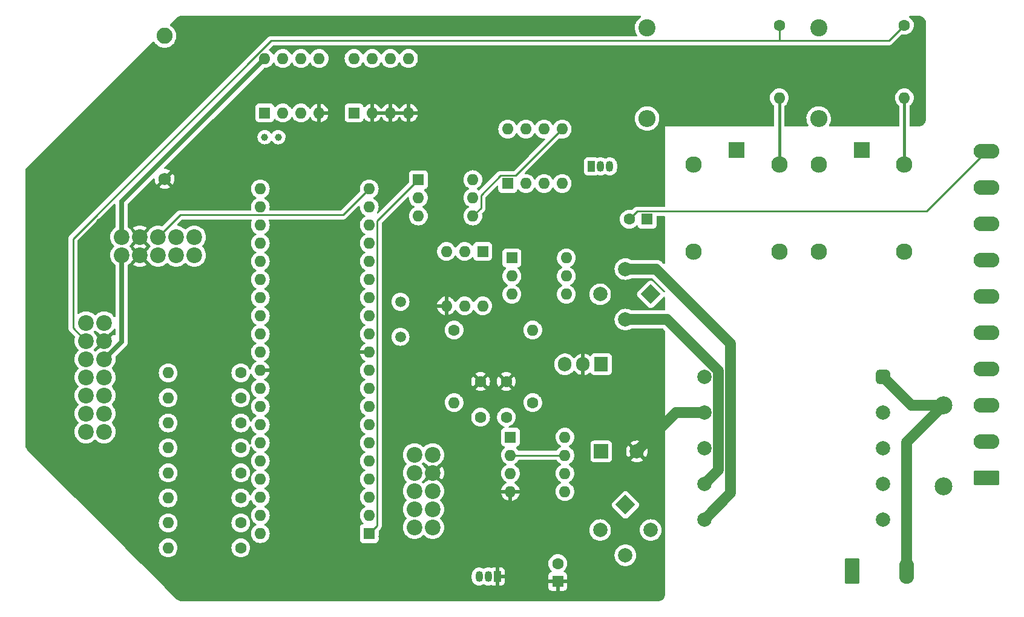
<source format=gbr>
%TF.GenerationSoftware,KiCad,Pcbnew,(6.0.6)*%
%TF.CreationDate,2022-07-28T15:05:16+07:00*%
%TF.ProjectId,_________________(__),1f3b3042-305f-43f4-903e-463541413e40,rev?*%
%TF.SameCoordinates,Original*%
%TF.FileFunction,Copper,L1,Top*%
%TF.FilePolarity,Positive*%
%FSLAX46Y46*%
G04 Gerber Fmt 4.6, Leading zero omitted, Abs format (unit mm)*
G04 Created by KiCad (PCBNEW (6.0.6)) date 2022-07-28 15:05:16*
%MOMM*%
%LPD*%
G01*
G04 APERTURE LIST*
G04 Aperture macros list*
%AMRoundRect*
0 Rectangle with rounded corners*
0 $1 Rounding radius*
0 $2 $3 $4 $5 $6 $7 $8 $9 X,Y pos of 4 corners*
0 Add a 4 corners polygon primitive as box body*
4,1,4,$2,$3,$4,$5,$6,$7,$8,$9,$2,$3,0*
0 Add four circle primitives for the rounded corners*
1,1,$1+$1,$2,$3*
1,1,$1+$1,$4,$5*
1,1,$1+$1,$6,$7*
1,1,$1+$1,$8,$9*
0 Add four rect primitives between the rounded corners*
20,1,$1+$1,$2,$3,$4,$5,0*
20,1,$1+$1,$4,$5,$6,$7,0*
20,1,$1+$1,$6,$7,$8,$9,0*
20,1,$1+$1,$8,$9,$2,$3,0*%
%AMHorizOval*
0 Thick line with rounded ends*
0 $1 width*
0 $2 $3 position (X,Y) of the first rounded end (center of the circle)*
0 $4 $5 position (X,Y) of the second rounded end (center of the circle)*
0 Add line between two ends*
20,1,$1,$2,$3,$4,$5,0*
0 Add two circle primitives to create the rounded ends*
1,1,$1,$2,$3*
1,1,$1,$4,$5*%
%AMRotRect*
0 Rectangle, with rotation*
0 The origin of the aperture is its center*
0 $1 length*
0 $2 width*
0 $3 Rotation angle, in degrees counterclockwise*
0 Add horizontal line*
21,1,$1,$2,0,0,$3*%
G04 Aperture macros list end*
%TA.AperFunction,ComponentPad*%
%ADD10R,1.600000X1.600000*%
%TD*%
%TA.AperFunction,ComponentPad*%
%ADD11C,1.600000*%
%TD*%
%TA.AperFunction,ComponentPad*%
%ADD12O,1.600000X1.600000*%
%TD*%
%TA.AperFunction,ComponentPad*%
%ADD13R,1.050000X1.500000*%
%TD*%
%TA.AperFunction,ComponentPad*%
%ADD14O,1.050000X1.500000*%
%TD*%
%TA.AperFunction,ComponentPad*%
%ADD15C,1.500000*%
%TD*%
%TA.AperFunction,ComponentPad*%
%ADD16C,2.200000*%
%TD*%
%TA.AperFunction,ComponentPad*%
%ADD17RotRect,2.000000X2.000000X315.000000*%
%TD*%
%TA.AperFunction,ComponentPad*%
%ADD18HorizOval,2.000000X0.000000X0.000000X0.000000X0.000000X0*%
%TD*%
%TA.AperFunction,ComponentPad*%
%ADD19C,2.250000*%
%TD*%
%TA.AperFunction,ComponentPad*%
%ADD20C,1.755000*%
%TD*%
%TA.AperFunction,ComponentPad*%
%ADD21R,1.905000X2.000000*%
%TD*%
%TA.AperFunction,ComponentPad*%
%ADD22O,1.905000X2.000000*%
%TD*%
%TA.AperFunction,ComponentPad*%
%ADD23RoundRect,0.250001X-0.799999X-1.549999X0.799999X-1.549999X0.799999X1.549999X-0.799999X1.549999X0*%
%TD*%
%TA.AperFunction,ComponentPad*%
%ADD24O,2.100000X3.600000*%
%TD*%
%TA.AperFunction,ComponentPad*%
%ADD25RotRect,2.000000X2.000000X225.000000*%
%TD*%
%TA.AperFunction,ComponentPad*%
%ADD26HorizOval,2.000000X0.000000X0.000000X0.000000X0.000000X0*%
%TD*%
%TA.AperFunction,ComponentPad*%
%ADD27RoundRect,0.249999X1.550001X-0.790001X1.550001X0.790001X-1.550001X0.790001X-1.550001X-0.790001X0*%
%TD*%
%TA.AperFunction,ComponentPad*%
%ADD28O,3.600000X2.080000*%
%TD*%
%TA.AperFunction,ComponentPad*%
%ADD29C,2.400000*%
%TD*%
%TA.AperFunction,ComponentPad*%
%ADD30O,2.400000X2.400000*%
%TD*%
%TA.AperFunction,ComponentPad*%
%ADD31R,2.300000X2.300000*%
%TD*%
%TA.AperFunction,ComponentPad*%
%ADD32C,2.300000*%
%TD*%
%TA.AperFunction,ComponentPad*%
%ADD33RoundRect,0.500000X0.500000X-0.500000X0.500000X0.500000X-0.500000X0.500000X-0.500000X-0.500000X0*%
%TD*%
%TA.AperFunction,ComponentPad*%
%ADD34C,2.000000*%
%TD*%
%TA.AperFunction,ComponentPad*%
%ADD35C,2.500000*%
%TD*%
%TA.AperFunction,ComponentPad*%
%ADD36R,2.000000X2.000000*%
%TD*%
%TA.AperFunction,ComponentPad*%
%ADD37C,1.000000*%
%TD*%
%TA.AperFunction,ViaPad*%
%ADD38C,0.800000*%
%TD*%
%TA.AperFunction,Conductor*%
%ADD39C,0.700000*%
%TD*%
%TA.AperFunction,Conductor*%
%ADD40C,0.250000*%
%TD*%
%TA.AperFunction,Conductor*%
%ADD41C,1.500000*%
%TD*%
%TA.AperFunction,Conductor*%
%ADD42C,0.400000*%
%TD*%
G04 APERTURE END LIST*
D10*
%TO.P,C7,1*%
%TO.N,Net-(C7-Pad1)*%
X115000000Y-59000000D03*
D11*
%TO.P,C7,2*%
%TO.N,/-5V_SIO*%
X112500000Y-59000000D03*
%TD*%
%TO.P,R15,1*%
%TO.N,/ADC0*%
X58160000Y-105000000D03*
D12*
%TO.P,R15,2*%
%TO.N,/CH5*%
X48000000Y-105000000D03*
%TD*%
D11*
%TO.P,R19,1*%
%TO.N,/ADC4*%
X58160000Y-91000000D03*
D12*
%TO.P,R19,2*%
%TO.N,/CH1*%
X48000000Y-91000000D03*
%TD*%
D13*
%TO.P,DA2,1,GND*%
%TO.N,GNDD*%
X94040000Y-109000000D03*
D14*
%TO.P,DA2,2,VI*%
%TO.N,Net-(C10-Pad2)*%
X92770000Y-109000000D03*
%TO.P,DA2,3,VO*%
%TO.N,/-5V*%
X91500000Y-109000000D03*
%TD*%
D11*
%TO.P,C1,1*%
%TO.N,GNDD*%
X95300000Y-81700000D03*
%TO.P,C1,2*%
%TO.N,Net-(C1-Pad2)*%
X95300000Y-86700000D03*
%TD*%
%TO.P,R20,1*%
%TO.N,/ADC5*%
X58160000Y-87500000D03*
D12*
%TO.P,R20,2*%
%TO.N,/CH2*%
X48000000Y-87500000D03*
%TD*%
D10*
%TO.P,C10,1*%
%TO.N,GNDD*%
X102500000Y-109682380D03*
D11*
%TO.P,C10,2*%
%TO.N,Net-(C10-Pad2)*%
X102500000Y-107182380D03*
%TD*%
D15*
%TO.P,ZQ1,1,1*%
%TO.N,Net-(C5-Pad2)*%
X80500000Y-70550000D03*
%TO.P,ZQ1,2,2*%
%TO.N,Net-(C4-Pad2)*%
X80500000Y-75450000D03*
%TD*%
D11*
%TO.P,R21,1*%
%TO.N,/ADC6*%
X58160000Y-84000000D03*
D12*
%TO.P,R21,2*%
%TO.N,/CH3*%
X48000000Y-84000000D03*
%TD*%
D16*
%TO.P,X3,1*%
%TO.N,/CH1*%
X39040000Y-88740000D03*
%TO.P,X3,2*%
%TO.N,/CH8*%
X36500000Y-88740000D03*
%TO.P,X3,3*%
%TO.N,/CH2*%
X39040000Y-86200000D03*
%TO.P,X3,4*%
%TO.N,/CH7*%
X36500000Y-86200000D03*
%TO.P,X3,5*%
%TO.N,/CH3*%
X39040000Y-83660000D03*
%TO.P,X3,6*%
%TO.N,/CH6*%
X36500000Y-83660000D03*
%TO.P,X3,7*%
%TO.N,/CH4*%
X39040000Y-81120000D03*
%TO.P,X3,8*%
%TO.N,/CH5*%
X36500000Y-81120000D03*
%TO.P,X3,9*%
%TO.N,+5V*%
X39040000Y-78580000D03*
%TO.P,X3,10*%
%TO.N,/-5V*%
X36500000Y-78580000D03*
%TO.P,X3,11*%
%TO.N,GNDD*%
X39040000Y-76040000D03*
%TO.P,X3,12*%
%TO.N,/+30V*%
X36500000Y-76040000D03*
%TO.P,X3,13*%
%TO.N,/PC6*%
X39040000Y-73500000D03*
%TO.P,X3,14*%
%TO.N,/PC5*%
X36500000Y-73500000D03*
%TD*%
D10*
%TO.P,DD4,1,X1*%
%TO.N,Net-(DD4-Pad1)*%
X61500000Y-44120000D03*
D12*
%TO.P,DD4,2,X2*%
%TO.N,Net-(DD4-Pad2)*%
X64040000Y-44120000D03*
%TO.P,DD4,3,VBAT*%
%TO.N,Net-(BAT1-Pad1)*%
X66580000Y-44120000D03*
%TO.P,DD4,4,GND*%
%TO.N,GNDD*%
X69120000Y-44120000D03*
%TO.P,DD4,5,SDA*%
%TO.N,/SDA*%
X69120000Y-36500000D03*
%TO.P,DD4,6,SCL*%
%TO.N,/SCL*%
X66580000Y-36500000D03*
%TO.P,DD4,7,SQW/OUT*%
%TO.N,unconnected-(DD4-Pad7)*%
X64040000Y-36500000D03*
%TO.P,DD4,8,VCC*%
%TO.N,+5V*%
X61500000Y-36500000D03*
%TD*%
D11*
%TO.P,R18,1*%
%TO.N,/ADC3*%
X58160000Y-94500000D03*
D12*
%TO.P,R18,2*%
%TO.N,/CH8*%
X48000000Y-94500000D03*
%TD*%
D17*
%TO.P,VD2,1,+*%
%TO.N,Net-(C9-Pad1)*%
X111964466Y-98964466D03*
D18*
%TO.P,VD2,2*%
%TO.N,Net-(T1-Pad10)*%
X108428932Y-102500000D03*
%TO.P,VD2,3,-*%
%TO.N,Net-(C10-Pad2)*%
X111964466Y-106035534D03*
%TO.P,VD2,4*%
%TO.N,Net-(T1-Pad8)*%
X115500000Y-102500000D03*
%TD*%
D11*
%TO.P,R25,1*%
%TO.N,/+30V*%
X151000000Y-31840000D03*
D12*
%TO.P,R25,2*%
%TO.N,Net-(R25-Pad2)*%
X151000000Y-42000000D03*
%TD*%
D19*
%TO.P,BAT1,1,+*%
%TO.N,Net-(BAT1-Pad1)*%
X47500000Y-33350000D03*
D20*
%TO.P,BAT1,2,-*%
%TO.N,GNDD*%
X47500000Y-53350000D03*
%TD*%
D21*
%TO.P,DA1,1,IN*%
%TO.N,Net-(C9-Pad1)*%
X108580000Y-79300000D03*
D22*
%TO.P,DA1,2,GND*%
%TO.N,GNDD*%
X106040000Y-79300000D03*
%TO.P,DA1,3,OUT*%
%TO.N,+5V*%
X103500000Y-79300000D03*
%TD*%
D10*
%TO.P,DD7,1*%
%TO.N,Net-(DD7-Pad1)*%
X92000000Y-63500000D03*
D12*
%TO.P,DD7,2*%
%TO.N,Net-(DD7-Pad2)*%
X89460000Y-63500000D03*
%TO.P,DD7,3,NC*%
%TO.N,unconnected-(DD7-Pad3)*%
X86920000Y-63500000D03*
%TO.P,DD7,4*%
%TO.N,GNDD*%
X86920000Y-71120000D03*
%TO.P,DD7,5*%
%TO.N,/RXD*%
X89460000Y-71120000D03*
%TO.P,DD7,6*%
%TO.N,Net-(DD7-Pad6)*%
X92000000Y-71120000D03*
%TD*%
D10*
%TO.P,DD8,1,RO*%
%TO.N,Net-(DD7-Pad2)*%
X95500000Y-54000000D03*
D12*
%TO.P,DD8,2,~{RE}*%
%TO.N,Net-(DD6-Pad5)*%
X98040000Y-54000000D03*
%TO.P,DD8,3,DE*%
X100580000Y-54000000D03*
%TO.P,DD8,4,DI*%
%TO.N,Net-(DD5-Pad5)*%
X103120000Y-54000000D03*
%TO.P,DD8,5,GND*%
%TO.N,/-5V_SIO*%
X103120000Y-46380000D03*
%TO.P,DD8,6,A*%
%TO.N,/SIO_LINE_A*%
X100580000Y-46380000D03*
%TO.P,DD8,7,B*%
%TO.N,/SIO_LINE_B*%
X98040000Y-46380000D03*
%TO.P,DD8,8,VCC*%
%TO.N,/+5V_SIO*%
X95500000Y-46380000D03*
%TD*%
D23*
%TO.P,X5,1*%
%TO.N,/~220N*%
X143690000Y-108222500D03*
D24*
%TO.P,X5,2*%
%TO.N,Net-(F1-Pad2)*%
X151310000Y-108222500D03*
%TD*%
D25*
%TO.P,VD1,1,+*%
%TO.N,Net-(C7-Pad1)*%
X115500000Y-69500000D03*
D26*
%TO.P,VD1,2*%
%TO.N,Net-(T1-Pad6)*%
X111964466Y-65964466D03*
%TO.P,VD1,3,-*%
%TO.N,/-5V_SIO*%
X108428932Y-69500000D03*
%TO.P,VD1,4*%
%TO.N,Net-(T1-Pad7)*%
X111964466Y-73035534D03*
%TD*%
D27*
%TO.P,X1,1,Pin_1*%
%TO.N,/~220L*%
X162500000Y-95225000D03*
D28*
%TO.P,X1,2,Pin_2*%
%TO.N,/~220N*%
X162500000Y-90145000D03*
%TO.P,X1,3,Pin_3*%
%TO.N,unconnected-(X1-Pad3)*%
X162500000Y-85065000D03*
%TO.P,X1,4,Pin_4*%
%TO.N,Net-(RS2-Pad1)*%
X162500000Y-79985000D03*
%TO.P,X1,5,Pin_5*%
%TO.N,Net-(RS2-Pad4)*%
X162500000Y-74905000D03*
%TO.P,X1,6,Pin_6*%
%TO.N,Net-(RS1-Pad4)*%
X162500000Y-69825000D03*
%TO.P,X1,7,Pin_7*%
%TO.N,Net-(RS1-Pad1)*%
X162500000Y-64745000D03*
%TO.P,X1,8,Pin_8*%
%TO.N,/SIO_LINE_A*%
X162500000Y-59665000D03*
%TO.P,X1,9,Pin_9*%
%TO.N,/SIO_LINE_B*%
X162500000Y-54585000D03*
%TO.P,X1,10,Pin_10*%
%TO.N,/-5V_SIO*%
X162500000Y-49505000D03*
%TD*%
D29*
%TO.P,R23,1*%
%TO.N,/PD4*%
X139000000Y-32200000D03*
D30*
%TO.P,R23,2*%
%TO.N,Net-(R23-Pad2)*%
X139000000Y-44900000D03*
%TD*%
D31*
%TO.P,RS2,1,COM*%
%TO.N,Net-(RS2-Pad1)*%
X127500000Y-49350000D03*
D32*
%TO.P,RS2,2,COIL*%
%TO.N,Net-(RS2-Pad2)*%
X121500000Y-51350000D03*
%TO.P,RS2,3,NO*%
%TO.N,unconnected-(RS2-Pad3)*%
X121500000Y-63550000D03*
%TO.P,RS2,4,NC*%
%TO.N,Net-(RS2-Pad4)*%
X133500000Y-63550000D03*
%TO.P,RS2,5,COIL*%
%TO.N,Net-(R26-Pad2)*%
X133500000Y-51350000D03*
%TD*%
D10*
%TO.P,DD1,1,PB0*%
%TO.N,/PB0*%
X76125000Y-103000000D03*
D12*
%TO.P,DD1,2,PB1*%
%TO.N,/PB1*%
X76125000Y-100460000D03*
%TO.P,DD1,3,PB2*%
%TO.N,/PB2*%
X76125000Y-97920000D03*
%TO.P,DD1,4,PB3*%
%TO.N,/PB3*%
X76125000Y-95380000D03*
%TO.P,DD1,5,PB4*%
%TO.N,/PB4*%
X76125000Y-92840000D03*
%TO.P,DD1,6,PB5*%
%TO.N,/MOSI*%
X76125000Y-90300000D03*
%TO.P,DD1,7,PB6*%
%TO.N,/MISO*%
X76125000Y-87760000D03*
%TO.P,DD1,8,PB7*%
%TO.N,/SCK*%
X76125000Y-85220000D03*
%TO.P,DD1,9,~{RESET}*%
%TO.N,/~{RESET}*%
X76125000Y-82680000D03*
%TO.P,DD1,10,VCC*%
%TO.N,+5V*%
X76125000Y-80140000D03*
%TO.P,DD1,11,GND*%
%TO.N,GNDD*%
X76125000Y-77600000D03*
%TO.P,DD1,12,XTAL2*%
%TO.N,Net-(C4-Pad2)*%
X76125000Y-75060000D03*
%TO.P,DD1,13,XTAL1*%
%TO.N,Net-(C5-Pad2)*%
X76125000Y-72520000D03*
%TO.P,DD1,14,PD0*%
%TO.N,/RXD*%
X76125000Y-69980000D03*
%TO.P,DD1,15,PD1*%
%TO.N,/TXD*%
X76125000Y-67440000D03*
%TO.P,DD1,16,PD2*%
%TO.N,/SCL*%
X76125000Y-64900000D03*
%TO.P,DD1,17,PD3*%
%TO.N,/SDA*%
X76125000Y-62360000D03*
%TO.P,DD1,18,PD4*%
%TO.N,/PD4*%
X76125000Y-59820000D03*
%TO.P,DD1,19,PD5*%
%TO.N,/PD5*%
X76125000Y-57280000D03*
%TO.P,DD1,20,PD6*%
%TO.N,/DATAOUT*%
X76125000Y-54740000D03*
%TO.P,DD1,21,PD7*%
%TO.N,/DATAIN*%
X60885000Y-54740000D03*
%TO.P,DD1,22,PC0*%
%TO.N,/DATACLK*%
X60885000Y-57280000D03*
%TO.P,DD1,23,PC1*%
%TO.N,/DATAOUT1*%
X60885000Y-59820000D03*
%TO.P,DD1,24,PC2*%
%TO.N,unconnected-(DD1-Pad24)*%
X60885000Y-62360000D03*
%TO.P,DD1,25,PC3*%
%TO.N,unconnected-(DD1-Pad25)*%
X60885000Y-64900000D03*
%TO.P,DD1,26,PC4*%
%TO.N,unconnected-(DD1-Pad26)*%
X60885000Y-67440000D03*
%TO.P,DD1,27,PC5*%
%TO.N,/PC5*%
X60885000Y-69980000D03*
%TO.P,DD1,28,PC6*%
%TO.N,/PC6*%
X60885000Y-72520000D03*
%TO.P,DD1,29,PC7*%
%TO.N,unconnected-(DD1-Pad29)*%
X60885000Y-75060000D03*
%TO.P,DD1,30,AVCC*%
%TO.N,Net-(C13-Pad1)*%
X60885000Y-77600000D03*
%TO.P,DD1,31,AGND*%
%TO.N,GNDD*%
X60885000Y-80140000D03*
%TO.P,DD1,32,AREF*%
%TO.N,Net-(DD1-Pad32)*%
X60885000Y-82680000D03*
%TO.P,DD1,33,PA7*%
%TO.N,/ADC7*%
X60885000Y-85220000D03*
%TO.P,DD1,34,PA6*%
%TO.N,/ADC6*%
X60885000Y-87760000D03*
%TO.P,DD1,35,PA5*%
%TO.N,/ADC5*%
X60885000Y-90300000D03*
%TO.P,DD1,36,PA4*%
%TO.N,/ADC4*%
X60885000Y-92840000D03*
%TO.P,DD1,37,PA3*%
%TO.N,/ADC3*%
X60885000Y-95380000D03*
%TO.P,DD1,38,PA2*%
%TO.N,/ADC2*%
X60885000Y-97920000D03*
%TO.P,DD1,39,PA1*%
%TO.N,/ADC1*%
X60885000Y-100460000D03*
%TO.P,DD1,40,PA0*%
%TO.N,/ADC0*%
X60885000Y-103000000D03*
%TD*%
D11*
%TO.P,R16,1*%
%TO.N,/ADC1*%
X58160000Y-101500000D03*
D12*
%TO.P,R16,2*%
%TO.N,/CH6*%
X48000000Y-101500000D03*
%TD*%
D16*
%TO.P,X2,1*%
%TO.N,/PB2*%
X85000000Y-102120000D03*
%TO.P,X2,2*%
%TO.N,/PB3*%
X82460000Y-102120000D03*
%TO.P,X2,3*%
%TO.N,/PB1*%
X85000000Y-99580000D03*
%TO.P,X2,4*%
%TO.N,/PB4*%
X82460000Y-99580000D03*
%TO.P,X2,5*%
%TO.N,/PB0*%
X85000000Y-97040000D03*
%TO.P,X2,6*%
%TO.N,/MOSI*%
X82460000Y-97040000D03*
%TO.P,X2,7*%
%TO.N,GNDD*%
X85000000Y-94500000D03*
%TO.P,X2,8*%
%TO.N,/MISO*%
X82460000Y-94500000D03*
%TO.P,X2,9*%
%TO.N,/~{RESET}*%
X85000000Y-91960000D03*
%TO.P,X2,10*%
%TO.N,/SCK*%
X82460000Y-91960000D03*
%TD*%
D11*
%TO.P,R26,1*%
%TO.N,/+30V*%
X133500000Y-31840000D03*
D12*
%TO.P,R26,2*%
%TO.N,Net-(R26-Pad2)*%
X133500000Y-42000000D03*
%TD*%
D10*
%TO.P,DD5,1*%
%TO.N,Net-(DD5-Pad1)*%
X96080000Y-64420000D03*
D12*
%TO.P,DD5,2*%
%TO.N,/TXD*%
X96080000Y-66960000D03*
%TO.P,DD5,3,NC*%
%TO.N,unconnected-(DD5-Pad3)*%
X96080000Y-69500000D03*
%TO.P,DD5,4*%
%TO.N,/-5V_SIO*%
X103700000Y-69500000D03*
%TO.P,DD5,5*%
%TO.N,Net-(DD5-Pad5)*%
X103700000Y-66960000D03*
%TO.P,DD5,6*%
%TO.N,Net-(DD5-Pad6)*%
X103700000Y-64420000D03*
%TD*%
D33*
%TO.P,T1,1,AA*%
%TO.N,Net-(F1-Pad2)*%
X148000000Y-81050000D03*
D34*
%TO.P,T1,2*%
%TO.N,N/C*%
X148000000Y-86050000D03*
%TO.P,T1,3*%
X148000000Y-91050000D03*
%TO.P,T1,4,AB*%
%TO.N,/~220N*%
X148000000Y-96050000D03*
%TO.P,T1,5,AB*%
X148000000Y-101050000D03*
%TO.P,T1,6,AA*%
%TO.N,Net-(T1-Pad6)*%
X123000000Y-101050000D03*
%TO.P,T1,7,AA*%
%TO.N,Net-(T1-Pad7)*%
X123000000Y-96050000D03*
%TO.P,T1,8,SB*%
%TO.N,Net-(T1-Pad8)*%
X123000000Y-91050000D03*
%TO.P,T1,9,SC*%
%TO.N,GNDD*%
X123000000Y-86050000D03*
%TO.P,T1,10,SA*%
%TO.N,Net-(T1-Pad10)*%
X123000000Y-81050000D03*
%TD*%
D31*
%TO.P,RS1,1,COM*%
%TO.N,Net-(RS1-Pad1)*%
X145000000Y-49350000D03*
D32*
%TO.P,RS1,2,COIL*%
%TO.N,Net-(RS1-Pad2)*%
X139000000Y-51350000D03*
%TO.P,RS1,3,NO*%
%TO.N,unconnected-(RS1-Pad3)*%
X139000000Y-63550000D03*
%TO.P,RS1,4,NC*%
%TO.N,Net-(RS1-Pad4)*%
X151000000Y-63550000D03*
%TO.P,RS1,5,COIL*%
%TO.N,Net-(R25-Pad2)*%
X151000000Y-51350000D03*
%TD*%
D11*
%TO.P,R22,1*%
%TO.N,/ADC7*%
X58160000Y-80500000D03*
D12*
%TO.P,R22,2*%
%TO.N,/CH4*%
X48000000Y-80500000D03*
%TD*%
D13*
%TO.P,DA3,1,VO*%
%TO.N,/+5V_SIO*%
X107230000Y-51600000D03*
D14*
%TO.P,DA3,2,GND*%
%TO.N,/-5V_SIO*%
X108500000Y-51600000D03*
%TO.P,DA3,3,VI*%
%TO.N,Net-(C7-Pad1)*%
X109770000Y-51600000D03*
%TD*%
D11*
%TO.P,R17,1*%
%TO.N,/ADC2*%
X58160000Y-98000000D03*
D12*
%TO.P,R17,2*%
%TO.N,/CH7*%
X48000000Y-98000000D03*
%TD*%
D11*
%TO.P,R4,1*%
%TO.N,+5V*%
X99000000Y-84660000D03*
D12*
%TO.P,R4,2*%
%TO.N,Net-(DD5-Pad1)*%
X99000000Y-74500000D03*
%TD*%
D11*
%TO.P,R5,1*%
%TO.N,/RXD*%
X88000000Y-74500000D03*
D12*
%TO.P,R5,2*%
%TO.N,+5V*%
X88000000Y-84660000D03*
%TD*%
D35*
%TO.P,F1,1*%
%TO.N,/~220L*%
X156500000Y-96400000D03*
%TO.P,F1,2*%
%TO.N,Net-(F1-Pad2)*%
X156500000Y-85000000D03*
%TD*%
D16*
%TO.P,X4,1*%
%TO.N,+5V*%
X41500000Y-64040000D03*
%TO.P,X4,2*%
X41500000Y-61500000D03*
%TO.P,X4,3*%
%TO.N,GNDD*%
X44040000Y-64040000D03*
%TO.P,X4,4*%
X44040000Y-61500000D03*
%TO.P,X4,5*%
%TO.N,unconnected-(X4-Pad5)*%
X46580000Y-64040000D03*
%TO.P,X4,6*%
%TO.N,/DATAOUT*%
X46580000Y-61500000D03*
%TO.P,X4,7*%
%TO.N,unconnected-(X4-Pad7)*%
X49120000Y-64040000D03*
%TO.P,X4,8*%
%TO.N,/DATAIN*%
X49120000Y-61500000D03*
%TO.P,X4,9*%
%TO.N,/DATAOUT1*%
X51660000Y-64040000D03*
%TO.P,X4,10*%
%TO.N,/DATACLK*%
X51660000Y-61500000D03*
%TD*%
D10*
%TO.P,DD2,1,REF*%
%TO.N,Net-(C1-Pad2)*%
X95880000Y-89500000D03*
D12*
%TO.P,DD2,2,~{RESIN}*%
%TO.N,+5V*%
X95880000Y-92040000D03*
%TO.P,DD2,3,CT*%
%TO.N,Net-(C2-Pad2)*%
X95880000Y-94580000D03*
%TO.P,DD2,4,GND*%
%TO.N,GNDD*%
X95880000Y-97120000D03*
%TO.P,DD2,5,~{RESET}*%
%TO.N,/~{RESET}*%
X103500000Y-97120000D03*
%TO.P,DD2,6,RESET*%
%TO.N,unconnected-(DD2-Pad6)*%
X103500000Y-94580000D03*
%TO.P,DD2,7,SENSE*%
%TO.N,+5V*%
X103500000Y-92040000D03*
%TO.P,DD2,8,VCC*%
X103500000Y-89500000D03*
%TD*%
D10*
%TO.P,DD3,1,A0*%
%TO.N,+5V*%
X74000000Y-44120000D03*
D12*
%TO.P,DD3,2,A1*%
%TO.N,GNDD*%
X76540000Y-44120000D03*
%TO.P,DD3,3,A2*%
X79080000Y-44120000D03*
%TO.P,DD3,4,GND*%
X81620000Y-44120000D03*
%TO.P,DD3,5,SDA*%
%TO.N,/SDA*%
X81620000Y-36500000D03*
%TO.P,DD3,6,SCL*%
%TO.N,/SCL*%
X79080000Y-36500000D03*
%TO.P,DD3,7,WP*%
%TO.N,unconnected-(DD3-Pad7)*%
X76540000Y-36500000D03*
%TO.P,DD3,8,VCC*%
%TO.N,+5V*%
X74000000Y-36500000D03*
%TD*%
D10*
%TO.P,DD6,1*%
%TO.N,/PB0*%
X83000000Y-53460000D03*
D12*
%TO.P,DD6,2*%
%TO.N,Net-(DD6-Pad2)*%
X83000000Y-56000000D03*
%TO.P,DD6,3,NC*%
%TO.N,unconnected-(DD6-Pad3)*%
X83000000Y-58540000D03*
%TO.P,DD6,4*%
%TO.N,/-5V_SIO*%
X90620000Y-58540000D03*
%TO.P,DD6,5*%
%TO.N,Net-(DD6-Pad5)*%
X90620000Y-56000000D03*
%TO.P,DD6,6*%
%TO.N,Net-(DD6-Pad6)*%
X90620000Y-53460000D03*
%TD*%
D36*
%TO.P,C9,1*%
%TO.N,Net-(C9-Pad1)*%
X108580000Y-91500000D03*
D34*
%TO.P,C9,2*%
%TO.N,GNDD*%
X113580000Y-91500000D03*
%TD*%
D37*
%TO.P,ZQ2,1,1*%
%TO.N,Net-(DD4-Pad1)*%
X61500000Y-47500000D03*
%TO.P,ZQ2,2,2*%
%TO.N,Net-(DD4-Pad2)*%
X63400000Y-47500000D03*
%TD*%
D29*
%TO.P,R24,1*%
%TO.N,/PD5*%
X115000000Y-32200000D03*
D30*
%TO.P,R24,2*%
%TO.N,Net-(R24-Pad2)*%
X115000000Y-44900000D03*
%TD*%
D11*
%TO.P,C2,1*%
%TO.N,GNDD*%
X91700000Y-81700000D03*
%TO.P,C2,2*%
%TO.N,Net-(C2-Pad2)*%
X91700000Y-86700000D03*
%TD*%
D38*
%TO.N,GNDD*%
X78750000Y-70550000D03*
X89250000Y-107650000D03*
X76100000Y-107650000D03*
X70800000Y-107650000D03*
X94000000Y-61300000D03*
X45200000Y-96300000D03*
X68100000Y-32000000D03*
X102200000Y-43500000D03*
X95900000Y-43500000D03*
X58500000Y-66300000D03*
X106900000Y-76800000D03*
X68200000Y-50000000D03*
X75002944Y-40302944D03*
X78400000Y-83300000D03*
X30700000Y-72600000D03*
X72900000Y-91600000D03*
X30700000Y-82600000D03*
X45200000Y-99800000D03*
X72900000Y-81600000D03*
X70400000Y-57300000D03*
X109800000Y-55700000D03*
X62302944Y-41997056D03*
X37900000Y-92000000D03*
X78600000Y-61300000D03*
X90800000Y-65600000D03*
X101000000Y-90500000D03*
X96100000Y-32000000D03*
X90950253Y-48449747D03*
X114600000Y-96700000D03*
X93500000Y-88300000D03*
X60900000Y-106100000D03*
X69900000Y-81600000D03*
X105500000Y-55700000D03*
X88200000Y-65600000D03*
X69900000Y-91600000D03*
X54900000Y-62800000D03*
X51500000Y-49800000D03*
X54900000Y-66300000D03*
X79900000Y-90200000D03*
X79900000Y-100400000D03*
X82300000Y-88300000D03*
X93500000Y-90500000D03*
X50142640Y-107542640D03*
X38400000Y-66300000D03*
X66400000Y-57300000D03*
X67100000Y-111000000D03*
X45900000Y-102800000D03*
X69900000Y-96600000D03*
X69900000Y-86600000D03*
X141600000Y-42400000D03*
X65697056Y-38602944D03*
X45200000Y-76000000D03*
X100849747Y-38550253D03*
X106400000Y-67000000D03*
X114200000Y-53600000D03*
X79900000Y-95300000D03*
X43500000Y-39800000D03*
X54900000Y-60600000D03*
X84900000Y-76800000D03*
X111000000Y-38600000D03*
X76700000Y-42000000D03*
X95900000Y-76800000D03*
X45200000Y-92800000D03*
X30700000Y-52600000D03*
X39907612Y-101807612D03*
X45200000Y-85800000D03*
X35311418Y-97211418D03*
X82100000Y-32000000D03*
X43500000Y-49800000D03*
X58500000Y-60900000D03*
X77800000Y-103400000D03*
X114600000Y-86000000D03*
X110100000Y-32000000D03*
X45200000Y-71800000D03*
X72900000Y-96600000D03*
X66400000Y-61300000D03*
X74500000Y-50000000D03*
X111000000Y-43500000D03*
X67394112Y-40300000D03*
X66400000Y-65300000D03*
X52500000Y-71800000D03*
X70400000Y-65300000D03*
X45200000Y-82300000D03*
X89100000Y-32000000D03*
X45200000Y-89300000D03*
X78400000Y-81600000D03*
X78600000Y-65300000D03*
X79900000Y-92750000D03*
X82600000Y-61300000D03*
X69900000Y-101600000D03*
X103100000Y-50200000D03*
X85300000Y-43500000D03*
X58100000Y-111000000D03*
X82600000Y-65300000D03*
X79900000Y-102950000D03*
X49100000Y-111000000D03*
X98800000Y-90500000D03*
X70400000Y-61300000D03*
X114200000Y-48700000D03*
X114600000Y-80600000D03*
X45200000Y-79700000D03*
X106400000Y-64400000D03*
X103100000Y-32000000D03*
X30700000Y-62600000D03*
X44503806Y-106403806D03*
X30700000Y-92600000D03*
X107100000Y-38600000D03*
X76100000Y-111000000D03*
X72900000Y-101600000D03*
X38400000Y-59300000D03*
X79900000Y-97850000D03*
X97040560Y-58259440D03*
X80500000Y-73000000D03*
X75100000Y-32000000D03*
X64000000Y-40300000D03*
X72900000Y-86600000D03*
X85100000Y-111000000D03*
X51500000Y-39800000D03*
%TD*%
D39*
%TO.N,+5V*%
X41500000Y-76120000D02*
X41500000Y-64040000D01*
X61500000Y-36500000D02*
X41500000Y-56500000D01*
X39040000Y-78580000D02*
X41500000Y-76120000D01*
D40*
X103500000Y-92040000D02*
X95880000Y-92040000D01*
D39*
X41500000Y-56500000D02*
X41500000Y-61500000D01*
D41*
%TO.N,GNDD*%
X119030000Y-86050000D02*
X113580000Y-91500000D01*
X123000000Y-86050000D02*
X119030000Y-86050000D01*
D40*
%TO.N,/PB0*%
X77250000Y-101875000D02*
X77250000Y-59210000D01*
X76125000Y-103000000D02*
X77250000Y-101875000D01*
X77250000Y-59210000D02*
X83000000Y-53460000D01*
%TO.N,/DATAOUT*%
X72460000Y-58405000D02*
X76125000Y-54740000D01*
X49675000Y-58405000D02*
X72460000Y-58405000D01*
X46580000Y-61500000D02*
X49675000Y-58405000D01*
%TO.N,/+30V*%
X133480714Y-34019286D02*
X62389723Y-34019286D01*
X34680714Y-61728295D02*
X34680714Y-74220714D01*
X133500000Y-31840000D02*
X133500000Y-34000000D01*
X148820714Y-34019286D02*
X133480714Y-34019286D01*
X34680714Y-74220714D02*
X36500000Y-76040000D01*
X151000000Y-31840000D02*
X148820714Y-34019286D01*
X133500000Y-34000000D02*
X133480714Y-34019286D01*
X62389723Y-34019286D02*
X34680714Y-61728295D01*
D42*
%TO.N,Net-(R25-Pad2)*%
X151000000Y-42000000D02*
X151000000Y-51350000D01*
%TO.N,Net-(R26-Pad2)*%
X133500000Y-42000000D02*
X133500000Y-51350000D01*
D41*
%TO.N,Net-(T1-Pad6)*%
X126700000Y-76400789D02*
X126700000Y-97350000D01*
X116263677Y-65964466D02*
X126700000Y-76400789D01*
X126700000Y-97350000D02*
X123000000Y-101050000D01*
X111964466Y-65964466D02*
X116263677Y-65964466D01*
%TO.N,Net-(T1-Pad7)*%
X124950000Y-80242283D02*
X124950000Y-94100000D01*
X117743251Y-73035534D02*
X124950000Y-80242283D01*
X111964466Y-73035534D02*
X117743251Y-73035534D01*
X124950000Y-94100000D02*
X123000000Y-96050000D01*
%TO.N,Net-(F1-Pad2)*%
X156500000Y-85000000D02*
X151950000Y-85000000D01*
X156500000Y-85000000D02*
X151310000Y-90190000D01*
X151950000Y-85000000D02*
X148000000Y-81050000D01*
X151310000Y-90190000D02*
X151310000Y-108222500D01*
D40*
%TO.N,/-5V_SIO*%
X154130000Y-57875000D02*
X113625000Y-57875000D01*
X103120000Y-46380000D02*
X96625000Y-52875000D01*
X113625000Y-57875000D02*
X112500000Y-59000000D01*
X91745000Y-55655000D02*
X91745000Y-57415000D01*
X162500000Y-49505000D02*
X154130000Y-57875000D01*
X94525000Y-52875000D02*
X91745000Y-55655000D01*
X91745000Y-57415000D02*
X90620000Y-58540000D01*
X96625000Y-52875000D02*
X94525000Y-52875000D01*
%TD*%
%TA.AperFunction,Conductor*%
%TO.N,GNDD*%
G36*
X114109923Y-30528502D02*
G01*
X114156416Y-30582158D01*
X114166520Y-30652432D01*
X114137026Y-30717012D01*
X114110887Y-30739872D01*
X113960928Y-30838189D01*
X113960923Y-30838193D01*
X113957015Y-30840755D01*
X113862288Y-30925302D01*
X113783414Y-30995700D01*
X113767562Y-31009848D01*
X113605183Y-31205087D01*
X113473447Y-31422182D01*
X113471638Y-31426496D01*
X113471637Y-31426498D01*
X113426801Y-31533421D01*
X113375246Y-31656365D01*
X113312738Y-31902490D01*
X113287296Y-32155151D01*
X113287520Y-32159817D01*
X113287520Y-32159822D01*
X113289216Y-32195131D01*
X113299480Y-32408798D01*
X113349021Y-32657857D01*
X113350600Y-32662255D01*
X113350602Y-32662262D01*
X113395022Y-32785980D01*
X113434831Y-32896858D01*
X113437048Y-32900984D01*
X113543235Y-33098608D01*
X113555025Y-33120551D01*
X113557820Y-33124294D01*
X113557822Y-33124297D01*
X113602701Y-33184397D01*
X113627433Y-33250947D01*
X113612259Y-33320303D01*
X113561997Y-33370445D01*
X113501743Y-33385786D01*
X62468486Y-33385786D01*
X62457302Y-33385259D01*
X62449814Y-33383585D01*
X62441891Y-33383834D01*
X62381756Y-33385724D01*
X62377798Y-33385786D01*
X62349867Y-33385786D01*
X62345952Y-33386281D01*
X62345948Y-33386281D01*
X62345890Y-33386289D01*
X62345861Y-33386292D01*
X62334019Y-33387225D01*
X62289833Y-33388613D01*
X62272467Y-33393658D01*
X62270381Y-33394264D01*
X62251029Y-33398272D01*
X62243958Y-33399166D01*
X62230926Y-33400812D01*
X62223557Y-33403729D01*
X62223555Y-33403730D01*
X62189820Y-33417086D01*
X62178592Y-33420931D01*
X62136130Y-33433268D01*
X62129308Y-33437302D01*
X62129302Y-33437305D01*
X62118691Y-33443580D01*
X62100941Y-33452276D01*
X62089479Y-33456814D01*
X62089474Y-33456817D01*
X62082106Y-33459734D01*
X62075691Y-33464395D01*
X62046348Y-33485713D01*
X62036430Y-33492229D01*
X62017742Y-33503281D01*
X61998360Y-33514744D01*
X61984036Y-33529068D01*
X61969004Y-33541907D01*
X61952616Y-33553814D01*
X61924435Y-33587879D01*
X61916445Y-33596659D01*
X34288461Y-61224643D01*
X34280175Y-61232183D01*
X34273696Y-61236295D01*
X34268271Y-61242072D01*
X34227071Y-61285946D01*
X34224316Y-61288788D01*
X34204579Y-61308525D01*
X34202099Y-61311722D01*
X34194396Y-61320742D01*
X34164128Y-61352974D01*
X34160309Y-61359920D01*
X34160307Y-61359923D01*
X34154366Y-61370729D01*
X34143515Y-61387248D01*
X34131100Y-61403254D01*
X34127955Y-61410523D01*
X34127952Y-61410527D01*
X34113540Y-61443832D01*
X34108323Y-61454482D01*
X34087019Y-61493235D01*
X34081993Y-61512812D01*
X34081981Y-61512857D01*
X34075577Y-61531561D01*
X34067533Y-61550150D01*
X34066294Y-61557973D01*
X34066291Y-61557983D01*
X34060615Y-61593819D01*
X34058209Y-61605439D01*
X34047214Y-61648265D01*
X34047214Y-61668519D01*
X34045663Y-61688229D01*
X34042494Y-61708238D01*
X34043240Y-61716130D01*
X34046655Y-61752256D01*
X34047214Y-61764114D01*
X34047214Y-74141947D01*
X34046687Y-74153130D01*
X34045012Y-74160623D01*
X34045261Y-74168549D01*
X34045261Y-74168550D01*
X34047152Y-74228700D01*
X34047214Y-74232659D01*
X34047214Y-74260570D01*
X34047711Y-74264504D01*
X34047711Y-74264505D01*
X34047719Y-74264570D01*
X34048652Y-74276407D01*
X34050041Y-74320603D01*
X34053044Y-74330939D01*
X34055692Y-74340053D01*
X34059701Y-74359414D01*
X34062240Y-74379511D01*
X34065159Y-74386882D01*
X34065159Y-74386884D01*
X34078518Y-74420626D01*
X34082363Y-74431856D01*
X34092485Y-74466697D01*
X34094696Y-74474307D01*
X34098729Y-74481126D01*
X34098731Y-74481131D01*
X34105007Y-74491742D01*
X34113702Y-74509490D01*
X34121162Y-74528331D01*
X34125824Y-74534747D01*
X34125824Y-74534748D01*
X34147150Y-74564101D01*
X34153666Y-74574021D01*
X34170166Y-74601920D01*
X34176172Y-74612076D01*
X34190493Y-74626397D01*
X34203333Y-74641430D01*
X34215242Y-74657821D01*
X34221348Y-74662872D01*
X34249319Y-74686012D01*
X34258098Y-74694002D01*
X34946971Y-75382875D01*
X34980997Y-75445187D01*
X34974285Y-75520188D01*
X34965495Y-75541409D01*
X34964340Y-75546221D01*
X34911961Y-75764398D01*
X34906391Y-75787597D01*
X34886526Y-76040000D01*
X34906391Y-76292403D01*
X34907545Y-76297210D01*
X34907546Y-76297216D01*
X34937242Y-76420908D01*
X34965495Y-76538591D01*
X34967388Y-76543162D01*
X34967389Y-76543164D01*
X35055684Y-76756326D01*
X35062384Y-76772502D01*
X35194672Y-76988376D01*
X35359102Y-77180898D01*
X35362858Y-77184106D01*
X35362865Y-77184113D01*
X35398080Y-77214190D01*
X35436889Y-77273641D01*
X35437395Y-77344635D01*
X35398080Y-77405810D01*
X35362865Y-77435887D01*
X35362858Y-77435894D01*
X35359102Y-77439102D01*
X35194672Y-77631624D01*
X35062384Y-77847498D01*
X35060491Y-77852068D01*
X35060489Y-77852072D01*
X34977140Y-78053295D01*
X34965495Y-78081409D01*
X34946546Y-78160336D01*
X34907549Y-78322775D01*
X34906391Y-78327597D01*
X34886526Y-78580000D01*
X34906391Y-78832403D01*
X34907545Y-78837210D01*
X34907546Y-78837216D01*
X34925860Y-78913498D01*
X34965495Y-79078591D01*
X34967388Y-79083162D01*
X34967389Y-79083164D01*
X35053944Y-79292125D01*
X35062384Y-79312502D01*
X35194672Y-79528376D01*
X35359102Y-79720898D01*
X35362858Y-79724106D01*
X35362865Y-79724113D01*
X35398080Y-79754190D01*
X35436889Y-79813641D01*
X35437395Y-79884635D01*
X35398080Y-79945810D01*
X35362865Y-79975887D01*
X35362858Y-79975894D01*
X35359102Y-79979102D01*
X35194672Y-80171624D01*
X35062384Y-80387498D01*
X35060491Y-80392068D01*
X35060489Y-80392072D01*
X34968219Y-80614833D01*
X34965495Y-80621409D01*
X34951351Y-80680325D01*
X34920579Y-80808500D01*
X34906391Y-80867597D01*
X34886526Y-81120000D01*
X34906391Y-81372403D01*
X34907545Y-81377210D01*
X34907546Y-81377216D01*
X34937576Y-81502301D01*
X34965495Y-81618591D01*
X34967388Y-81623162D01*
X34967389Y-81623164D01*
X35046030Y-81813019D01*
X35062384Y-81852502D01*
X35194672Y-82068376D01*
X35359102Y-82260898D01*
X35362858Y-82264106D01*
X35362865Y-82264113D01*
X35398080Y-82294190D01*
X35436889Y-82353641D01*
X35437395Y-82424635D01*
X35398080Y-82485810D01*
X35362865Y-82515887D01*
X35362858Y-82515894D01*
X35359102Y-82519102D01*
X35194672Y-82711624D01*
X35062384Y-82927498D01*
X35060491Y-82932068D01*
X35060489Y-82932072D01*
X34976755Y-83134225D01*
X34965495Y-83161409D01*
X34964340Y-83166221D01*
X34916268Y-83366457D01*
X34906391Y-83407597D01*
X34886526Y-83660000D01*
X34906391Y-83912403D01*
X34907545Y-83917210D01*
X34907546Y-83917216D01*
X34942833Y-84064195D01*
X34965495Y-84158591D01*
X34967388Y-84163162D01*
X34967389Y-84163164D01*
X35018332Y-84286150D01*
X35062384Y-84392502D01*
X35194672Y-84608376D01*
X35359102Y-84800898D01*
X35362858Y-84804106D01*
X35362865Y-84804113D01*
X35398080Y-84834190D01*
X35436889Y-84893641D01*
X35437395Y-84964635D01*
X35398080Y-85025810D01*
X35362865Y-85055887D01*
X35362858Y-85055894D01*
X35359102Y-85059102D01*
X35194672Y-85251624D01*
X35062384Y-85467498D01*
X35060491Y-85472068D01*
X35060489Y-85472072D01*
X34978771Y-85669357D01*
X34965495Y-85701409D01*
X34952217Y-85756715D01*
X34910568Y-85930199D01*
X34906391Y-85947597D01*
X34886526Y-86200000D01*
X34906391Y-86452403D01*
X34907545Y-86457210D01*
X34907546Y-86457216D01*
X34942833Y-86604195D01*
X34965495Y-86698591D01*
X34967388Y-86703162D01*
X34967389Y-86703164D01*
X35027481Y-86848238D01*
X35062384Y-86932502D01*
X35194672Y-87148376D01*
X35359102Y-87340898D01*
X35362858Y-87344106D01*
X35362865Y-87344113D01*
X35398080Y-87374190D01*
X35436889Y-87433641D01*
X35437395Y-87504635D01*
X35398080Y-87565810D01*
X35362865Y-87595887D01*
X35362858Y-87595894D01*
X35359102Y-87599102D01*
X35194672Y-87791624D01*
X35062384Y-88007498D01*
X35060491Y-88012068D01*
X35060489Y-88012072D01*
X34976755Y-88214225D01*
X34965495Y-88241409D01*
X34959102Y-88268039D01*
X34912608Y-88461703D01*
X34906391Y-88487597D01*
X34886526Y-88740000D01*
X34906391Y-88992403D01*
X34907545Y-88997210D01*
X34907546Y-88997216D01*
X34942833Y-89144195D01*
X34965495Y-89238591D01*
X34967388Y-89243162D01*
X34967389Y-89243164D01*
X35007670Y-89340410D01*
X35062384Y-89472502D01*
X35194672Y-89688376D01*
X35359102Y-89880898D01*
X35551624Y-90045328D01*
X35767498Y-90177616D01*
X35772068Y-90179509D01*
X35772072Y-90179511D01*
X35996836Y-90272611D01*
X36001409Y-90274505D01*
X36023090Y-90279710D01*
X36242784Y-90332454D01*
X36242790Y-90332455D01*
X36247597Y-90333609D01*
X36500000Y-90353474D01*
X36752403Y-90333609D01*
X36757210Y-90332455D01*
X36757216Y-90332454D01*
X36976910Y-90279710D01*
X36998591Y-90274505D01*
X37003164Y-90272611D01*
X37227928Y-90179511D01*
X37227932Y-90179509D01*
X37232502Y-90177616D01*
X37448376Y-90045328D01*
X37640898Y-89880898D01*
X37644106Y-89877142D01*
X37644113Y-89877135D01*
X37674190Y-89841920D01*
X37733641Y-89803111D01*
X37804635Y-89802605D01*
X37865810Y-89841920D01*
X37895887Y-89877135D01*
X37895894Y-89877142D01*
X37899102Y-89880898D01*
X38091624Y-90045328D01*
X38307498Y-90177616D01*
X38312068Y-90179509D01*
X38312072Y-90179511D01*
X38536836Y-90272611D01*
X38541409Y-90274505D01*
X38563090Y-90279710D01*
X38782784Y-90332454D01*
X38782790Y-90332455D01*
X38787597Y-90333609D01*
X39040000Y-90353474D01*
X39292403Y-90333609D01*
X39297210Y-90332455D01*
X39297216Y-90332454D01*
X39516910Y-90279710D01*
X39538591Y-90274505D01*
X39543164Y-90272611D01*
X39767928Y-90179511D01*
X39767932Y-90179509D01*
X39772502Y-90177616D01*
X39988376Y-90045328D01*
X40180898Y-89880898D01*
X40345328Y-89688376D01*
X40477616Y-89472502D01*
X40532331Y-89340410D01*
X40572611Y-89243164D01*
X40572612Y-89243162D01*
X40574505Y-89238591D01*
X40597167Y-89144195D01*
X40632454Y-88997216D01*
X40632455Y-88997210D01*
X40633609Y-88992403D01*
X40653474Y-88740000D01*
X40633609Y-88487597D01*
X40627393Y-88461703D01*
X40580898Y-88268039D01*
X40574505Y-88241409D01*
X40563245Y-88214225D01*
X40479511Y-88012072D01*
X40479509Y-88012068D01*
X40477616Y-88007498D01*
X40345328Y-87791624D01*
X40180898Y-87599102D01*
X40177142Y-87595894D01*
X40177135Y-87595887D01*
X40141920Y-87565810D01*
X40103111Y-87506359D01*
X40103066Y-87500000D01*
X46686502Y-87500000D01*
X46706457Y-87728087D01*
X46707881Y-87733400D01*
X46707881Y-87733402D01*
X46764256Y-87943793D01*
X46765716Y-87949243D01*
X46768039Y-87954224D01*
X46768039Y-87954225D01*
X46860151Y-88151762D01*
X46860154Y-88151767D01*
X46862477Y-88156749D01*
X46895516Y-88203933D01*
X46988508Y-88336739D01*
X46993802Y-88344300D01*
X47155700Y-88506198D01*
X47160208Y-88509355D01*
X47160211Y-88509357D01*
X47238389Y-88564098D01*
X47343251Y-88637523D01*
X47348233Y-88639846D01*
X47348238Y-88639849D01*
X47545775Y-88731961D01*
X47550757Y-88734284D01*
X47556065Y-88735706D01*
X47556067Y-88735707D01*
X47766598Y-88792119D01*
X47766600Y-88792119D01*
X47771913Y-88793543D01*
X48000000Y-88813498D01*
X48228087Y-88793543D01*
X48233400Y-88792119D01*
X48233402Y-88792119D01*
X48443933Y-88735707D01*
X48443935Y-88735706D01*
X48449243Y-88734284D01*
X48454225Y-88731961D01*
X48651762Y-88639849D01*
X48651767Y-88639846D01*
X48656749Y-88637523D01*
X48761611Y-88564098D01*
X48839789Y-88509357D01*
X48839792Y-88509355D01*
X48844300Y-88506198D01*
X49006198Y-88344300D01*
X49011493Y-88336739D01*
X49104484Y-88203933D01*
X49137523Y-88156749D01*
X49139846Y-88151767D01*
X49139849Y-88151762D01*
X49231961Y-87954225D01*
X49231961Y-87954224D01*
X49234284Y-87949243D01*
X49235745Y-87943793D01*
X49292119Y-87733402D01*
X49292119Y-87733400D01*
X49293543Y-87728087D01*
X49313498Y-87500000D01*
X49293543Y-87271913D01*
X49292119Y-87266598D01*
X49235707Y-87056067D01*
X49235706Y-87056064D01*
X49234284Y-87050757D01*
X49231961Y-87045775D01*
X49139849Y-86848238D01*
X49139846Y-86848233D01*
X49137523Y-86843251D01*
X49006198Y-86655700D01*
X48844300Y-86493802D01*
X48839792Y-86490645D01*
X48839789Y-86490643D01*
X48759721Y-86434579D01*
X48656749Y-86362477D01*
X48651767Y-86360154D01*
X48651762Y-86360151D01*
X48454225Y-86268039D01*
X48454224Y-86268039D01*
X48449243Y-86265716D01*
X48443935Y-86264294D01*
X48443933Y-86264293D01*
X48233402Y-86207881D01*
X48233400Y-86207881D01*
X48228087Y-86206457D01*
X48000000Y-86186502D01*
X47771913Y-86206457D01*
X47766600Y-86207881D01*
X47766598Y-86207881D01*
X47556067Y-86264293D01*
X47556065Y-86264294D01*
X47550757Y-86265716D01*
X47545776Y-86268039D01*
X47545775Y-86268039D01*
X47348238Y-86360151D01*
X47348233Y-86360154D01*
X47343251Y-86362477D01*
X47240279Y-86434579D01*
X47160211Y-86490643D01*
X47160208Y-86490645D01*
X47155700Y-86493802D01*
X46993802Y-86655700D01*
X46862477Y-86843251D01*
X46860154Y-86848233D01*
X46860151Y-86848238D01*
X46768039Y-87045775D01*
X46765716Y-87050757D01*
X46764294Y-87056064D01*
X46764293Y-87056067D01*
X46707881Y-87266598D01*
X46706457Y-87271913D01*
X46686502Y-87500000D01*
X40103066Y-87500000D01*
X40102605Y-87435365D01*
X40141920Y-87374190D01*
X40177135Y-87344113D01*
X40177142Y-87344106D01*
X40180898Y-87340898D01*
X40345328Y-87148376D01*
X40477616Y-86932502D01*
X40512520Y-86848238D01*
X40572611Y-86703164D01*
X40572612Y-86703162D01*
X40574505Y-86698591D01*
X40597167Y-86604195D01*
X40632454Y-86457216D01*
X40632455Y-86457210D01*
X40633609Y-86452403D01*
X40653474Y-86200000D01*
X40633609Y-85947597D01*
X40629433Y-85930199D01*
X40587783Y-85756715D01*
X40574505Y-85701409D01*
X40561229Y-85669357D01*
X40479511Y-85472072D01*
X40479509Y-85472068D01*
X40477616Y-85467498D01*
X40345328Y-85251624D01*
X40180898Y-85059102D01*
X40177142Y-85055894D01*
X40177135Y-85055887D01*
X40141920Y-85025810D01*
X40103111Y-84966359D01*
X40102605Y-84895365D01*
X40141920Y-84834190D01*
X40177135Y-84804113D01*
X40177142Y-84804106D01*
X40180898Y-84800898D01*
X40345328Y-84608376D01*
X40477616Y-84392502D01*
X40521669Y-84286150D01*
X40572611Y-84163164D01*
X40572612Y-84163162D01*
X40574505Y-84158591D01*
X40597167Y-84064195D01*
X40612579Y-84000000D01*
X46686502Y-84000000D01*
X46706457Y-84228087D01*
X46707881Y-84233400D01*
X46707881Y-84233402D01*
X46762748Y-84438165D01*
X46765716Y-84449243D01*
X46768039Y-84454224D01*
X46768039Y-84454225D01*
X46860151Y-84651762D01*
X46860154Y-84651767D01*
X46862477Y-84656749D01*
X46893994Y-84701760D01*
X46965663Y-84804113D01*
X46993802Y-84844300D01*
X47155700Y-85006198D01*
X47160208Y-85009355D01*
X47160211Y-85009357D01*
X47236619Y-85062858D01*
X47343251Y-85137523D01*
X47348233Y-85139846D01*
X47348238Y-85139849D01*
X47531866Y-85225475D01*
X47550757Y-85234284D01*
X47556065Y-85235706D01*
X47556067Y-85235707D01*
X47766598Y-85292119D01*
X47766600Y-85292119D01*
X47771913Y-85293543D01*
X48000000Y-85313498D01*
X48228087Y-85293543D01*
X48233400Y-85292119D01*
X48233402Y-85292119D01*
X48443933Y-85235707D01*
X48443935Y-85235706D01*
X48449243Y-85234284D01*
X48468134Y-85225475D01*
X48651762Y-85139849D01*
X48651767Y-85139846D01*
X48656749Y-85137523D01*
X48763381Y-85062858D01*
X48839789Y-85009357D01*
X48839792Y-85009355D01*
X48844300Y-85006198D01*
X49006198Y-84844300D01*
X49034338Y-84804113D01*
X49106006Y-84701760D01*
X49137523Y-84656749D01*
X49139846Y-84651767D01*
X49139849Y-84651762D01*
X49231961Y-84454225D01*
X49231961Y-84454224D01*
X49234284Y-84449243D01*
X49237253Y-84438165D01*
X49292119Y-84233402D01*
X49292119Y-84233400D01*
X49293543Y-84228087D01*
X49313498Y-84000000D01*
X56846502Y-84000000D01*
X56866457Y-84228087D01*
X56867881Y-84233400D01*
X56867881Y-84233402D01*
X56922748Y-84438165D01*
X56925716Y-84449243D01*
X56928039Y-84454224D01*
X56928039Y-84454225D01*
X57020151Y-84651762D01*
X57020154Y-84651767D01*
X57022477Y-84656749D01*
X57053994Y-84701760D01*
X57125663Y-84804113D01*
X57153802Y-84844300D01*
X57315700Y-85006198D01*
X57320208Y-85009355D01*
X57320211Y-85009357D01*
X57396619Y-85062858D01*
X57503251Y-85137523D01*
X57508233Y-85139846D01*
X57508238Y-85139849D01*
X57691866Y-85225475D01*
X57710757Y-85234284D01*
X57716065Y-85235706D01*
X57716067Y-85235707D01*
X57926598Y-85292119D01*
X57926600Y-85292119D01*
X57931913Y-85293543D01*
X58160000Y-85313498D01*
X58388087Y-85293543D01*
X58393400Y-85292119D01*
X58393402Y-85292119D01*
X58603933Y-85235707D01*
X58603935Y-85235706D01*
X58609243Y-85234284D01*
X58628134Y-85225475D01*
X58811762Y-85139849D01*
X58811767Y-85139846D01*
X58816749Y-85137523D01*
X58923381Y-85062858D01*
X58999789Y-85009357D01*
X58999792Y-85009355D01*
X59004300Y-85006198D01*
X59166198Y-84844300D01*
X59194338Y-84804113D01*
X59266006Y-84701760D01*
X59297523Y-84656749D01*
X59299846Y-84651767D01*
X59299849Y-84651762D01*
X59391961Y-84454225D01*
X59391961Y-84454224D01*
X59394284Y-84449243D01*
X59397253Y-84438165D01*
X59452119Y-84233402D01*
X59452119Y-84233400D01*
X59453543Y-84228087D01*
X59473498Y-84000000D01*
X59453543Y-83771913D01*
X59430576Y-83686198D01*
X59395707Y-83556067D01*
X59395706Y-83556065D01*
X59394284Y-83550757D01*
X59380012Y-83520151D01*
X59299849Y-83348238D01*
X59299846Y-83348233D01*
X59297523Y-83343251D01*
X59173565Y-83166221D01*
X59169357Y-83160211D01*
X59169355Y-83160208D01*
X59166198Y-83155700D01*
X59004300Y-82993802D01*
X58999792Y-82990645D01*
X58999789Y-82990643D01*
X58909608Y-82927498D01*
X58816749Y-82862477D01*
X58811767Y-82860154D01*
X58811762Y-82860151D01*
X58614225Y-82768039D01*
X58614224Y-82768039D01*
X58609243Y-82765716D01*
X58603935Y-82764294D01*
X58603933Y-82764293D01*
X58393402Y-82707881D01*
X58393400Y-82707881D01*
X58388087Y-82706457D01*
X58160000Y-82686502D01*
X57931913Y-82706457D01*
X57926600Y-82707881D01*
X57926598Y-82707881D01*
X57716067Y-82764293D01*
X57716065Y-82764294D01*
X57710757Y-82765716D01*
X57705776Y-82768039D01*
X57705775Y-82768039D01*
X57508238Y-82860151D01*
X57508233Y-82860154D01*
X57503251Y-82862477D01*
X57410392Y-82927498D01*
X57320211Y-82990643D01*
X57320208Y-82990645D01*
X57315700Y-82993802D01*
X57153802Y-83155700D01*
X57150645Y-83160208D01*
X57150643Y-83160211D01*
X57146435Y-83166221D01*
X57022477Y-83343251D01*
X57020154Y-83348233D01*
X57020151Y-83348238D01*
X56939988Y-83520151D01*
X56925716Y-83550757D01*
X56924294Y-83556065D01*
X56924293Y-83556067D01*
X56889424Y-83686198D01*
X56866457Y-83771913D01*
X56846502Y-84000000D01*
X49313498Y-84000000D01*
X49293543Y-83771913D01*
X49270576Y-83686198D01*
X49235707Y-83556067D01*
X49235706Y-83556065D01*
X49234284Y-83550757D01*
X49220012Y-83520151D01*
X49139849Y-83348238D01*
X49139846Y-83348233D01*
X49137523Y-83343251D01*
X49013565Y-83166221D01*
X49009357Y-83160211D01*
X49009355Y-83160208D01*
X49006198Y-83155700D01*
X48844300Y-82993802D01*
X48839792Y-82990645D01*
X48839789Y-82990643D01*
X48749608Y-82927498D01*
X48656749Y-82862477D01*
X48651767Y-82860154D01*
X48651762Y-82860151D01*
X48454225Y-82768039D01*
X48454224Y-82768039D01*
X48449243Y-82765716D01*
X48443935Y-82764294D01*
X48443933Y-82764293D01*
X48233402Y-82707881D01*
X48233400Y-82707881D01*
X48228087Y-82706457D01*
X48000000Y-82686502D01*
X47771913Y-82706457D01*
X47766600Y-82707881D01*
X47766598Y-82707881D01*
X47556067Y-82764293D01*
X47556065Y-82764294D01*
X47550757Y-82765716D01*
X47545776Y-82768039D01*
X47545775Y-82768039D01*
X47348238Y-82860151D01*
X47348233Y-82860154D01*
X47343251Y-82862477D01*
X47250392Y-82927498D01*
X47160211Y-82990643D01*
X47160208Y-82990645D01*
X47155700Y-82993802D01*
X46993802Y-83155700D01*
X46990645Y-83160208D01*
X46990643Y-83160211D01*
X46986435Y-83166221D01*
X46862477Y-83343251D01*
X46860154Y-83348233D01*
X46860151Y-83348238D01*
X46779988Y-83520151D01*
X46765716Y-83550757D01*
X46764294Y-83556065D01*
X46764293Y-83556067D01*
X46729424Y-83686198D01*
X46706457Y-83771913D01*
X46686502Y-84000000D01*
X40612579Y-84000000D01*
X40632454Y-83917216D01*
X40632455Y-83917210D01*
X40633609Y-83912403D01*
X40653474Y-83660000D01*
X40633609Y-83407597D01*
X40623733Y-83366457D01*
X40575660Y-83166221D01*
X40574505Y-83161409D01*
X40563245Y-83134225D01*
X40479511Y-82932072D01*
X40479509Y-82932068D01*
X40477616Y-82927498D01*
X40345328Y-82711624D01*
X40180898Y-82519102D01*
X40177142Y-82515894D01*
X40177135Y-82515887D01*
X40141920Y-82485810D01*
X40103111Y-82426359D01*
X40102605Y-82355365D01*
X40141920Y-82294190D01*
X40177135Y-82264113D01*
X40177142Y-82264106D01*
X40180898Y-82260898D01*
X40345328Y-82068376D01*
X40477616Y-81852502D01*
X40493971Y-81813019D01*
X40572611Y-81623164D01*
X40572612Y-81623162D01*
X40574505Y-81618591D01*
X40602424Y-81502301D01*
X40632454Y-81377216D01*
X40632455Y-81377210D01*
X40633609Y-81372403D01*
X40653474Y-81120000D01*
X40633609Y-80867597D01*
X40619422Y-80808500D01*
X40588649Y-80680325D01*
X40574505Y-80621409D01*
X40571781Y-80614833D01*
X40524216Y-80500000D01*
X46686502Y-80500000D01*
X46706457Y-80728087D01*
X46707881Y-80733400D01*
X46707881Y-80733402D01*
X46728389Y-80809936D01*
X46765716Y-80949243D01*
X46768039Y-80954224D01*
X46768039Y-80954225D01*
X46860151Y-81151762D01*
X46860154Y-81151767D01*
X46862477Y-81156749D01*
X46865634Y-81161257D01*
X46987705Y-81335592D01*
X46993802Y-81344300D01*
X47155700Y-81506198D01*
X47160208Y-81509355D01*
X47160211Y-81509357D01*
X47212020Y-81545634D01*
X47343251Y-81637523D01*
X47348233Y-81639846D01*
X47348238Y-81639849D01*
X47545775Y-81731961D01*
X47550757Y-81734284D01*
X47556065Y-81735706D01*
X47556067Y-81735707D01*
X47766598Y-81792119D01*
X47766600Y-81792119D01*
X47771913Y-81793543D01*
X48000000Y-81813498D01*
X48228087Y-81793543D01*
X48233400Y-81792119D01*
X48233402Y-81792119D01*
X48443933Y-81735707D01*
X48443935Y-81735706D01*
X48449243Y-81734284D01*
X48454225Y-81731961D01*
X48651762Y-81639849D01*
X48651767Y-81639846D01*
X48656749Y-81637523D01*
X48787980Y-81545634D01*
X48839789Y-81509357D01*
X48839792Y-81509355D01*
X48844300Y-81506198D01*
X49006198Y-81344300D01*
X49012296Y-81335592D01*
X49134366Y-81161257D01*
X49137523Y-81156749D01*
X49139846Y-81151767D01*
X49139849Y-81151762D01*
X49231961Y-80954225D01*
X49231961Y-80954224D01*
X49234284Y-80949243D01*
X49271612Y-80809936D01*
X49292119Y-80733402D01*
X49292119Y-80733400D01*
X49293543Y-80728087D01*
X49313498Y-80500000D01*
X49293543Y-80271913D01*
X49292119Y-80266598D01*
X49235707Y-80056067D01*
X49235706Y-80056065D01*
X49234284Y-80050757D01*
X49231961Y-80045775D01*
X49139849Y-79848238D01*
X49139846Y-79848233D01*
X49137523Y-79843251D01*
X49064098Y-79738389D01*
X49009357Y-79660211D01*
X49009355Y-79660208D01*
X49006198Y-79655700D01*
X48844300Y-79493802D01*
X48839792Y-79490645D01*
X48839789Y-79490643D01*
X48726018Y-79410980D01*
X48656749Y-79362477D01*
X48651767Y-79360154D01*
X48651762Y-79360151D01*
X48454225Y-79268039D01*
X48454224Y-79268039D01*
X48449243Y-79265716D01*
X48443935Y-79264294D01*
X48443933Y-79264293D01*
X48233402Y-79207881D01*
X48233400Y-79207881D01*
X48228087Y-79206457D01*
X48000000Y-79186502D01*
X47771913Y-79206457D01*
X47766600Y-79207881D01*
X47766598Y-79207881D01*
X47556067Y-79264293D01*
X47556065Y-79264294D01*
X47550757Y-79265716D01*
X47545776Y-79268039D01*
X47545775Y-79268039D01*
X47348238Y-79360151D01*
X47348233Y-79360154D01*
X47343251Y-79362477D01*
X47273982Y-79410980D01*
X47160211Y-79490643D01*
X47160208Y-79490645D01*
X47155700Y-79493802D01*
X46993802Y-79655700D01*
X46990645Y-79660208D01*
X46990643Y-79660211D01*
X46935902Y-79738389D01*
X46862477Y-79843251D01*
X46860154Y-79848233D01*
X46860151Y-79848238D01*
X46768039Y-80045775D01*
X46765716Y-80050757D01*
X46764294Y-80056065D01*
X46764293Y-80056067D01*
X46707881Y-80266598D01*
X46706457Y-80271913D01*
X46686502Y-80500000D01*
X40524216Y-80500000D01*
X40479511Y-80392072D01*
X40479509Y-80392068D01*
X40477616Y-80387498D01*
X40345328Y-80171624D01*
X40180898Y-79979102D01*
X40177142Y-79975894D01*
X40177135Y-79975887D01*
X40141920Y-79945810D01*
X40103111Y-79886359D01*
X40102605Y-79815365D01*
X40141920Y-79754190D01*
X40177135Y-79724113D01*
X40177142Y-79724106D01*
X40180898Y-79720898D01*
X40345328Y-79528376D01*
X40477616Y-79312502D01*
X40486057Y-79292125D01*
X40572611Y-79083164D01*
X40572612Y-79083162D01*
X40574505Y-79078591D01*
X40614140Y-78913498D01*
X40632454Y-78837216D01*
X40632455Y-78837210D01*
X40633609Y-78832403D01*
X40653474Y-78580000D01*
X40633609Y-78327597D01*
X40632453Y-78322783D01*
X40632452Y-78322775D01*
X40625475Y-78293714D01*
X40629021Y-78222806D01*
X40658898Y-78175204D01*
X42077776Y-76756326D01*
X42085543Y-76749183D01*
X42120154Y-76719934D01*
X42125367Y-76715529D01*
X42141373Y-76694594D01*
X42174710Y-76650992D01*
X42176609Y-76648571D01*
X42223232Y-76590582D01*
X42223233Y-76590580D01*
X42227509Y-76585262D01*
X42230543Y-76579150D01*
X42232330Y-76576356D01*
X42232582Y-76575996D01*
X42232785Y-76575627D01*
X42234517Y-76572766D01*
X42238660Y-76567348D01*
X42272993Y-76493721D01*
X42274327Y-76490949D01*
X42307414Y-76424296D01*
X42310447Y-76418186D01*
X42312098Y-76411565D01*
X42313249Y-76408437D01*
X42313413Y-76408044D01*
X42313532Y-76407639D01*
X42314609Y-76404475D01*
X42317490Y-76398296D01*
X42335215Y-76318998D01*
X42335924Y-76316002D01*
X42353921Y-76243821D01*
X42353921Y-76243820D01*
X42355572Y-76237199D01*
X42355763Y-76230378D01*
X42356215Y-76227075D01*
X42356374Y-76226191D01*
X42357052Y-76221308D01*
X42358180Y-76216260D01*
X42358500Y-76210537D01*
X42358500Y-76134156D01*
X42358549Y-76130637D01*
X42359917Y-76081653D01*
X42360781Y-76050743D01*
X42359502Y-76044039D01*
X42358955Y-76037238D01*
X42359475Y-76037196D01*
X42358500Y-76026875D01*
X42358500Y-65470968D01*
X42378502Y-65402847D01*
X42418665Y-65363535D01*
X42441987Y-65349243D01*
X42448275Y-65345390D01*
X43099440Y-65345390D01*
X43105167Y-65353040D01*
X43303506Y-65474583D01*
X43312300Y-65479064D01*
X43536991Y-65572134D01*
X43546376Y-65575183D01*
X43782863Y-65631959D01*
X43792610Y-65633502D01*
X44035070Y-65652584D01*
X44044930Y-65652584D01*
X44287390Y-65633502D01*
X44297137Y-65631959D01*
X44533624Y-65575183D01*
X44543009Y-65572134D01*
X44767700Y-65479064D01*
X44776494Y-65474583D01*
X44971167Y-65355287D01*
X44980627Y-65344830D01*
X44976844Y-65336054D01*
X44052812Y-64412022D01*
X44038868Y-64404408D01*
X44037035Y-64404539D01*
X44030420Y-64408790D01*
X43106200Y-65333010D01*
X43099440Y-65345390D01*
X42448275Y-65345390D01*
X42448376Y-65345328D01*
X42617315Y-65201040D01*
X42637142Y-65184106D01*
X42640898Y-65180898D01*
X42805328Y-64988376D01*
X42912936Y-64812776D01*
X42931274Y-64789516D01*
X43667978Y-64052812D01*
X43674356Y-64041132D01*
X44404408Y-64041132D01*
X44404539Y-64042965D01*
X44408790Y-64049580D01*
X45148726Y-64789516D01*
X45167064Y-64812776D01*
X45274672Y-64988376D01*
X45439102Y-65180898D01*
X45442858Y-65184106D01*
X45462685Y-65201040D01*
X45631624Y-65345328D01*
X45847498Y-65477616D01*
X45852068Y-65479509D01*
X45852072Y-65479511D01*
X46076836Y-65572611D01*
X46081409Y-65574505D01*
X46166032Y-65594821D01*
X46322784Y-65632454D01*
X46322790Y-65632455D01*
X46327597Y-65633609D01*
X46580000Y-65653474D01*
X46832403Y-65633609D01*
X46837210Y-65632455D01*
X46837216Y-65632454D01*
X46993968Y-65594821D01*
X47078591Y-65574505D01*
X47083164Y-65572611D01*
X47307928Y-65479511D01*
X47307932Y-65479509D01*
X47312502Y-65477616D01*
X47528376Y-65345328D01*
X47697315Y-65201040D01*
X47717142Y-65184106D01*
X47720898Y-65180898D01*
X47724106Y-65177142D01*
X47724113Y-65177135D01*
X47754190Y-65141920D01*
X47813641Y-65103111D01*
X47884635Y-65102605D01*
X47945810Y-65141920D01*
X47975887Y-65177135D01*
X47975894Y-65177142D01*
X47979102Y-65180898D01*
X47982858Y-65184106D01*
X48002685Y-65201040D01*
X48171624Y-65345328D01*
X48387498Y-65477616D01*
X48392068Y-65479509D01*
X48392072Y-65479511D01*
X48616836Y-65572611D01*
X48621409Y-65574505D01*
X48706032Y-65594821D01*
X48862784Y-65632454D01*
X48862790Y-65632455D01*
X48867597Y-65633609D01*
X49120000Y-65653474D01*
X49372403Y-65633609D01*
X49377210Y-65632455D01*
X49377216Y-65632454D01*
X49533968Y-65594821D01*
X49618591Y-65574505D01*
X49623164Y-65572611D01*
X49847928Y-65479511D01*
X49847932Y-65479509D01*
X49852502Y-65477616D01*
X50068376Y-65345328D01*
X50237315Y-65201040D01*
X50257142Y-65184106D01*
X50260898Y-65180898D01*
X50264106Y-65177142D01*
X50264113Y-65177135D01*
X50294190Y-65141920D01*
X50353641Y-65103111D01*
X50424635Y-65102605D01*
X50485810Y-65141920D01*
X50515887Y-65177135D01*
X50515894Y-65177142D01*
X50519102Y-65180898D01*
X50522858Y-65184106D01*
X50542685Y-65201040D01*
X50711624Y-65345328D01*
X50927498Y-65477616D01*
X50932068Y-65479509D01*
X50932072Y-65479511D01*
X51156836Y-65572611D01*
X51161409Y-65574505D01*
X51246032Y-65594821D01*
X51402784Y-65632454D01*
X51402790Y-65632455D01*
X51407597Y-65633609D01*
X51660000Y-65653474D01*
X51912403Y-65633609D01*
X51917210Y-65632455D01*
X51917216Y-65632454D01*
X52073968Y-65594821D01*
X52158591Y-65574505D01*
X52163164Y-65572611D01*
X52387928Y-65479511D01*
X52387932Y-65479509D01*
X52392502Y-65477616D01*
X52608376Y-65345328D01*
X52777315Y-65201040D01*
X52797142Y-65184106D01*
X52800898Y-65180898D01*
X52965328Y-64988376D01*
X53097616Y-64772502D01*
X53104945Y-64754810D01*
X53192611Y-64543164D01*
X53192612Y-64543162D01*
X53194505Y-64538591D01*
X53226719Y-64404408D01*
X53252454Y-64297216D01*
X53252455Y-64297210D01*
X53253609Y-64292403D01*
X53273474Y-64040000D01*
X53253609Y-63787597D01*
X53248962Y-63768238D01*
X53195660Y-63546221D01*
X53194505Y-63541409D01*
X53184618Y-63517540D01*
X53099511Y-63312072D01*
X53099509Y-63312068D01*
X53097616Y-63307498D01*
X52965328Y-63091624D01*
X52800898Y-62899102D01*
X52797142Y-62895894D01*
X52797135Y-62895887D01*
X52761920Y-62865810D01*
X52723111Y-62806359D01*
X52722605Y-62735365D01*
X52761920Y-62674190D01*
X52797135Y-62644113D01*
X52797142Y-62644106D01*
X52800898Y-62640898D01*
X52965328Y-62448376D01*
X53097616Y-62232502D01*
X53107815Y-62207881D01*
X53192611Y-62003164D01*
X53192612Y-62003162D01*
X53194505Y-61998591D01*
X53226719Y-61864408D01*
X53252454Y-61757216D01*
X53252455Y-61757210D01*
X53253609Y-61752403D01*
X53273474Y-61500000D01*
X53253609Y-61247597D01*
X53250017Y-61232632D01*
X53195660Y-61006221D01*
X53194505Y-61001409D01*
X53192611Y-60996836D01*
X53099511Y-60772072D01*
X53099509Y-60772068D01*
X53097616Y-60767498D01*
X52965328Y-60551624D01*
X52800898Y-60359102D01*
X52608376Y-60194672D01*
X52392502Y-60062384D01*
X52387932Y-60060491D01*
X52387928Y-60060489D01*
X52163164Y-59967389D01*
X52163162Y-59967388D01*
X52158591Y-59965495D01*
X52073968Y-59945179D01*
X51917216Y-59907546D01*
X51917210Y-59907545D01*
X51912403Y-59906391D01*
X51660000Y-59886526D01*
X51407597Y-59906391D01*
X51402790Y-59907545D01*
X51402784Y-59907546D01*
X51246032Y-59945179D01*
X51161409Y-59965495D01*
X51156838Y-59967388D01*
X51156836Y-59967389D01*
X50932072Y-60060489D01*
X50932068Y-60060491D01*
X50927498Y-60062384D01*
X50711624Y-60194672D01*
X50519102Y-60359102D01*
X50515894Y-60362858D01*
X50515887Y-60362865D01*
X50485810Y-60398080D01*
X50426359Y-60436889D01*
X50355365Y-60437395D01*
X50294190Y-60398080D01*
X50264113Y-60362865D01*
X50264106Y-60362858D01*
X50260898Y-60359102D01*
X50068376Y-60194672D01*
X49852502Y-60062384D01*
X49847932Y-60060491D01*
X49847928Y-60060489D01*
X49623164Y-59967389D01*
X49623162Y-59967388D01*
X49618591Y-59965495D01*
X49533968Y-59945179D01*
X49377216Y-59907546D01*
X49377210Y-59907545D01*
X49372403Y-59906391D01*
X49367470Y-59906003D01*
X49367459Y-59906001D01*
X49364080Y-59905735D01*
X49362872Y-59905275D01*
X49362578Y-59905228D01*
X49362588Y-59905166D01*
X49297739Y-59880447D01*
X49255602Y-59823307D01*
X49251046Y-59752457D01*
X49284876Y-59691029D01*
X49900500Y-59075405D01*
X49962812Y-59041379D01*
X49989595Y-59038500D01*
X59607869Y-59038500D01*
X59675990Y-59058502D01*
X59722483Y-59112158D01*
X59732587Y-59182432D01*
X59722064Y-59217749D01*
X59650716Y-59370757D01*
X59649294Y-59376065D01*
X59649293Y-59376067D01*
X59603706Y-59546198D01*
X59591457Y-59591913D01*
X59571502Y-59820000D01*
X59591457Y-60048087D01*
X59592881Y-60053400D01*
X59592881Y-60053402D01*
X59645725Y-60250615D01*
X59650716Y-60269243D01*
X59653039Y-60274224D01*
X59653039Y-60274225D01*
X59745151Y-60471762D01*
X59745154Y-60471767D01*
X59747477Y-60476749D01*
X59878802Y-60664300D01*
X60040700Y-60826198D01*
X60045208Y-60829355D01*
X60045211Y-60829357D01*
X60123389Y-60884098D01*
X60228251Y-60957523D01*
X60233233Y-60959846D01*
X60233238Y-60959849D01*
X60267457Y-60975805D01*
X60320742Y-61022722D01*
X60340203Y-61090999D01*
X60319661Y-61158959D01*
X60267457Y-61204195D01*
X60233238Y-61220151D01*
X60233233Y-61220154D01*
X60228251Y-61222477D01*
X60208517Y-61236295D01*
X60045211Y-61350643D01*
X60045208Y-61350645D01*
X60040700Y-61353802D01*
X59878802Y-61515700D01*
X59747477Y-61703251D01*
X59745154Y-61708233D01*
X59745151Y-61708238D01*
X59670285Y-61868790D01*
X59650716Y-61910757D01*
X59591457Y-62131913D01*
X59571502Y-62360000D01*
X59591457Y-62588087D01*
X59592881Y-62593400D01*
X59592881Y-62593402D01*
X59608547Y-62651866D01*
X59650716Y-62809243D01*
X59653039Y-62814224D01*
X59653039Y-62814225D01*
X59745151Y-63011762D01*
X59745154Y-63011767D01*
X59747477Y-63016749D01*
X59770942Y-63050260D01*
X59864623Y-63184050D01*
X59878802Y-63204300D01*
X60040700Y-63366198D01*
X60045208Y-63369355D01*
X60045211Y-63369357D01*
X60062843Y-63381703D01*
X60228251Y-63497523D01*
X60233233Y-63499846D01*
X60233238Y-63499849D01*
X60267457Y-63515805D01*
X60320742Y-63562722D01*
X60340203Y-63630999D01*
X60319661Y-63698959D01*
X60267457Y-63744195D01*
X60233238Y-63760151D01*
X60233233Y-63760154D01*
X60228251Y-63762477D01*
X60199250Y-63782784D01*
X60045211Y-63890643D01*
X60045208Y-63890645D01*
X60040700Y-63893802D01*
X59878802Y-64055700D01*
X59875645Y-64060208D01*
X59875643Y-64060211D01*
X59835499Y-64117543D01*
X59747477Y-64243251D01*
X59745154Y-64248233D01*
X59745151Y-64248238D01*
X59665058Y-64420000D01*
X59650716Y-64450757D01*
X59649294Y-64456065D01*
X59649293Y-64456067D01*
X59597841Y-64648087D01*
X59591457Y-64671913D01*
X59571502Y-64900000D01*
X59591457Y-65128087D01*
X59592881Y-65133400D01*
X59592881Y-65133402D01*
X59648807Y-65342117D01*
X59650716Y-65349243D01*
X59653039Y-65354224D01*
X59653039Y-65354225D01*
X59745151Y-65551762D01*
X59745154Y-65551767D01*
X59747477Y-65556749D01*
X59766041Y-65583261D01*
X59867739Y-65728500D01*
X59878802Y-65744300D01*
X60040700Y-65906198D01*
X60045208Y-65909355D01*
X60045211Y-65909357D01*
X60089674Y-65940490D01*
X60228251Y-66037523D01*
X60233233Y-66039846D01*
X60233238Y-66039849D01*
X60267457Y-66055805D01*
X60320742Y-66102722D01*
X60340203Y-66170999D01*
X60319661Y-66238959D01*
X60267457Y-66284195D01*
X60233238Y-66300151D01*
X60233233Y-66300154D01*
X60228251Y-66302477D01*
X60123389Y-66375902D01*
X60045211Y-66430643D01*
X60045208Y-66430645D01*
X60040700Y-66433802D01*
X59878802Y-66595700D01*
X59747477Y-66783251D01*
X59745154Y-66788233D01*
X59745151Y-66788238D01*
X59667611Y-66954525D01*
X59650716Y-66990757D01*
X59649294Y-66996065D01*
X59649293Y-66996067D01*
X59598553Y-67185431D01*
X59591457Y-67211913D01*
X59571502Y-67440000D01*
X59591457Y-67668087D01*
X59592881Y-67673400D01*
X59592881Y-67673402D01*
X59629000Y-67808197D01*
X59650716Y-67889243D01*
X59653039Y-67894224D01*
X59653039Y-67894225D01*
X59745151Y-68091762D01*
X59745154Y-68091767D01*
X59747477Y-68096749D01*
X59785996Y-68151760D01*
X59840781Y-68230000D01*
X59878802Y-68284300D01*
X60040700Y-68446198D01*
X60045208Y-68449355D01*
X60045211Y-68449357D01*
X60104174Y-68490643D01*
X60228251Y-68577523D01*
X60233233Y-68579846D01*
X60233238Y-68579849D01*
X60267457Y-68595805D01*
X60320742Y-68642722D01*
X60340203Y-68710999D01*
X60319661Y-68778959D01*
X60267457Y-68824195D01*
X60233238Y-68840151D01*
X60233233Y-68840154D01*
X60228251Y-68842477D01*
X60123389Y-68915902D01*
X60045211Y-68970643D01*
X60045208Y-68970645D01*
X60040700Y-68973802D01*
X59878802Y-69135700D01*
X59875645Y-69140208D01*
X59875643Y-69140211D01*
X59842750Y-69187187D01*
X59747477Y-69323251D01*
X59745154Y-69328233D01*
X59745151Y-69328238D01*
X59669203Y-69491111D01*
X59650716Y-69530757D01*
X59649294Y-69536065D01*
X59649293Y-69536067D01*
X59594241Y-69741524D01*
X59591457Y-69751913D01*
X59571502Y-69980000D01*
X59591457Y-70208087D01*
X59592881Y-70213400D01*
X59592881Y-70213402D01*
X59641052Y-70393175D01*
X59650716Y-70429243D01*
X59653039Y-70434224D01*
X59653039Y-70434225D01*
X59745151Y-70631762D01*
X59745154Y-70631767D01*
X59747477Y-70636749D01*
X59806446Y-70720965D01*
X59864623Y-70804050D01*
X59878802Y-70824300D01*
X60040700Y-70986198D01*
X60045208Y-70989355D01*
X60045211Y-70989357D01*
X60123389Y-71044098D01*
X60228251Y-71117523D01*
X60233233Y-71119846D01*
X60233238Y-71119849D01*
X60267457Y-71135805D01*
X60320742Y-71182722D01*
X60340203Y-71250999D01*
X60319661Y-71318959D01*
X60267457Y-71364195D01*
X60233238Y-71380151D01*
X60233233Y-71380154D01*
X60228251Y-71382477D01*
X60162651Y-71428411D01*
X60045211Y-71510643D01*
X60045208Y-71510645D01*
X60040700Y-71513802D01*
X59878802Y-71675700D01*
X59875645Y-71680208D01*
X59875643Y-71680211D01*
X59848374Y-71719155D01*
X59747477Y-71863251D01*
X59745154Y-71868233D01*
X59745151Y-71868238D01*
X59653039Y-72065775D01*
X59650716Y-72070757D01*
X59649294Y-72076065D01*
X59649293Y-72076067D01*
X59592881Y-72286598D01*
X59591457Y-72291913D01*
X59571502Y-72520000D01*
X59591457Y-72748087D01*
X59650716Y-72969243D01*
X59653039Y-72974224D01*
X59653039Y-72974225D01*
X59745151Y-73171762D01*
X59745154Y-73171767D01*
X59747477Y-73176749D01*
X59878802Y-73364300D01*
X60040700Y-73526198D01*
X60045208Y-73529355D01*
X60045211Y-73529357D01*
X60123389Y-73584098D01*
X60228251Y-73657523D01*
X60233233Y-73659846D01*
X60233238Y-73659849D01*
X60267457Y-73675805D01*
X60320742Y-73722722D01*
X60340203Y-73790999D01*
X60319661Y-73858959D01*
X60267457Y-73904195D01*
X60233238Y-73920151D01*
X60233233Y-73920154D01*
X60228251Y-73922477D01*
X60219351Y-73928709D01*
X60045211Y-74050643D01*
X60045208Y-74050645D01*
X60040700Y-74053802D01*
X59878802Y-74215700D01*
X59875645Y-74220208D01*
X59875643Y-74220211D01*
X59846177Y-74262293D01*
X59747477Y-74403251D01*
X59745154Y-74408233D01*
X59745151Y-74408238D01*
X59654837Y-74601920D01*
X59650716Y-74610757D01*
X59649294Y-74616065D01*
X59649293Y-74616067D01*
X59596300Y-74813838D01*
X59591457Y-74831913D01*
X59571502Y-75060000D01*
X59591457Y-75288087D01*
X59592881Y-75293400D01*
X59592881Y-75293402D01*
X59616856Y-75382875D01*
X59650716Y-75509243D01*
X59653039Y-75514224D01*
X59653039Y-75514225D01*
X59745151Y-75711762D01*
X59745154Y-75711767D01*
X59747477Y-75716749D01*
X59800252Y-75792119D01*
X59863241Y-75882076D01*
X59878802Y-75904300D01*
X60040700Y-76066198D01*
X60045208Y-76069355D01*
X60045211Y-76069357D01*
X60062772Y-76081653D01*
X60228251Y-76197523D01*
X60233233Y-76199846D01*
X60233238Y-76199849D01*
X60267457Y-76215805D01*
X60320742Y-76262722D01*
X60340203Y-76330999D01*
X60319661Y-76398959D01*
X60267457Y-76444195D01*
X60233238Y-76460151D01*
X60233233Y-76460154D01*
X60228251Y-76462477D01*
X60123389Y-76535902D01*
X60045211Y-76590643D01*
X60045208Y-76590645D01*
X60040700Y-76593802D01*
X59878802Y-76755700D01*
X59875645Y-76760208D01*
X59875643Y-76760211D01*
X59838837Y-76812776D01*
X59747477Y-76943251D01*
X59745154Y-76948233D01*
X59745151Y-76948238D01*
X59726435Y-76988376D01*
X59650716Y-77150757D01*
X59649294Y-77156065D01*
X59649293Y-77156067D01*
X59603089Y-77328503D01*
X59591457Y-77371913D01*
X59571502Y-77600000D01*
X59591457Y-77828087D01*
X59592881Y-77833400D01*
X59592881Y-77833402D01*
X59645944Y-78031432D01*
X59650716Y-78049243D01*
X59653039Y-78054224D01*
X59653039Y-78054225D01*
X59745151Y-78251762D01*
X59745154Y-78251767D01*
X59747477Y-78256749D01*
X59800540Y-78332531D01*
X59856437Y-78412359D01*
X59878802Y-78444300D01*
X60040700Y-78606198D01*
X60045208Y-78609355D01*
X60045211Y-78609357D01*
X60123389Y-78664098D01*
X60228251Y-78737523D01*
X60233233Y-78739846D01*
X60233238Y-78739849D01*
X60268049Y-78756081D01*
X60321334Y-78802998D01*
X60340795Y-78871275D01*
X60320253Y-78939235D01*
X60268049Y-78984471D01*
X60233489Y-79000586D01*
X60223993Y-79006069D01*
X60045533Y-79131028D01*
X60037125Y-79138084D01*
X59883084Y-79292125D01*
X59876028Y-79300533D01*
X59751069Y-79478993D01*
X59745586Y-79488489D01*
X59653510Y-79685947D01*
X59649764Y-79696239D01*
X59593375Y-79906688D01*
X59590516Y-79922900D01*
X59589380Y-79922700D01*
X59565623Y-79983435D01*
X59508119Y-80025074D01*
X59437232Y-80029015D01*
X59375467Y-79994006D01*
X59351770Y-79959585D01*
X59344446Y-79943879D01*
X59297523Y-79843251D01*
X59224098Y-79738389D01*
X59169357Y-79660211D01*
X59169355Y-79660208D01*
X59166198Y-79655700D01*
X59004300Y-79493802D01*
X58999792Y-79490645D01*
X58999789Y-79490643D01*
X58886018Y-79410980D01*
X58816749Y-79362477D01*
X58811767Y-79360154D01*
X58811762Y-79360151D01*
X58614225Y-79268039D01*
X58614224Y-79268039D01*
X58609243Y-79265716D01*
X58603935Y-79264294D01*
X58603933Y-79264293D01*
X58393402Y-79207881D01*
X58393400Y-79207881D01*
X58388087Y-79206457D01*
X58160000Y-79186502D01*
X57931913Y-79206457D01*
X57926600Y-79207881D01*
X57926598Y-79207881D01*
X57716067Y-79264293D01*
X57716065Y-79264294D01*
X57710757Y-79265716D01*
X57705776Y-79268039D01*
X57705775Y-79268039D01*
X57508238Y-79360151D01*
X57508233Y-79360154D01*
X57503251Y-79362477D01*
X57433982Y-79410980D01*
X57320211Y-79490643D01*
X57320208Y-79490645D01*
X57315700Y-79493802D01*
X57153802Y-79655700D01*
X57150645Y-79660208D01*
X57150643Y-79660211D01*
X57095902Y-79738389D01*
X57022477Y-79843251D01*
X57020154Y-79848233D01*
X57020151Y-79848238D01*
X56928039Y-80045775D01*
X56925716Y-80050757D01*
X56924294Y-80056065D01*
X56924293Y-80056067D01*
X56867881Y-80266598D01*
X56866457Y-80271913D01*
X56846502Y-80500000D01*
X56866457Y-80728087D01*
X56867881Y-80733400D01*
X56867881Y-80733402D01*
X56888389Y-80809936D01*
X56925716Y-80949243D01*
X56928039Y-80954224D01*
X56928039Y-80954225D01*
X57020151Y-81151762D01*
X57020154Y-81151767D01*
X57022477Y-81156749D01*
X57025634Y-81161257D01*
X57147705Y-81335592D01*
X57153802Y-81344300D01*
X57315700Y-81506198D01*
X57320208Y-81509355D01*
X57320211Y-81509357D01*
X57372020Y-81545634D01*
X57503251Y-81637523D01*
X57508233Y-81639846D01*
X57508238Y-81639849D01*
X57705775Y-81731961D01*
X57710757Y-81734284D01*
X57716065Y-81735706D01*
X57716067Y-81735707D01*
X57926598Y-81792119D01*
X57926600Y-81792119D01*
X57931913Y-81793543D01*
X58160000Y-81813498D01*
X58388087Y-81793543D01*
X58393400Y-81792119D01*
X58393402Y-81792119D01*
X58603933Y-81735707D01*
X58603935Y-81735706D01*
X58609243Y-81734284D01*
X58614225Y-81731961D01*
X58811762Y-81639849D01*
X58811767Y-81639846D01*
X58816749Y-81637523D01*
X58947980Y-81545634D01*
X58999789Y-81509357D01*
X58999792Y-81509355D01*
X59004300Y-81506198D01*
X59166198Y-81344300D01*
X59172296Y-81335592D01*
X59294366Y-81161257D01*
X59297523Y-81156749D01*
X59299846Y-81151767D01*
X59299849Y-81151762D01*
X59391961Y-80954225D01*
X59391961Y-80954224D01*
X59394284Y-80949243D01*
X59431612Y-80809936D01*
X59452119Y-80733402D01*
X59452119Y-80733400D01*
X59453543Y-80728087D01*
X59454022Y-80722609D01*
X59454024Y-80722599D01*
X59454025Y-80722586D01*
X59454027Y-80722581D01*
X59454978Y-80717188D01*
X59456062Y-80717379D01*
X59479892Y-80656469D01*
X59537398Y-80614833D01*
X59608286Y-80610897D01*
X59670048Y-80645910D01*
X59693740Y-80680325D01*
X59745586Y-80791511D01*
X59751069Y-80801007D01*
X59876028Y-80979467D01*
X59883084Y-80987875D01*
X60037125Y-81141916D01*
X60045533Y-81148972D01*
X60223993Y-81273931D01*
X60233489Y-81279414D01*
X60268049Y-81295529D01*
X60321334Y-81342446D01*
X60340795Y-81410723D01*
X60320253Y-81478683D01*
X60268049Y-81523919D01*
X60233238Y-81540151D01*
X60233233Y-81540154D01*
X60228251Y-81542477D01*
X60123389Y-81615902D01*
X60045211Y-81670643D01*
X60045208Y-81670645D01*
X60040700Y-81673802D01*
X59878802Y-81835700D01*
X59747477Y-82023251D01*
X59745154Y-82028233D01*
X59745151Y-82028238D01*
X59668218Y-82193223D01*
X59650716Y-82230757D01*
X59649294Y-82236065D01*
X59649293Y-82236067D01*
X59599604Y-82421507D01*
X59591457Y-82451913D01*
X59571502Y-82680000D01*
X59591457Y-82908087D01*
X59592881Y-82913400D01*
X59592881Y-82913402D01*
X59615469Y-82997699D01*
X59650716Y-83129243D01*
X59653039Y-83134224D01*
X59653039Y-83134225D01*
X59745151Y-83331762D01*
X59745154Y-83331767D01*
X59747477Y-83336749D01*
X59878802Y-83524300D01*
X60040700Y-83686198D01*
X60045208Y-83689355D01*
X60045211Y-83689357D01*
X60113997Y-83737521D01*
X60228251Y-83817523D01*
X60233233Y-83819846D01*
X60233238Y-83819849D01*
X60267457Y-83835805D01*
X60320742Y-83882722D01*
X60340203Y-83950999D01*
X60319661Y-84018959D01*
X60267457Y-84064195D01*
X60233238Y-84080151D01*
X60233233Y-84080154D01*
X60228251Y-84082477D01*
X60123389Y-84155902D01*
X60045211Y-84210643D01*
X60045208Y-84210645D01*
X60040700Y-84213802D01*
X59878802Y-84375700D01*
X59747477Y-84563251D01*
X59745154Y-84568233D01*
X59745151Y-84568238D01*
X59666324Y-84737285D01*
X59650716Y-84770757D01*
X59649294Y-84776065D01*
X59649293Y-84776067D01*
X59599925Y-84960310D01*
X59591457Y-84991913D01*
X59571502Y-85220000D01*
X59591457Y-85448087D01*
X59592881Y-85453400D01*
X59592881Y-85453402D01*
X59634504Y-85608738D01*
X59650716Y-85669243D01*
X59653039Y-85674224D01*
X59653039Y-85674225D01*
X59745151Y-85871762D01*
X59745154Y-85871767D01*
X59747477Y-85876749D01*
X59814886Y-85973019D01*
X59860907Y-86038743D01*
X59878802Y-86064300D01*
X60040700Y-86226198D01*
X60045208Y-86229355D01*
X60045211Y-86229357D01*
X60083357Y-86256067D01*
X60228251Y-86357523D01*
X60233233Y-86359846D01*
X60233238Y-86359849D01*
X60267457Y-86375805D01*
X60320742Y-86422722D01*
X60340203Y-86490999D01*
X60319661Y-86558959D01*
X60267457Y-86604195D01*
X60233238Y-86620151D01*
X60233233Y-86620154D01*
X60228251Y-86622477D01*
X60125356Y-86694525D01*
X60045211Y-86750643D01*
X60045208Y-86750645D01*
X60040700Y-86753802D01*
X59878802Y-86915700D01*
X59875645Y-86920208D01*
X59875643Y-86920211D01*
X59867037Y-86932502D01*
X59747477Y-87103251D01*
X59745153Y-87108236D01*
X59745149Y-87108242D01*
X59678410Y-87251367D01*
X59631493Y-87304653D01*
X59563216Y-87324114D01*
X59495256Y-87303573D01*
X59449190Y-87249550D01*
X59442508Y-87230730D01*
X59395706Y-87056064D01*
X59394284Y-87050757D01*
X59391961Y-87045775D01*
X59299849Y-86848238D01*
X59299846Y-86848233D01*
X59297523Y-86843251D01*
X59166198Y-86655700D01*
X59004300Y-86493802D01*
X58999792Y-86490645D01*
X58999789Y-86490643D01*
X58919721Y-86434579D01*
X58816749Y-86362477D01*
X58811767Y-86360154D01*
X58811762Y-86360151D01*
X58614225Y-86268039D01*
X58614224Y-86268039D01*
X58609243Y-86265716D01*
X58603935Y-86264294D01*
X58603933Y-86264293D01*
X58393402Y-86207881D01*
X58393400Y-86207881D01*
X58388087Y-86206457D01*
X58160000Y-86186502D01*
X57931913Y-86206457D01*
X57926600Y-86207881D01*
X57926598Y-86207881D01*
X57716067Y-86264293D01*
X57716065Y-86264294D01*
X57710757Y-86265716D01*
X57705776Y-86268039D01*
X57705775Y-86268039D01*
X57508238Y-86360151D01*
X57508233Y-86360154D01*
X57503251Y-86362477D01*
X57400279Y-86434579D01*
X57320211Y-86490643D01*
X57320208Y-86490645D01*
X57315700Y-86493802D01*
X57153802Y-86655700D01*
X57022477Y-86843251D01*
X57020154Y-86848233D01*
X57020151Y-86848238D01*
X56928039Y-87045775D01*
X56925716Y-87050757D01*
X56924294Y-87056064D01*
X56924293Y-87056067D01*
X56867881Y-87266598D01*
X56866457Y-87271913D01*
X56846502Y-87500000D01*
X56866457Y-87728087D01*
X56867881Y-87733400D01*
X56867881Y-87733402D01*
X56924256Y-87943793D01*
X56925716Y-87949243D01*
X56928039Y-87954224D01*
X56928039Y-87954225D01*
X57020151Y-88151762D01*
X57020154Y-88151767D01*
X57022477Y-88156749D01*
X57055516Y-88203933D01*
X57148508Y-88336739D01*
X57153802Y-88344300D01*
X57315700Y-88506198D01*
X57320208Y-88509355D01*
X57320211Y-88509357D01*
X57398389Y-88564098D01*
X57503251Y-88637523D01*
X57508233Y-88639846D01*
X57508238Y-88639849D01*
X57705775Y-88731961D01*
X57710757Y-88734284D01*
X57716065Y-88735706D01*
X57716067Y-88735707D01*
X57926598Y-88792119D01*
X57926600Y-88792119D01*
X57931913Y-88793543D01*
X58160000Y-88813498D01*
X58388087Y-88793543D01*
X58393400Y-88792119D01*
X58393402Y-88792119D01*
X58603933Y-88735707D01*
X58603935Y-88735706D01*
X58609243Y-88734284D01*
X58614225Y-88731961D01*
X58811762Y-88639849D01*
X58811767Y-88639846D01*
X58816749Y-88637523D01*
X58921611Y-88564098D01*
X58999789Y-88509357D01*
X58999792Y-88509355D01*
X59004300Y-88506198D01*
X59166198Y-88344300D01*
X59171493Y-88336739D01*
X59264484Y-88203933D01*
X59297523Y-88156749D01*
X59299847Y-88151764D01*
X59299851Y-88151758D01*
X59356967Y-88029270D01*
X59366590Y-88008633D01*
X59413507Y-87955347D01*
X59481784Y-87935886D01*
X59549744Y-87956427D01*
X59595810Y-88010450D01*
X59602492Y-88029270D01*
X59650716Y-88209243D01*
X59653039Y-88214224D01*
X59653039Y-88214225D01*
X59745151Y-88411762D01*
X59745154Y-88411767D01*
X59747477Y-88416749D01*
X59799218Y-88490643D01*
X59874069Y-88597540D01*
X59878802Y-88604300D01*
X60040700Y-88766198D01*
X60045208Y-88769355D01*
X60045211Y-88769357D01*
X60107567Y-88813019D01*
X60228251Y-88897523D01*
X60233233Y-88899846D01*
X60233238Y-88899849D01*
X60267457Y-88915805D01*
X60320742Y-88962722D01*
X60340203Y-89030999D01*
X60319661Y-89098959D01*
X60267457Y-89144195D01*
X60233238Y-89160151D01*
X60233233Y-89160154D01*
X60228251Y-89162477D01*
X60123389Y-89235902D01*
X60045211Y-89290643D01*
X60045208Y-89290645D01*
X60040700Y-89293802D01*
X59878802Y-89455700D01*
X59747477Y-89643251D01*
X59745154Y-89648233D01*
X59745151Y-89648238D01*
X59662828Y-89824783D01*
X59650716Y-89850757D01*
X59649294Y-89856065D01*
X59649293Y-89856067D01*
X59597493Y-90049385D01*
X59591457Y-90071913D01*
X59571502Y-90300000D01*
X59571981Y-90305475D01*
X59571981Y-90305486D01*
X59577155Y-90364621D01*
X59563167Y-90434226D01*
X59513768Y-90485218D01*
X59444642Y-90501409D01*
X59377737Y-90477657D01*
X59337440Y-90428853D01*
X59299849Y-90348238D01*
X59299846Y-90348233D01*
X59297523Y-90343251D01*
X59166198Y-90155700D01*
X59004300Y-89993802D01*
X58999792Y-89990645D01*
X58999789Y-89990643D01*
X58847638Y-89884106D01*
X58816749Y-89862477D01*
X58811767Y-89860154D01*
X58811762Y-89860151D01*
X58614225Y-89768039D01*
X58614224Y-89768039D01*
X58609243Y-89765716D01*
X58603935Y-89764294D01*
X58603933Y-89764293D01*
X58393402Y-89707881D01*
X58393400Y-89707881D01*
X58388087Y-89706457D01*
X58160000Y-89686502D01*
X57931913Y-89706457D01*
X57926600Y-89707881D01*
X57926598Y-89707881D01*
X57716067Y-89764293D01*
X57716065Y-89764294D01*
X57710757Y-89765716D01*
X57705776Y-89768039D01*
X57705775Y-89768039D01*
X57508238Y-89860151D01*
X57508233Y-89860154D01*
X57503251Y-89862477D01*
X57472362Y-89884106D01*
X57320211Y-89990643D01*
X57320208Y-89990645D01*
X57315700Y-89993802D01*
X57153802Y-90155700D01*
X57022477Y-90343251D01*
X57020154Y-90348233D01*
X57020151Y-90348238D01*
X56936287Y-90528087D01*
X56925716Y-90550757D01*
X56924294Y-90556065D01*
X56924293Y-90556067D01*
X56867881Y-90766598D01*
X56866457Y-90771913D01*
X56846502Y-91000000D01*
X56866457Y-91228087D01*
X56867881Y-91233400D01*
X56867881Y-91233402D01*
X56922576Y-91437523D01*
X56925716Y-91449243D01*
X56928039Y-91454224D01*
X56928039Y-91454225D01*
X57020151Y-91651762D01*
X57020154Y-91651767D01*
X57022477Y-91656749D01*
X57054496Y-91702477D01*
X57127403Y-91806598D01*
X57153802Y-91844300D01*
X57315700Y-92006198D01*
X57320208Y-92009355D01*
X57320211Y-92009357D01*
X57356155Y-92034525D01*
X57503251Y-92137523D01*
X57508233Y-92139846D01*
X57508238Y-92139849D01*
X57674154Y-92217216D01*
X57710757Y-92234284D01*
X57716065Y-92235706D01*
X57716067Y-92235707D01*
X57926598Y-92292119D01*
X57926600Y-92292119D01*
X57931913Y-92293543D01*
X58160000Y-92313498D01*
X58388087Y-92293543D01*
X58393400Y-92292119D01*
X58393402Y-92292119D01*
X58603933Y-92235707D01*
X58603935Y-92235706D01*
X58609243Y-92234284D01*
X58645846Y-92217216D01*
X58811762Y-92139849D01*
X58811767Y-92139846D01*
X58816749Y-92137523D01*
X58963845Y-92034525D01*
X58999789Y-92009357D01*
X58999792Y-92009355D01*
X59004300Y-92006198D01*
X59166198Y-91844300D01*
X59192598Y-91806598D01*
X59265504Y-91702477D01*
X59297523Y-91656749D01*
X59299846Y-91651767D01*
X59299849Y-91651762D01*
X59391961Y-91454225D01*
X59391961Y-91454224D01*
X59394284Y-91449243D01*
X59397425Y-91437523D01*
X59452119Y-91233402D01*
X59452119Y-91233400D01*
X59453543Y-91228087D01*
X59473498Y-91000000D01*
X59473019Y-90994525D01*
X59473019Y-90994514D01*
X59467845Y-90935379D01*
X59481833Y-90865774D01*
X59531232Y-90814782D01*
X59600358Y-90798591D01*
X59667263Y-90822343D01*
X59707560Y-90871147D01*
X59745151Y-90951762D01*
X59745154Y-90951767D01*
X59747477Y-90956749D01*
X59783269Y-91007865D01*
X59872705Y-91135592D01*
X59878802Y-91144300D01*
X60040700Y-91306198D01*
X60045208Y-91309355D01*
X60045211Y-91309357D01*
X60107213Y-91352771D01*
X60228251Y-91437523D01*
X60233233Y-91439846D01*
X60233238Y-91439849D01*
X60267457Y-91455805D01*
X60320742Y-91502722D01*
X60340203Y-91570999D01*
X60319661Y-91638959D01*
X60267457Y-91684195D01*
X60233238Y-91700151D01*
X60233233Y-91700154D01*
X60228251Y-91702477D01*
X60186518Y-91731699D01*
X60045211Y-91830643D01*
X60045208Y-91830645D01*
X60040700Y-91833802D01*
X59878802Y-91995700D01*
X59747477Y-92183251D01*
X59745154Y-92188233D01*
X59745151Y-92188238D01*
X59664073Y-92362113D01*
X59650716Y-92390757D01*
X59649294Y-92396065D01*
X59649293Y-92396067D01*
X59607636Y-92551531D01*
X59591457Y-92611913D01*
X59571502Y-92840000D01*
X59591457Y-93068087D01*
X59592881Y-93073400D01*
X59592881Y-93073402D01*
X59644031Y-93264293D01*
X59650716Y-93289243D01*
X59653039Y-93294224D01*
X59653039Y-93294225D01*
X59745151Y-93491762D01*
X59745154Y-93491767D01*
X59747477Y-93496749D01*
X59750634Y-93501257D01*
X59861935Y-93660211D01*
X59878802Y-93684300D01*
X60040700Y-93846198D01*
X60045208Y-93849355D01*
X60045211Y-93849357D01*
X60123389Y-93904098D01*
X60228251Y-93977523D01*
X60233233Y-93979846D01*
X60233238Y-93979849D01*
X60267457Y-93995805D01*
X60320742Y-94042722D01*
X60340203Y-94110999D01*
X60319661Y-94178959D01*
X60267457Y-94224195D01*
X60233238Y-94240151D01*
X60233233Y-94240154D01*
X60228251Y-94242477D01*
X60178386Y-94277393D01*
X60045211Y-94370643D01*
X60045208Y-94370645D01*
X60040700Y-94373802D01*
X59878802Y-94535700D01*
X59747477Y-94723251D01*
X59669031Y-94891481D01*
X59668183Y-94893299D01*
X59621266Y-94946584D01*
X59580248Y-94958275D01*
X59606037Y-94988519D01*
X59615583Y-95058871D01*
X59612719Y-95072562D01*
X59591457Y-95151913D01*
X59571502Y-95380000D01*
X59591457Y-95608087D01*
X59592881Y-95613400D01*
X59592881Y-95613402D01*
X59640769Y-95792119D01*
X59650716Y-95829243D01*
X59653039Y-95834224D01*
X59653039Y-95834225D01*
X59745151Y-96031762D01*
X59745154Y-96031767D01*
X59747477Y-96036749D01*
X59878802Y-96224300D01*
X60040700Y-96386198D01*
X60045208Y-96389355D01*
X60045211Y-96389357D01*
X60123389Y-96444098D01*
X60228251Y-96517523D01*
X60233233Y-96519846D01*
X60233238Y-96519849D01*
X60267457Y-96535805D01*
X60320742Y-96582722D01*
X60340203Y-96650999D01*
X60319661Y-96718959D01*
X60267457Y-96764195D01*
X60233238Y-96780151D01*
X60233233Y-96780154D01*
X60228251Y-96782477D01*
X60162221Y-96828712D01*
X60045211Y-96910643D01*
X60045208Y-96910645D01*
X60040700Y-96913802D01*
X59878802Y-97075700D01*
X59875645Y-97080208D01*
X59875643Y-97080211D01*
X59851616Y-97114525D01*
X59747477Y-97263251D01*
X59745154Y-97268233D01*
X59745151Y-97268238D01*
X59687675Y-97391497D01*
X59650716Y-97470757D01*
X59649294Y-97476064D01*
X59649290Y-97476075D01*
X59632848Y-97537437D01*
X59595897Y-97598059D01*
X59532036Y-97629081D01*
X59461541Y-97620652D01*
X59406795Y-97575448D01*
X59394387Y-97551143D01*
X59394284Y-97550757D01*
X59391383Y-97544535D01*
X59299849Y-97348238D01*
X59299846Y-97348233D01*
X59297523Y-97343251D01*
X59166198Y-97155700D01*
X59004300Y-96993802D01*
X58999792Y-96990645D01*
X58999789Y-96990643D01*
X58866614Y-96897393D01*
X58816749Y-96862477D01*
X58811767Y-96860154D01*
X58811762Y-96860151D01*
X58614225Y-96768039D01*
X58614224Y-96768039D01*
X58609243Y-96765716D01*
X58603935Y-96764294D01*
X58603933Y-96764293D01*
X58393402Y-96707881D01*
X58393400Y-96707881D01*
X58388087Y-96706457D01*
X58160000Y-96686502D01*
X57931913Y-96706457D01*
X57926600Y-96707881D01*
X57926598Y-96707881D01*
X57716067Y-96764293D01*
X57716065Y-96764294D01*
X57710757Y-96765716D01*
X57705776Y-96768039D01*
X57705775Y-96768039D01*
X57508238Y-96860151D01*
X57508233Y-96860154D01*
X57503251Y-96862477D01*
X57453386Y-96897393D01*
X57320211Y-96990643D01*
X57320208Y-96990645D01*
X57315700Y-96993802D01*
X57153802Y-97155700D01*
X57022477Y-97343251D01*
X57020154Y-97348233D01*
X57020151Y-97348238D01*
X56951607Y-97495233D01*
X56925716Y-97550757D01*
X56924294Y-97556065D01*
X56924293Y-97556067D01*
X56904729Y-97629081D01*
X56866457Y-97771913D01*
X56846502Y-98000000D01*
X56866457Y-98228087D01*
X56867881Y-98233400D01*
X56867881Y-98233402D01*
X56915769Y-98412119D01*
X56925716Y-98449243D01*
X56928039Y-98454224D01*
X56928039Y-98454225D01*
X57020151Y-98651762D01*
X57020154Y-98651767D01*
X57022477Y-98656749D01*
X57153802Y-98844300D01*
X57315700Y-99006198D01*
X57320208Y-99009355D01*
X57320211Y-99009357D01*
X57384491Y-99054366D01*
X57503251Y-99137523D01*
X57508233Y-99139846D01*
X57508238Y-99139849D01*
X57705775Y-99231961D01*
X57710757Y-99234284D01*
X57716065Y-99235706D01*
X57716067Y-99235707D01*
X57926598Y-99292119D01*
X57926600Y-99292119D01*
X57931913Y-99293543D01*
X58160000Y-99313498D01*
X58388087Y-99293543D01*
X58393400Y-99292119D01*
X58393402Y-99292119D01*
X58603933Y-99235707D01*
X58603935Y-99235706D01*
X58609243Y-99234284D01*
X58614225Y-99231961D01*
X58811762Y-99139849D01*
X58811767Y-99139846D01*
X58816749Y-99137523D01*
X58935509Y-99054366D01*
X58999789Y-99009357D01*
X58999792Y-99009355D01*
X59004300Y-99006198D01*
X59166198Y-98844300D01*
X59297523Y-98656749D01*
X59299846Y-98651767D01*
X59299849Y-98651762D01*
X59391961Y-98454225D01*
X59391961Y-98454224D01*
X59394284Y-98449243D01*
X59395707Y-98443933D01*
X59395710Y-98443925D01*
X59412152Y-98382563D01*
X59449103Y-98321941D01*
X59512964Y-98290919D01*
X59583459Y-98299348D01*
X59638205Y-98344552D01*
X59650613Y-98368857D01*
X59650716Y-98369243D01*
X59653039Y-98374225D01*
X59653041Y-98374230D01*
X59745151Y-98571762D01*
X59745154Y-98571767D01*
X59747477Y-98576749D01*
X59878802Y-98764300D01*
X60040700Y-98926198D01*
X60045208Y-98929355D01*
X60045211Y-98929357D01*
X60082657Y-98955577D01*
X60228251Y-99057523D01*
X60233233Y-99059846D01*
X60233238Y-99059849D01*
X60267457Y-99075805D01*
X60320742Y-99122722D01*
X60340203Y-99190999D01*
X60319661Y-99258959D01*
X60267457Y-99304195D01*
X60233238Y-99320151D01*
X60233233Y-99320154D01*
X60228251Y-99322477D01*
X60123389Y-99395902D01*
X60045211Y-99450643D01*
X60045208Y-99450645D01*
X60040700Y-99453802D01*
X59878802Y-99615700D01*
X59747477Y-99803251D01*
X59745154Y-99808233D01*
X59745151Y-99808238D01*
X59653039Y-100005775D01*
X59650716Y-100010757D01*
X59649294Y-100016065D01*
X59649293Y-100016067D01*
X59598406Y-100205978D01*
X59591457Y-100231913D01*
X59571502Y-100460000D01*
X59591457Y-100688087D01*
X59592881Y-100693400D01*
X59592881Y-100693402D01*
X59634370Y-100848238D01*
X59650716Y-100909243D01*
X59653039Y-100914224D01*
X59653039Y-100914225D01*
X59745151Y-101111762D01*
X59745154Y-101111767D01*
X59747477Y-101116749D01*
X59750634Y-101121257D01*
X59852403Y-101266598D01*
X59878802Y-101304300D01*
X60040700Y-101466198D01*
X60045208Y-101469355D01*
X60045211Y-101469357D01*
X60081155Y-101494525D01*
X60228251Y-101597523D01*
X60233233Y-101599846D01*
X60233238Y-101599849D01*
X60267457Y-101615805D01*
X60320742Y-101662722D01*
X60340203Y-101730999D01*
X60319661Y-101798959D01*
X60267457Y-101844195D01*
X60233238Y-101860151D01*
X60233233Y-101860154D01*
X60228251Y-101862477D01*
X60192993Y-101887165D01*
X60045211Y-101990643D01*
X60045208Y-101990645D01*
X60040700Y-101993802D01*
X59878802Y-102155700D01*
X59747477Y-102343251D01*
X59745154Y-102348233D01*
X59745151Y-102348238D01*
X59676683Y-102495070D01*
X59650716Y-102550757D01*
X59591457Y-102771913D01*
X59571502Y-103000000D01*
X59591457Y-103228087D01*
X59592881Y-103233400D01*
X59592881Y-103233402D01*
X59643448Y-103422117D01*
X59650716Y-103449243D01*
X59653039Y-103454224D01*
X59653039Y-103454225D01*
X59745151Y-103651762D01*
X59745154Y-103651767D01*
X59747477Y-103656749D01*
X59878802Y-103844300D01*
X60040700Y-104006198D01*
X60045208Y-104009355D01*
X60045211Y-104009357D01*
X60086542Y-104038297D01*
X60228251Y-104137523D01*
X60233233Y-104139846D01*
X60233238Y-104139849D01*
X60430775Y-104231961D01*
X60435757Y-104234284D01*
X60441065Y-104235706D01*
X60441067Y-104235707D01*
X60651598Y-104292119D01*
X60651600Y-104292119D01*
X60656913Y-104293543D01*
X60885000Y-104313498D01*
X61113087Y-104293543D01*
X61118400Y-104292119D01*
X61118402Y-104292119D01*
X61328933Y-104235707D01*
X61328935Y-104235706D01*
X61334243Y-104234284D01*
X61339225Y-104231961D01*
X61536762Y-104139849D01*
X61536767Y-104139846D01*
X61541749Y-104137523D01*
X61683458Y-104038297D01*
X61724789Y-104009357D01*
X61724792Y-104009355D01*
X61729300Y-104006198D01*
X61891198Y-103844300D01*
X62022523Y-103656749D01*
X62024846Y-103651767D01*
X62024849Y-103651762D01*
X62116961Y-103454225D01*
X62116961Y-103454224D01*
X62119284Y-103449243D01*
X62126553Y-103422117D01*
X62177119Y-103233402D01*
X62177119Y-103233400D01*
X62178543Y-103228087D01*
X62198498Y-103000000D01*
X62178543Y-102771913D01*
X62119284Y-102550757D01*
X62093317Y-102495070D01*
X62024849Y-102348238D01*
X62024846Y-102348233D01*
X62022523Y-102343251D01*
X61891198Y-102155700D01*
X61729300Y-101993802D01*
X61724792Y-101990645D01*
X61724789Y-101990643D01*
X61577007Y-101887165D01*
X61541749Y-101862477D01*
X61536767Y-101860154D01*
X61536762Y-101860151D01*
X61502543Y-101844195D01*
X61449258Y-101797278D01*
X61429797Y-101729001D01*
X61450339Y-101661041D01*
X61502543Y-101615805D01*
X61536762Y-101599849D01*
X61536767Y-101599846D01*
X61541749Y-101597523D01*
X61688845Y-101494525D01*
X61724789Y-101469357D01*
X61724792Y-101469355D01*
X61729300Y-101466198D01*
X61891198Y-101304300D01*
X61917598Y-101266598D01*
X62019366Y-101121257D01*
X62022523Y-101116749D01*
X62024846Y-101111767D01*
X62024849Y-101111762D01*
X62116961Y-100914225D01*
X62116961Y-100914224D01*
X62119284Y-100909243D01*
X62135631Y-100848238D01*
X62177119Y-100693402D01*
X62177119Y-100693400D01*
X62178543Y-100688087D01*
X62198498Y-100460000D01*
X62178543Y-100231913D01*
X62171594Y-100205978D01*
X62120707Y-100016067D01*
X62120706Y-100016065D01*
X62119284Y-100010757D01*
X62116961Y-100005775D01*
X62024849Y-99808238D01*
X62024846Y-99808233D01*
X62022523Y-99803251D01*
X61891198Y-99615700D01*
X61729300Y-99453802D01*
X61724792Y-99450645D01*
X61724789Y-99450643D01*
X61646611Y-99395902D01*
X61541749Y-99322477D01*
X61536767Y-99320154D01*
X61536762Y-99320151D01*
X61502543Y-99304195D01*
X61449258Y-99257278D01*
X61429797Y-99189001D01*
X61450339Y-99121041D01*
X61502543Y-99075805D01*
X61536762Y-99059849D01*
X61536767Y-99059846D01*
X61541749Y-99057523D01*
X61687343Y-98955577D01*
X61724789Y-98929357D01*
X61724792Y-98929355D01*
X61729300Y-98926198D01*
X61891198Y-98764300D01*
X62022523Y-98576749D01*
X62024846Y-98571767D01*
X62024849Y-98571762D01*
X62116961Y-98374225D01*
X62116961Y-98374224D01*
X62119284Y-98369243D01*
X62138013Y-98299348D01*
X62177119Y-98153402D01*
X62177119Y-98153400D01*
X62178543Y-98148087D01*
X62198498Y-97920000D01*
X62178543Y-97691913D01*
X62153395Y-97598059D01*
X62120707Y-97476067D01*
X62120706Y-97476065D01*
X62119284Y-97470757D01*
X62082325Y-97391497D01*
X62024849Y-97268238D01*
X62024846Y-97268233D01*
X62022523Y-97263251D01*
X61918384Y-97114525D01*
X61894357Y-97080211D01*
X61894355Y-97080208D01*
X61891198Y-97075700D01*
X61729300Y-96913802D01*
X61724792Y-96910645D01*
X61724789Y-96910643D01*
X61607779Y-96828712D01*
X61541749Y-96782477D01*
X61536767Y-96780154D01*
X61536762Y-96780151D01*
X61502543Y-96764195D01*
X61449258Y-96717278D01*
X61429797Y-96649001D01*
X61450339Y-96581041D01*
X61502543Y-96535805D01*
X61536762Y-96519849D01*
X61536767Y-96519846D01*
X61541749Y-96517523D01*
X61646611Y-96444098D01*
X61724789Y-96389357D01*
X61724792Y-96389355D01*
X61729300Y-96386198D01*
X61891198Y-96224300D01*
X62022523Y-96036749D01*
X62024846Y-96031767D01*
X62024849Y-96031762D01*
X62116961Y-95834225D01*
X62116961Y-95834224D01*
X62119284Y-95829243D01*
X62129232Y-95792119D01*
X62177119Y-95613402D01*
X62177119Y-95613400D01*
X62178543Y-95608087D01*
X62198498Y-95380000D01*
X62178543Y-95151913D01*
X62153612Y-95058871D01*
X62120707Y-94936067D01*
X62120706Y-94936065D01*
X62119284Y-94930757D01*
X62101817Y-94893299D01*
X62024849Y-94728238D01*
X62024846Y-94728233D01*
X62022523Y-94723251D01*
X61891198Y-94535700D01*
X61729300Y-94373802D01*
X61724792Y-94370645D01*
X61724789Y-94370643D01*
X61591614Y-94277393D01*
X61541749Y-94242477D01*
X61536767Y-94240154D01*
X61536762Y-94240151D01*
X61502543Y-94224195D01*
X61449258Y-94177278D01*
X61429797Y-94109001D01*
X61450339Y-94041041D01*
X61502543Y-93995805D01*
X61536762Y-93979849D01*
X61536767Y-93979846D01*
X61541749Y-93977523D01*
X61646611Y-93904098D01*
X61724789Y-93849357D01*
X61724792Y-93849355D01*
X61729300Y-93846198D01*
X61891198Y-93684300D01*
X61908066Y-93660211D01*
X62019366Y-93501257D01*
X62022523Y-93496749D01*
X62024846Y-93491767D01*
X62024849Y-93491762D01*
X62116961Y-93294225D01*
X62116961Y-93294224D01*
X62119284Y-93289243D01*
X62125970Y-93264293D01*
X62177119Y-93073402D01*
X62177119Y-93073400D01*
X62178543Y-93068087D01*
X62198498Y-92840000D01*
X62178543Y-92611913D01*
X62162364Y-92551531D01*
X62120707Y-92396067D01*
X62120706Y-92396065D01*
X62119284Y-92390757D01*
X62105927Y-92362113D01*
X62024849Y-92188238D01*
X62024846Y-92188233D01*
X62022523Y-92183251D01*
X61891198Y-91995700D01*
X61729300Y-91833802D01*
X61724792Y-91830645D01*
X61724789Y-91830643D01*
X61583482Y-91731699D01*
X61541749Y-91702477D01*
X61536767Y-91700154D01*
X61536762Y-91700151D01*
X61502543Y-91684195D01*
X61449258Y-91637278D01*
X61429797Y-91569001D01*
X61450339Y-91501041D01*
X61502543Y-91455805D01*
X61536762Y-91439849D01*
X61536767Y-91439846D01*
X61541749Y-91437523D01*
X61662787Y-91352771D01*
X61724789Y-91309357D01*
X61724792Y-91309355D01*
X61729300Y-91306198D01*
X61891198Y-91144300D01*
X61897296Y-91135592D01*
X61986731Y-91007865D01*
X62022523Y-90956749D01*
X62024846Y-90951767D01*
X62024849Y-90951762D01*
X62116961Y-90754225D01*
X62116961Y-90754224D01*
X62119284Y-90749243D01*
X62129455Y-90711287D01*
X62177119Y-90533402D01*
X62177119Y-90533400D01*
X62178543Y-90528087D01*
X62198498Y-90300000D01*
X62178543Y-90071913D01*
X62172507Y-90049385D01*
X62120707Y-89856067D01*
X62120706Y-89856065D01*
X62119284Y-89850757D01*
X62107172Y-89824783D01*
X62024849Y-89648238D01*
X62024846Y-89648233D01*
X62022523Y-89643251D01*
X61891198Y-89455700D01*
X61729300Y-89293802D01*
X61724792Y-89290645D01*
X61724789Y-89290643D01*
X61646611Y-89235902D01*
X61541749Y-89162477D01*
X61536767Y-89160154D01*
X61536762Y-89160151D01*
X61502543Y-89144195D01*
X61449258Y-89097278D01*
X61429797Y-89029001D01*
X61450339Y-88961041D01*
X61502543Y-88915805D01*
X61536762Y-88899849D01*
X61536767Y-88899846D01*
X61541749Y-88897523D01*
X61662433Y-88813019D01*
X61724789Y-88769357D01*
X61724792Y-88769355D01*
X61729300Y-88766198D01*
X61891198Y-88604300D01*
X61895932Y-88597540D01*
X61970782Y-88490643D01*
X62022523Y-88416749D01*
X62024846Y-88411767D01*
X62024849Y-88411762D01*
X62116961Y-88214225D01*
X62116961Y-88214224D01*
X62119284Y-88209243D01*
X62121530Y-88200863D01*
X62177119Y-87993402D01*
X62177119Y-87993400D01*
X62178543Y-87988087D01*
X62198498Y-87760000D01*
X62178543Y-87531913D01*
X62167073Y-87489105D01*
X62120707Y-87316067D01*
X62120706Y-87316065D01*
X62119284Y-87310757D01*
X62101171Y-87271913D01*
X62024849Y-87108238D01*
X62024846Y-87108233D01*
X62022523Y-87103251D01*
X61902963Y-86932502D01*
X61894357Y-86920211D01*
X61894355Y-86920208D01*
X61891198Y-86915700D01*
X61729300Y-86753802D01*
X61724792Y-86750645D01*
X61724789Y-86750643D01*
X61644644Y-86694525D01*
X61541749Y-86622477D01*
X61536767Y-86620154D01*
X61536762Y-86620151D01*
X61502543Y-86604195D01*
X61449258Y-86557278D01*
X61429797Y-86489001D01*
X61450339Y-86421041D01*
X61502543Y-86375805D01*
X61536762Y-86359849D01*
X61536767Y-86359846D01*
X61541749Y-86357523D01*
X61686643Y-86256067D01*
X61724789Y-86229357D01*
X61724792Y-86229355D01*
X61729300Y-86226198D01*
X61891198Y-86064300D01*
X61909094Y-86038743D01*
X61955114Y-85973019D01*
X62022523Y-85876749D01*
X62024846Y-85871767D01*
X62024849Y-85871762D01*
X62116961Y-85674225D01*
X62116961Y-85674224D01*
X62119284Y-85669243D01*
X62135497Y-85608738D01*
X62177119Y-85453402D01*
X62177119Y-85453400D01*
X62178543Y-85448087D01*
X62198498Y-85220000D01*
X62178543Y-84991913D01*
X62170075Y-84960310D01*
X62120707Y-84776067D01*
X62120706Y-84776065D01*
X62119284Y-84770757D01*
X62103676Y-84737285D01*
X62024849Y-84568238D01*
X62024846Y-84568233D01*
X62022523Y-84563251D01*
X61891198Y-84375700D01*
X61729300Y-84213802D01*
X61724792Y-84210645D01*
X61724789Y-84210643D01*
X61646611Y-84155902D01*
X61541749Y-84082477D01*
X61536767Y-84080154D01*
X61536762Y-84080151D01*
X61502543Y-84064195D01*
X61449258Y-84017278D01*
X61429797Y-83949001D01*
X61450339Y-83881041D01*
X61502543Y-83835805D01*
X61536762Y-83819849D01*
X61536767Y-83819846D01*
X61541749Y-83817523D01*
X61656003Y-83737521D01*
X61724789Y-83689357D01*
X61724792Y-83689355D01*
X61729300Y-83686198D01*
X61891198Y-83524300D01*
X62022523Y-83336749D01*
X62024846Y-83331767D01*
X62024849Y-83331762D01*
X62116961Y-83134225D01*
X62116961Y-83134224D01*
X62119284Y-83129243D01*
X62154532Y-82997699D01*
X62177119Y-82913402D01*
X62177119Y-82913400D01*
X62178543Y-82908087D01*
X62198498Y-82680000D01*
X62178543Y-82451913D01*
X62170396Y-82421507D01*
X62120707Y-82236067D01*
X62120706Y-82236065D01*
X62119284Y-82230757D01*
X62101782Y-82193223D01*
X62024849Y-82028238D01*
X62024846Y-82028233D01*
X62022523Y-82023251D01*
X61891198Y-81835700D01*
X61729300Y-81673802D01*
X61724792Y-81670645D01*
X61724789Y-81670643D01*
X61646611Y-81615902D01*
X61541749Y-81542477D01*
X61536767Y-81540154D01*
X61536762Y-81540151D01*
X61501951Y-81523919D01*
X61448666Y-81477002D01*
X61429205Y-81408725D01*
X61449747Y-81340765D01*
X61501951Y-81295529D01*
X61536511Y-81279414D01*
X61546007Y-81273931D01*
X61724467Y-81148972D01*
X61732875Y-81141916D01*
X61886916Y-80987875D01*
X61893972Y-80979467D01*
X62018931Y-80801007D01*
X62024414Y-80791511D01*
X62116490Y-80594053D01*
X62120236Y-80583761D01*
X62166394Y-80411497D01*
X62166058Y-80397401D01*
X62158116Y-80394000D01*
X60757000Y-80394000D01*
X60688879Y-80373998D01*
X60642386Y-80320342D01*
X60631000Y-80268000D01*
X60631000Y-80012000D01*
X60651002Y-79943879D01*
X60704658Y-79897386D01*
X60757000Y-79886000D01*
X62152967Y-79886000D01*
X62166498Y-79882027D01*
X62167727Y-79873478D01*
X62120236Y-79696239D01*
X62116490Y-79685947D01*
X62024414Y-79488489D01*
X62018931Y-79478993D01*
X61893972Y-79300533D01*
X61886916Y-79292125D01*
X61732875Y-79138084D01*
X61724467Y-79131028D01*
X61546007Y-79006069D01*
X61536511Y-79000586D01*
X61501951Y-78984471D01*
X61448666Y-78937554D01*
X61429205Y-78869277D01*
X61449747Y-78801317D01*
X61501951Y-78756081D01*
X61536762Y-78739849D01*
X61536767Y-78739846D01*
X61541749Y-78737523D01*
X61646611Y-78664098D01*
X61724789Y-78609357D01*
X61724792Y-78609355D01*
X61729300Y-78606198D01*
X61891198Y-78444300D01*
X61913564Y-78412359D01*
X61969460Y-78332531D01*
X62022523Y-78256749D01*
X62024846Y-78251767D01*
X62024849Y-78251762D01*
X62116961Y-78054225D01*
X62116961Y-78054224D01*
X62119284Y-78049243D01*
X62124057Y-78031432D01*
X62177119Y-77833402D01*
X62177119Y-77833400D01*
X62178543Y-77828087D01*
X62198498Y-77600000D01*
X62178543Y-77371913D01*
X62166911Y-77328503D01*
X62120707Y-77156067D01*
X62120706Y-77156065D01*
X62119284Y-77150757D01*
X62043565Y-76988376D01*
X62024849Y-76948238D01*
X62024846Y-76948233D01*
X62022523Y-76943251D01*
X61931163Y-76812776D01*
X61894357Y-76760211D01*
X61894355Y-76760208D01*
X61891198Y-76755700D01*
X61729300Y-76593802D01*
X61724792Y-76590645D01*
X61724789Y-76590643D01*
X61646611Y-76535902D01*
X61541749Y-76462477D01*
X61536767Y-76460154D01*
X61536762Y-76460151D01*
X61502543Y-76444195D01*
X61449258Y-76397278D01*
X61429797Y-76329001D01*
X61450339Y-76261041D01*
X61502543Y-76215805D01*
X61536762Y-76199849D01*
X61536767Y-76199846D01*
X61541749Y-76197523D01*
X61707228Y-76081653D01*
X61724789Y-76069357D01*
X61724792Y-76069355D01*
X61729300Y-76066198D01*
X61891198Y-75904300D01*
X61906760Y-75882076D01*
X61969748Y-75792119D01*
X62022523Y-75716749D01*
X62024846Y-75711767D01*
X62024849Y-75711762D01*
X62116961Y-75514225D01*
X62116961Y-75514224D01*
X62119284Y-75509243D01*
X62153145Y-75382875D01*
X62177119Y-75293402D01*
X62177119Y-75293400D01*
X62178543Y-75288087D01*
X62198498Y-75060000D01*
X62178543Y-74831913D01*
X62173700Y-74813838D01*
X62120707Y-74616067D01*
X62120706Y-74616065D01*
X62119284Y-74610757D01*
X62115163Y-74601920D01*
X62024849Y-74408238D01*
X62024846Y-74408233D01*
X62022523Y-74403251D01*
X61923823Y-74262293D01*
X61894357Y-74220211D01*
X61894355Y-74220208D01*
X61891198Y-74215700D01*
X61729300Y-74053802D01*
X61724792Y-74050645D01*
X61724789Y-74050643D01*
X61550649Y-73928709D01*
X61541749Y-73922477D01*
X61536767Y-73920154D01*
X61536762Y-73920151D01*
X61502543Y-73904195D01*
X61449258Y-73857278D01*
X61429797Y-73789001D01*
X61450339Y-73721041D01*
X61502543Y-73675805D01*
X61536762Y-73659849D01*
X61536767Y-73659846D01*
X61541749Y-73657523D01*
X61646611Y-73584098D01*
X61724789Y-73529357D01*
X61724792Y-73529355D01*
X61729300Y-73526198D01*
X61891198Y-73364300D01*
X62022523Y-73176749D01*
X62024846Y-73171767D01*
X62024849Y-73171762D01*
X62116961Y-72974225D01*
X62116961Y-72974224D01*
X62119284Y-72969243D01*
X62178543Y-72748087D01*
X62198498Y-72520000D01*
X62178543Y-72291913D01*
X62177119Y-72286598D01*
X62120707Y-72076067D01*
X62120706Y-72076065D01*
X62119284Y-72070757D01*
X62116961Y-72065775D01*
X62024849Y-71868238D01*
X62024846Y-71868233D01*
X62022523Y-71863251D01*
X61921626Y-71719155D01*
X61894357Y-71680211D01*
X61894355Y-71680208D01*
X61891198Y-71675700D01*
X61729300Y-71513802D01*
X61724792Y-71510645D01*
X61724789Y-71510643D01*
X61607349Y-71428411D01*
X61541749Y-71382477D01*
X61536767Y-71380154D01*
X61536762Y-71380151D01*
X61502543Y-71364195D01*
X61449258Y-71317278D01*
X61429797Y-71249001D01*
X61450339Y-71181041D01*
X61502543Y-71135805D01*
X61536762Y-71119849D01*
X61536767Y-71119846D01*
X61541749Y-71117523D01*
X61646611Y-71044098D01*
X61724789Y-70989357D01*
X61724792Y-70989355D01*
X61729300Y-70986198D01*
X61891198Y-70824300D01*
X61905378Y-70804050D01*
X61963554Y-70720965D01*
X62022523Y-70636749D01*
X62024846Y-70631767D01*
X62024849Y-70631762D01*
X62116961Y-70434225D01*
X62116961Y-70434224D01*
X62119284Y-70429243D01*
X62128949Y-70393175D01*
X62177119Y-70213402D01*
X62177119Y-70213400D01*
X62178543Y-70208087D01*
X62198498Y-69980000D01*
X62178543Y-69751913D01*
X62175760Y-69741524D01*
X62120707Y-69536067D01*
X62120706Y-69536065D01*
X62119284Y-69530757D01*
X62100797Y-69491111D01*
X62024849Y-69328238D01*
X62024846Y-69328233D01*
X62022523Y-69323251D01*
X61927250Y-69187187D01*
X61894357Y-69140211D01*
X61894355Y-69140208D01*
X61891198Y-69135700D01*
X61729300Y-68973802D01*
X61724792Y-68970645D01*
X61724789Y-68970643D01*
X61646611Y-68915902D01*
X61541749Y-68842477D01*
X61536767Y-68840154D01*
X61536762Y-68840151D01*
X61502543Y-68824195D01*
X61449258Y-68777278D01*
X61429797Y-68709001D01*
X61450339Y-68641041D01*
X61502543Y-68595805D01*
X61536762Y-68579849D01*
X61536767Y-68579846D01*
X61541749Y-68577523D01*
X61665826Y-68490643D01*
X61724789Y-68449357D01*
X61724792Y-68449355D01*
X61729300Y-68446198D01*
X61891198Y-68284300D01*
X61929220Y-68230000D01*
X61984004Y-68151760D01*
X62022523Y-68096749D01*
X62024846Y-68091767D01*
X62024849Y-68091762D01*
X62116961Y-67894225D01*
X62116961Y-67894224D01*
X62119284Y-67889243D01*
X62141001Y-67808197D01*
X62177119Y-67673402D01*
X62177119Y-67673400D01*
X62178543Y-67668087D01*
X62198498Y-67440000D01*
X62178543Y-67211913D01*
X62171447Y-67185431D01*
X62120707Y-66996067D01*
X62120706Y-66996065D01*
X62119284Y-66990757D01*
X62102389Y-66954525D01*
X62024849Y-66788238D01*
X62024846Y-66788233D01*
X62022523Y-66783251D01*
X61891198Y-66595700D01*
X61729300Y-66433802D01*
X61724792Y-66430645D01*
X61724789Y-66430643D01*
X61646611Y-66375902D01*
X61541749Y-66302477D01*
X61536767Y-66300154D01*
X61536762Y-66300151D01*
X61502543Y-66284195D01*
X61449258Y-66237278D01*
X61429797Y-66169001D01*
X61450339Y-66101041D01*
X61502543Y-66055805D01*
X61536762Y-66039849D01*
X61536767Y-66039846D01*
X61541749Y-66037523D01*
X61680326Y-65940490D01*
X61724789Y-65909357D01*
X61724792Y-65909355D01*
X61729300Y-65906198D01*
X61891198Y-65744300D01*
X61902262Y-65728500D01*
X62003959Y-65583261D01*
X62022523Y-65556749D01*
X62024846Y-65551767D01*
X62024849Y-65551762D01*
X62116961Y-65354225D01*
X62116961Y-65354224D01*
X62119284Y-65349243D01*
X62121194Y-65342117D01*
X62177119Y-65133402D01*
X62177119Y-65133400D01*
X62178543Y-65128087D01*
X62198498Y-64900000D01*
X62178543Y-64671913D01*
X62172159Y-64648087D01*
X62120707Y-64456067D01*
X62120706Y-64456065D01*
X62119284Y-64450757D01*
X62104942Y-64420000D01*
X62024849Y-64248238D01*
X62024846Y-64248233D01*
X62022523Y-64243251D01*
X61934501Y-64117543D01*
X61894357Y-64060211D01*
X61894355Y-64060208D01*
X61891198Y-64055700D01*
X61729300Y-63893802D01*
X61724792Y-63890645D01*
X61724789Y-63890643D01*
X61570750Y-63782784D01*
X61541749Y-63762477D01*
X61536767Y-63760154D01*
X61536762Y-63760151D01*
X61502543Y-63744195D01*
X61449258Y-63697278D01*
X61429797Y-63629001D01*
X61450339Y-63561041D01*
X61502543Y-63515805D01*
X61536762Y-63499849D01*
X61536767Y-63499846D01*
X61541749Y-63497523D01*
X61707157Y-63381703D01*
X61724789Y-63369357D01*
X61724792Y-63369355D01*
X61729300Y-63366198D01*
X61891198Y-63204300D01*
X61905378Y-63184050D01*
X61999058Y-63050260D01*
X62022523Y-63016749D01*
X62024846Y-63011767D01*
X62024849Y-63011762D01*
X62116961Y-62814225D01*
X62116961Y-62814224D01*
X62119284Y-62809243D01*
X62161454Y-62651866D01*
X62177119Y-62593402D01*
X62177119Y-62593400D01*
X62178543Y-62588087D01*
X62198498Y-62360000D01*
X62178543Y-62131913D01*
X62119284Y-61910757D01*
X62099715Y-61868790D01*
X62024849Y-61708238D01*
X62024846Y-61708233D01*
X62022523Y-61703251D01*
X61891198Y-61515700D01*
X61729300Y-61353802D01*
X61724792Y-61350645D01*
X61724789Y-61350643D01*
X61561483Y-61236295D01*
X61541749Y-61222477D01*
X61536767Y-61220154D01*
X61536762Y-61220151D01*
X61502543Y-61204195D01*
X61449258Y-61157278D01*
X61429797Y-61089001D01*
X61450339Y-61021041D01*
X61502543Y-60975805D01*
X61536762Y-60959849D01*
X61536767Y-60959846D01*
X61541749Y-60957523D01*
X61646611Y-60884098D01*
X61724789Y-60829357D01*
X61724792Y-60829355D01*
X61729300Y-60826198D01*
X61891198Y-60664300D01*
X62022523Y-60476749D01*
X62024846Y-60471767D01*
X62024849Y-60471762D01*
X62116961Y-60274225D01*
X62116961Y-60274224D01*
X62119284Y-60269243D01*
X62124276Y-60250615D01*
X62177119Y-60053402D01*
X62177119Y-60053400D01*
X62178543Y-60048087D01*
X62198498Y-59820000D01*
X62178543Y-59591913D01*
X62166294Y-59546198D01*
X62120707Y-59376067D01*
X62120706Y-59376065D01*
X62119284Y-59370757D01*
X62047936Y-59217750D01*
X62037275Y-59147558D01*
X62066255Y-59082745D01*
X62125675Y-59043889D01*
X62162131Y-59038500D01*
X72381233Y-59038500D01*
X72392416Y-59039027D01*
X72399909Y-59040702D01*
X72407835Y-59040453D01*
X72407836Y-59040453D01*
X72467986Y-59038562D01*
X72471945Y-59038500D01*
X72499856Y-59038500D01*
X72503791Y-59038003D01*
X72503856Y-59037995D01*
X72515693Y-59037062D01*
X72547951Y-59036048D01*
X72551970Y-59035922D01*
X72559889Y-59035673D01*
X72579343Y-59030021D01*
X72598700Y-59026013D01*
X72610930Y-59024468D01*
X72610931Y-59024468D01*
X72618797Y-59023474D01*
X72626168Y-59020555D01*
X72626170Y-59020555D01*
X72659912Y-59007196D01*
X72671142Y-59003351D01*
X72705983Y-58993229D01*
X72705984Y-58993229D01*
X72713593Y-58991018D01*
X72720412Y-58986985D01*
X72720417Y-58986983D01*
X72731028Y-58980707D01*
X72748776Y-58972012D01*
X72767617Y-58964552D01*
X72803387Y-58938564D01*
X72813307Y-58932048D01*
X72844535Y-58913580D01*
X72844538Y-58913578D01*
X72851362Y-58909542D01*
X72865683Y-58895221D01*
X72880717Y-58882380D01*
X72890694Y-58875131D01*
X72897107Y-58870472D01*
X72925298Y-58836395D01*
X72933288Y-58827616D01*
X74598411Y-57162493D01*
X74660723Y-57128467D01*
X74731538Y-57133532D01*
X74788374Y-57176079D01*
X74813185Y-57242599D01*
X74813026Y-57262570D01*
X74811981Y-57274514D01*
X74811981Y-57274525D01*
X74811502Y-57280000D01*
X74831457Y-57508087D01*
X74832880Y-57513399D01*
X74832881Y-57513402D01*
X74879264Y-57686502D01*
X74890716Y-57729243D01*
X74893039Y-57734224D01*
X74893039Y-57734225D01*
X74985151Y-57931762D01*
X74985154Y-57931767D01*
X74987477Y-57936749D01*
X75118802Y-58124300D01*
X75280700Y-58286198D01*
X75285208Y-58289355D01*
X75285211Y-58289357D01*
X75325248Y-58317391D01*
X75468251Y-58417523D01*
X75473233Y-58419846D01*
X75473238Y-58419849D01*
X75507457Y-58435805D01*
X75560742Y-58482722D01*
X75580203Y-58550999D01*
X75559661Y-58618959D01*
X75507457Y-58664195D01*
X75473238Y-58680151D01*
X75473233Y-58680154D01*
X75468251Y-58682477D01*
X75425241Y-58712593D01*
X75285211Y-58810643D01*
X75285208Y-58810645D01*
X75280700Y-58813802D01*
X75118802Y-58975700D01*
X75115645Y-58980208D01*
X75115643Y-58980211D01*
X75098279Y-59005010D01*
X74987477Y-59163251D01*
X74985154Y-59168233D01*
X74985151Y-59168238D01*
X74954765Y-59233402D01*
X74890716Y-59370757D01*
X74889294Y-59376065D01*
X74889293Y-59376067D01*
X74843706Y-59546198D01*
X74831457Y-59591913D01*
X74811502Y-59820000D01*
X74831457Y-60048087D01*
X74832881Y-60053400D01*
X74832881Y-60053402D01*
X74885725Y-60250615D01*
X74890716Y-60269243D01*
X74893039Y-60274224D01*
X74893039Y-60274225D01*
X74985151Y-60471762D01*
X74985154Y-60471767D01*
X74987477Y-60476749D01*
X75118802Y-60664300D01*
X75280700Y-60826198D01*
X75285208Y-60829355D01*
X75285211Y-60829357D01*
X75363389Y-60884098D01*
X75468251Y-60957523D01*
X75473233Y-60959846D01*
X75473238Y-60959849D01*
X75507457Y-60975805D01*
X75560742Y-61022722D01*
X75580203Y-61090999D01*
X75559661Y-61158959D01*
X75507457Y-61204195D01*
X75473238Y-61220151D01*
X75473233Y-61220154D01*
X75468251Y-61222477D01*
X75448517Y-61236295D01*
X75285211Y-61350643D01*
X75285208Y-61350645D01*
X75280700Y-61353802D01*
X75118802Y-61515700D01*
X74987477Y-61703251D01*
X74985154Y-61708233D01*
X74985151Y-61708238D01*
X74910285Y-61868790D01*
X74890716Y-61910757D01*
X74831457Y-62131913D01*
X74811502Y-62360000D01*
X74831457Y-62588087D01*
X74832881Y-62593400D01*
X74832881Y-62593402D01*
X74848547Y-62651866D01*
X74890716Y-62809243D01*
X74893039Y-62814224D01*
X74893039Y-62814225D01*
X74985151Y-63011762D01*
X74985154Y-63011767D01*
X74987477Y-63016749D01*
X75010942Y-63050260D01*
X75104623Y-63184050D01*
X75118802Y-63204300D01*
X75280700Y-63366198D01*
X75285208Y-63369355D01*
X75285211Y-63369357D01*
X75302843Y-63381703D01*
X75468251Y-63497523D01*
X75473233Y-63499846D01*
X75473238Y-63499849D01*
X75507457Y-63515805D01*
X75560742Y-63562722D01*
X75580203Y-63630999D01*
X75559661Y-63698959D01*
X75507457Y-63744195D01*
X75473238Y-63760151D01*
X75473233Y-63760154D01*
X75468251Y-63762477D01*
X75439250Y-63782784D01*
X75285211Y-63890643D01*
X75285208Y-63890645D01*
X75280700Y-63893802D01*
X75118802Y-64055700D01*
X75115645Y-64060208D01*
X75115643Y-64060211D01*
X75075499Y-64117543D01*
X74987477Y-64243251D01*
X74985154Y-64248233D01*
X74985151Y-64248238D01*
X74905058Y-64420000D01*
X74890716Y-64450757D01*
X74889294Y-64456065D01*
X74889293Y-64456067D01*
X74837841Y-64648087D01*
X74831457Y-64671913D01*
X74811502Y-64900000D01*
X74831457Y-65128087D01*
X74832881Y-65133400D01*
X74832881Y-65133402D01*
X74888807Y-65342117D01*
X74890716Y-65349243D01*
X74893039Y-65354224D01*
X74893039Y-65354225D01*
X74985151Y-65551762D01*
X74985154Y-65551767D01*
X74987477Y-65556749D01*
X75006041Y-65583261D01*
X75107739Y-65728500D01*
X75118802Y-65744300D01*
X75280700Y-65906198D01*
X75285208Y-65909355D01*
X75285211Y-65909357D01*
X75329674Y-65940490D01*
X75468251Y-66037523D01*
X75473233Y-66039846D01*
X75473238Y-66039849D01*
X75507457Y-66055805D01*
X75560742Y-66102722D01*
X75580203Y-66170999D01*
X75559661Y-66238959D01*
X75507457Y-66284195D01*
X75473238Y-66300151D01*
X75473233Y-66300154D01*
X75468251Y-66302477D01*
X75363389Y-66375902D01*
X75285211Y-66430643D01*
X75285208Y-66430645D01*
X75280700Y-66433802D01*
X75118802Y-66595700D01*
X74987477Y-66783251D01*
X74985154Y-66788233D01*
X74985151Y-66788238D01*
X74907611Y-66954525D01*
X74890716Y-66990757D01*
X74889294Y-66996065D01*
X74889293Y-66996067D01*
X74838553Y-67185431D01*
X74831457Y-67211913D01*
X74811502Y-67440000D01*
X74831457Y-67668087D01*
X74832881Y-67673400D01*
X74832881Y-67673402D01*
X74869000Y-67808197D01*
X74890716Y-67889243D01*
X74893039Y-67894224D01*
X74893039Y-67894225D01*
X74985151Y-68091762D01*
X74985154Y-68091767D01*
X74987477Y-68096749D01*
X75025996Y-68151760D01*
X75080781Y-68230000D01*
X75118802Y-68284300D01*
X75280700Y-68446198D01*
X75285208Y-68449355D01*
X75285211Y-68449357D01*
X75344174Y-68490643D01*
X75468251Y-68577523D01*
X75473233Y-68579846D01*
X75473238Y-68579849D01*
X75507457Y-68595805D01*
X75560742Y-68642722D01*
X75580203Y-68710999D01*
X75559661Y-68778959D01*
X75507457Y-68824195D01*
X75473238Y-68840151D01*
X75473233Y-68840154D01*
X75468251Y-68842477D01*
X75363389Y-68915902D01*
X75285211Y-68970643D01*
X75285208Y-68970645D01*
X75280700Y-68973802D01*
X75118802Y-69135700D01*
X75115645Y-69140208D01*
X75115643Y-69140211D01*
X75082750Y-69187187D01*
X74987477Y-69323251D01*
X74985154Y-69328233D01*
X74985151Y-69328238D01*
X74909203Y-69491111D01*
X74890716Y-69530757D01*
X74889294Y-69536065D01*
X74889293Y-69536067D01*
X74834241Y-69741524D01*
X74831457Y-69751913D01*
X74811502Y-69980000D01*
X74831457Y-70208087D01*
X74832881Y-70213400D01*
X74832881Y-70213402D01*
X74881052Y-70393175D01*
X74890716Y-70429243D01*
X74893039Y-70434224D01*
X74893039Y-70434225D01*
X74985151Y-70631762D01*
X74985154Y-70631767D01*
X74987477Y-70636749D01*
X75046446Y-70720965D01*
X75104623Y-70804050D01*
X75118802Y-70824300D01*
X75280700Y-70986198D01*
X75285208Y-70989355D01*
X75285211Y-70989357D01*
X75363389Y-71044098D01*
X75468251Y-71117523D01*
X75473233Y-71119846D01*
X75473238Y-71119849D01*
X75507457Y-71135805D01*
X75560742Y-71182722D01*
X75580203Y-71250999D01*
X75559661Y-71318959D01*
X75507457Y-71364195D01*
X75473238Y-71380151D01*
X75473233Y-71380154D01*
X75468251Y-71382477D01*
X75402651Y-71428411D01*
X75285211Y-71510643D01*
X75285208Y-71510645D01*
X75280700Y-71513802D01*
X75118802Y-71675700D01*
X75115645Y-71680208D01*
X75115643Y-71680211D01*
X75088374Y-71719155D01*
X74987477Y-71863251D01*
X74985154Y-71868233D01*
X74985151Y-71868238D01*
X74893039Y-72065775D01*
X74890716Y-72070757D01*
X74889294Y-72076065D01*
X74889293Y-72076067D01*
X74832881Y-72286598D01*
X74831457Y-72291913D01*
X74811502Y-72520000D01*
X74831457Y-72748087D01*
X74890716Y-72969243D01*
X74893039Y-72974224D01*
X74893039Y-72974225D01*
X74985151Y-73171762D01*
X74985154Y-73171767D01*
X74987477Y-73176749D01*
X75118802Y-73364300D01*
X75280700Y-73526198D01*
X75285208Y-73529355D01*
X75285211Y-73529357D01*
X75363389Y-73584098D01*
X75468251Y-73657523D01*
X75473233Y-73659846D01*
X75473238Y-73659849D01*
X75507457Y-73675805D01*
X75560742Y-73722722D01*
X75580203Y-73790999D01*
X75559661Y-73858959D01*
X75507457Y-73904195D01*
X75473238Y-73920151D01*
X75473233Y-73920154D01*
X75468251Y-73922477D01*
X75459351Y-73928709D01*
X75285211Y-74050643D01*
X75285208Y-74050645D01*
X75280700Y-74053802D01*
X75118802Y-74215700D01*
X75115645Y-74220208D01*
X75115643Y-74220211D01*
X75086177Y-74262293D01*
X74987477Y-74403251D01*
X74985154Y-74408233D01*
X74985151Y-74408238D01*
X74894837Y-74601920D01*
X74890716Y-74610757D01*
X74889294Y-74616065D01*
X74889293Y-74616067D01*
X74836300Y-74813838D01*
X74831457Y-74831913D01*
X74811502Y-75060000D01*
X74831457Y-75288087D01*
X74832881Y-75293400D01*
X74832881Y-75293402D01*
X74856856Y-75382875D01*
X74890716Y-75509243D01*
X74893039Y-75514224D01*
X74893039Y-75514225D01*
X74985151Y-75711762D01*
X74985154Y-75711767D01*
X74987477Y-75716749D01*
X75040252Y-75792119D01*
X75103241Y-75882076D01*
X75118802Y-75904300D01*
X75280700Y-76066198D01*
X75285208Y-76069355D01*
X75285211Y-76069357D01*
X75302772Y-76081653D01*
X75468251Y-76197523D01*
X75473233Y-76199846D01*
X75473238Y-76199849D01*
X75508049Y-76216081D01*
X75561334Y-76262998D01*
X75580795Y-76331275D01*
X75560253Y-76399235D01*
X75508049Y-76444471D01*
X75473489Y-76460586D01*
X75463993Y-76466069D01*
X75285533Y-76591028D01*
X75277125Y-76598084D01*
X75123084Y-76752125D01*
X75116028Y-76760533D01*
X74991069Y-76938993D01*
X74985586Y-76948489D01*
X74893510Y-77145947D01*
X74889764Y-77156239D01*
X74843606Y-77328503D01*
X74843942Y-77342599D01*
X74851884Y-77346000D01*
X76253000Y-77346000D01*
X76321121Y-77366002D01*
X76367614Y-77419658D01*
X76379000Y-77472000D01*
X76379000Y-77728000D01*
X76358998Y-77796121D01*
X76305342Y-77842614D01*
X76253000Y-77854000D01*
X74857033Y-77854000D01*
X74843502Y-77857973D01*
X74842273Y-77866522D01*
X74889764Y-78043761D01*
X74893510Y-78054053D01*
X74985586Y-78251511D01*
X74991069Y-78261007D01*
X75116028Y-78439467D01*
X75123084Y-78447875D01*
X75277125Y-78601916D01*
X75285533Y-78608972D01*
X75463993Y-78733931D01*
X75473489Y-78739414D01*
X75508049Y-78755529D01*
X75561334Y-78802446D01*
X75580795Y-78870723D01*
X75560253Y-78938683D01*
X75508049Y-78983919D01*
X75473238Y-79000151D01*
X75473233Y-79000154D01*
X75468251Y-79002477D01*
X75363389Y-79075902D01*
X75285211Y-79130643D01*
X75285208Y-79130645D01*
X75280700Y-79133802D01*
X75118802Y-79295700D01*
X75115645Y-79300208D01*
X75115643Y-79300211D01*
X75060902Y-79378389D01*
X74987477Y-79483251D01*
X74985154Y-79488233D01*
X74985151Y-79488238D01*
X74908880Y-79651803D01*
X74890716Y-79690757D01*
X74889294Y-79696065D01*
X74889293Y-79696067D01*
X74832881Y-79906598D01*
X74831457Y-79911913D01*
X74811502Y-80140000D01*
X74831457Y-80368087D01*
X74832881Y-80373400D01*
X74832881Y-80373402D01*
X74885845Y-80571063D01*
X74890716Y-80589243D01*
X74893039Y-80594224D01*
X74893039Y-80594225D01*
X74985151Y-80791762D01*
X74985154Y-80791767D01*
X74987477Y-80796749D01*
X75040540Y-80872531D01*
X75090537Y-80943933D01*
X75118802Y-80984300D01*
X75280700Y-81146198D01*
X75285208Y-81149355D01*
X75285211Y-81149357D01*
X75288646Y-81151762D01*
X75468251Y-81277523D01*
X75473233Y-81279846D01*
X75473238Y-81279849D01*
X75507457Y-81295805D01*
X75560742Y-81342722D01*
X75580203Y-81410999D01*
X75559661Y-81478959D01*
X75507457Y-81524195D01*
X75473238Y-81540151D01*
X75473233Y-81540154D01*
X75468251Y-81542477D01*
X75363389Y-81615902D01*
X75285211Y-81670643D01*
X75285208Y-81670645D01*
X75280700Y-81673802D01*
X75118802Y-81835700D01*
X74987477Y-82023251D01*
X74985154Y-82028233D01*
X74985151Y-82028238D01*
X74908218Y-82193223D01*
X74890716Y-82230757D01*
X74889294Y-82236065D01*
X74889293Y-82236067D01*
X74839604Y-82421507D01*
X74831457Y-82451913D01*
X74811502Y-82680000D01*
X74831457Y-82908087D01*
X74832881Y-82913400D01*
X74832881Y-82913402D01*
X74855469Y-82997699D01*
X74890716Y-83129243D01*
X74893039Y-83134224D01*
X74893039Y-83134225D01*
X74985151Y-83331762D01*
X74985154Y-83331767D01*
X74987477Y-83336749D01*
X75118802Y-83524300D01*
X75280700Y-83686198D01*
X75285208Y-83689355D01*
X75285211Y-83689357D01*
X75353997Y-83737521D01*
X75468251Y-83817523D01*
X75473233Y-83819846D01*
X75473238Y-83819849D01*
X75507457Y-83835805D01*
X75560742Y-83882722D01*
X75580203Y-83950999D01*
X75559661Y-84018959D01*
X75507457Y-84064195D01*
X75473238Y-84080151D01*
X75473233Y-84080154D01*
X75468251Y-84082477D01*
X75363389Y-84155902D01*
X75285211Y-84210643D01*
X75285208Y-84210645D01*
X75280700Y-84213802D01*
X75118802Y-84375700D01*
X74987477Y-84563251D01*
X74985154Y-84568233D01*
X74985151Y-84568238D01*
X74906324Y-84737285D01*
X74890716Y-84770757D01*
X74889294Y-84776065D01*
X74889293Y-84776067D01*
X74839925Y-84960310D01*
X74831457Y-84991913D01*
X74811502Y-85220000D01*
X74831457Y-85448087D01*
X74832881Y-85453400D01*
X74832881Y-85453402D01*
X74874504Y-85608738D01*
X74890716Y-85669243D01*
X74893039Y-85674224D01*
X74893039Y-85674225D01*
X74985151Y-85871762D01*
X74985154Y-85871767D01*
X74987477Y-85876749D01*
X75054886Y-85973019D01*
X75100907Y-86038743D01*
X75118802Y-86064300D01*
X75280700Y-86226198D01*
X75285208Y-86229355D01*
X75285211Y-86229357D01*
X75323357Y-86256067D01*
X75468251Y-86357523D01*
X75473233Y-86359846D01*
X75473238Y-86359849D01*
X75507457Y-86375805D01*
X75560742Y-86422722D01*
X75580203Y-86490999D01*
X75559661Y-86558959D01*
X75507457Y-86604195D01*
X75473238Y-86620151D01*
X75473233Y-86620154D01*
X75468251Y-86622477D01*
X75365356Y-86694525D01*
X75285211Y-86750643D01*
X75285208Y-86750645D01*
X75280700Y-86753802D01*
X75118802Y-86915700D01*
X75115645Y-86920208D01*
X75115643Y-86920211D01*
X75107037Y-86932502D01*
X74987477Y-87103251D01*
X74985154Y-87108233D01*
X74985151Y-87108238D01*
X74908829Y-87271913D01*
X74890716Y-87310757D01*
X74889294Y-87316065D01*
X74889293Y-87316067D01*
X74842927Y-87489105D01*
X74831457Y-87531913D01*
X74811502Y-87760000D01*
X74831457Y-87988087D01*
X74832881Y-87993400D01*
X74832881Y-87993402D01*
X74888471Y-88200863D01*
X74890716Y-88209243D01*
X74893039Y-88214224D01*
X74893039Y-88214225D01*
X74985151Y-88411762D01*
X74985154Y-88411767D01*
X74987477Y-88416749D01*
X75039218Y-88490643D01*
X75114069Y-88597540D01*
X75118802Y-88604300D01*
X75280700Y-88766198D01*
X75285208Y-88769355D01*
X75285211Y-88769357D01*
X75347567Y-88813019D01*
X75468251Y-88897523D01*
X75473233Y-88899846D01*
X75473238Y-88899849D01*
X75507457Y-88915805D01*
X75560742Y-88962722D01*
X75580203Y-89030999D01*
X75559661Y-89098959D01*
X75507457Y-89144195D01*
X75473238Y-89160151D01*
X75473233Y-89160154D01*
X75468251Y-89162477D01*
X75363389Y-89235902D01*
X75285211Y-89290643D01*
X75285208Y-89290645D01*
X75280700Y-89293802D01*
X75118802Y-89455700D01*
X74987477Y-89643251D01*
X74985154Y-89648233D01*
X74985151Y-89648238D01*
X74902828Y-89824783D01*
X74890716Y-89850757D01*
X74889294Y-89856065D01*
X74889293Y-89856067D01*
X74837493Y-90049385D01*
X74831457Y-90071913D01*
X74811502Y-90300000D01*
X74831457Y-90528087D01*
X74832881Y-90533400D01*
X74832881Y-90533402D01*
X74880546Y-90711287D01*
X74890716Y-90749243D01*
X74893039Y-90754224D01*
X74893039Y-90754225D01*
X74985151Y-90951762D01*
X74985154Y-90951767D01*
X74987477Y-90956749D01*
X75023269Y-91007865D01*
X75112705Y-91135592D01*
X75118802Y-91144300D01*
X75280700Y-91306198D01*
X75285208Y-91309355D01*
X75285211Y-91309357D01*
X75347213Y-91352771D01*
X75468251Y-91437523D01*
X75473233Y-91439846D01*
X75473238Y-91439849D01*
X75507457Y-91455805D01*
X75560742Y-91502722D01*
X75580203Y-91570999D01*
X75559661Y-91638959D01*
X75507457Y-91684195D01*
X75473238Y-91700151D01*
X75473233Y-91700154D01*
X75468251Y-91702477D01*
X75426518Y-91731699D01*
X75285211Y-91830643D01*
X75285208Y-91830645D01*
X75280700Y-91833802D01*
X75118802Y-91995700D01*
X74987477Y-92183251D01*
X74985154Y-92188233D01*
X74985151Y-92188238D01*
X74904073Y-92362113D01*
X74890716Y-92390757D01*
X74889294Y-92396065D01*
X74889293Y-92396067D01*
X74847636Y-92551531D01*
X74831457Y-92611913D01*
X74811502Y-92840000D01*
X74831457Y-93068087D01*
X74832881Y-93073400D01*
X74832881Y-93073402D01*
X74884031Y-93264293D01*
X74890716Y-93289243D01*
X74893039Y-93294224D01*
X74893039Y-93294225D01*
X74985151Y-93491762D01*
X74985154Y-93491767D01*
X74987477Y-93496749D01*
X74990634Y-93501257D01*
X75101935Y-93660211D01*
X75118802Y-93684300D01*
X75280700Y-93846198D01*
X75285208Y-93849355D01*
X75285211Y-93849357D01*
X75363389Y-93904098D01*
X75468251Y-93977523D01*
X75473233Y-93979846D01*
X75473238Y-93979849D01*
X75507457Y-93995805D01*
X75560742Y-94042722D01*
X75580203Y-94110999D01*
X75559661Y-94178959D01*
X75507457Y-94224195D01*
X75473238Y-94240151D01*
X75473233Y-94240154D01*
X75468251Y-94242477D01*
X75418386Y-94277393D01*
X75285211Y-94370643D01*
X75285208Y-94370645D01*
X75280700Y-94373802D01*
X75118802Y-94535700D01*
X74987477Y-94723251D01*
X74985154Y-94728233D01*
X74985151Y-94728238D01*
X74908183Y-94893299D01*
X74890716Y-94930757D01*
X74889294Y-94936065D01*
X74889293Y-94936067D01*
X74856388Y-95058871D01*
X74831457Y-95151913D01*
X74811502Y-95380000D01*
X74831457Y-95608087D01*
X74832881Y-95613400D01*
X74832881Y-95613402D01*
X74880769Y-95792119D01*
X74890716Y-95829243D01*
X74893039Y-95834224D01*
X74893039Y-95834225D01*
X74985151Y-96031762D01*
X74985154Y-96031767D01*
X74987477Y-96036749D01*
X75118802Y-96224300D01*
X75280700Y-96386198D01*
X75285208Y-96389355D01*
X75285211Y-96389357D01*
X75363389Y-96444098D01*
X75468251Y-96517523D01*
X75473233Y-96519846D01*
X75473238Y-96519849D01*
X75507457Y-96535805D01*
X75560742Y-96582722D01*
X75580203Y-96650999D01*
X75559661Y-96718959D01*
X75507457Y-96764195D01*
X75473238Y-96780151D01*
X75473233Y-96780154D01*
X75468251Y-96782477D01*
X75402221Y-96828712D01*
X75285211Y-96910643D01*
X75285208Y-96910645D01*
X75280700Y-96913802D01*
X75118802Y-97075700D01*
X75115645Y-97080208D01*
X75115643Y-97080211D01*
X75091616Y-97114525D01*
X74987477Y-97263251D01*
X74985154Y-97268233D01*
X74985151Y-97268238D01*
X74927675Y-97391497D01*
X74890716Y-97470757D01*
X74889294Y-97476065D01*
X74889293Y-97476067D01*
X74856605Y-97598059D01*
X74831457Y-97691913D01*
X74811502Y-97920000D01*
X74831457Y-98148087D01*
X74832881Y-98153400D01*
X74832881Y-98153402D01*
X74871988Y-98299348D01*
X74890716Y-98369243D01*
X74893039Y-98374224D01*
X74893039Y-98374225D01*
X74985151Y-98571762D01*
X74985154Y-98571767D01*
X74987477Y-98576749D01*
X75118802Y-98764300D01*
X75280700Y-98926198D01*
X75285208Y-98929355D01*
X75285211Y-98929357D01*
X75322657Y-98955577D01*
X75468251Y-99057523D01*
X75473233Y-99059846D01*
X75473238Y-99059849D01*
X75507457Y-99075805D01*
X75560742Y-99122722D01*
X75580203Y-99190999D01*
X75559661Y-99258959D01*
X75507457Y-99304195D01*
X75473238Y-99320151D01*
X75473233Y-99320154D01*
X75468251Y-99322477D01*
X75363389Y-99395902D01*
X75285211Y-99450643D01*
X75285208Y-99450645D01*
X75280700Y-99453802D01*
X75118802Y-99615700D01*
X74987477Y-99803251D01*
X74985154Y-99808233D01*
X74985151Y-99808238D01*
X74893039Y-100005775D01*
X74890716Y-100010757D01*
X74889294Y-100016065D01*
X74889293Y-100016067D01*
X74838406Y-100205978D01*
X74831457Y-100231913D01*
X74811502Y-100460000D01*
X74831457Y-100688087D01*
X74832881Y-100693400D01*
X74832881Y-100693402D01*
X74874370Y-100848238D01*
X74890716Y-100909243D01*
X74893039Y-100914224D01*
X74893039Y-100914225D01*
X74985151Y-101111762D01*
X74985154Y-101111767D01*
X74987477Y-101116749D01*
X74990634Y-101121257D01*
X75092403Y-101266598D01*
X75118802Y-101304300D01*
X75280700Y-101466198D01*
X75285211Y-101469357D01*
X75289424Y-101472892D01*
X75288473Y-101474026D01*
X75328471Y-101524071D01*
X75335776Y-101594690D01*
X75303742Y-101658049D01*
X75242538Y-101694030D01*
X75225483Y-101697082D01*
X75214684Y-101698255D01*
X75078295Y-101749385D01*
X74961739Y-101836739D01*
X74874385Y-101953295D01*
X74823255Y-102089684D01*
X74816500Y-102151866D01*
X74816500Y-103848134D01*
X74823255Y-103910316D01*
X74874385Y-104046705D01*
X74961739Y-104163261D01*
X75078295Y-104250615D01*
X75214684Y-104301745D01*
X75276866Y-104308500D01*
X76973134Y-104308500D01*
X77035316Y-104301745D01*
X77171705Y-104250615D01*
X77288261Y-104163261D01*
X77375615Y-104046705D01*
X77426745Y-103910316D01*
X77433500Y-103848134D01*
X77433500Y-102639594D01*
X77453502Y-102571473D01*
X77470405Y-102550499D01*
X77642247Y-102378657D01*
X77650537Y-102371113D01*
X77657018Y-102367000D01*
X77703659Y-102317332D01*
X77706413Y-102314491D01*
X77726134Y-102294770D01*
X77728612Y-102291575D01*
X77736318Y-102282553D01*
X77761158Y-102256101D01*
X77766586Y-102250321D01*
X77776346Y-102232568D01*
X77787199Y-102216045D01*
X77794753Y-102206306D01*
X77799613Y-102200041D01*
X77817176Y-102159457D01*
X77822383Y-102148827D01*
X77838231Y-102120000D01*
X80846526Y-102120000D01*
X80866391Y-102372403D01*
X80867545Y-102377210D01*
X80867546Y-102377216D01*
X80894408Y-102489105D01*
X80925495Y-102618591D01*
X80927388Y-102623162D01*
X80927389Y-102623164D01*
X81006030Y-102813019D01*
X81022384Y-102852502D01*
X81154672Y-103068376D01*
X81319102Y-103260898D01*
X81511624Y-103425328D01*
X81727498Y-103557616D01*
X81732068Y-103559509D01*
X81732072Y-103559511D01*
X81956836Y-103652611D01*
X81961409Y-103654505D01*
X82046032Y-103674821D01*
X82202784Y-103712454D01*
X82202790Y-103712455D01*
X82207597Y-103713609D01*
X82460000Y-103733474D01*
X82712403Y-103713609D01*
X82717210Y-103712455D01*
X82717216Y-103712454D01*
X82873968Y-103674821D01*
X82958591Y-103654505D01*
X82963164Y-103652611D01*
X83187928Y-103559511D01*
X83187932Y-103559509D01*
X83192502Y-103557616D01*
X83408376Y-103425328D01*
X83600898Y-103260898D01*
X83604106Y-103257142D01*
X83604113Y-103257135D01*
X83634190Y-103221920D01*
X83693641Y-103183111D01*
X83764635Y-103182605D01*
X83825810Y-103221920D01*
X83855887Y-103257135D01*
X83855894Y-103257142D01*
X83859102Y-103260898D01*
X84051624Y-103425328D01*
X84267498Y-103557616D01*
X84272068Y-103559509D01*
X84272072Y-103559511D01*
X84496836Y-103652611D01*
X84501409Y-103654505D01*
X84586032Y-103674821D01*
X84742784Y-103712454D01*
X84742790Y-103712455D01*
X84747597Y-103713609D01*
X85000000Y-103733474D01*
X85252403Y-103713609D01*
X85257210Y-103712455D01*
X85257216Y-103712454D01*
X85413968Y-103674821D01*
X85498591Y-103654505D01*
X85503164Y-103652611D01*
X85727928Y-103559511D01*
X85727932Y-103559509D01*
X85732502Y-103557616D01*
X85948376Y-103425328D01*
X86140898Y-103260898D01*
X86305328Y-103068376D01*
X86437616Y-102852502D01*
X86453971Y-102813019D01*
X86532611Y-102623164D01*
X86532612Y-102623162D01*
X86534505Y-102618591D01*
X86562976Y-102500000D01*
X106915767Y-102500000D01*
X106934397Y-102736711D01*
X106935551Y-102741518D01*
X106935552Y-102741524D01*
X106947699Y-102792119D01*
X106989827Y-102967594D01*
X106991720Y-102972165D01*
X106991721Y-102972167D01*
X107029827Y-103064162D01*
X107080692Y-103186963D01*
X107083278Y-103191183D01*
X107202173Y-103385202D01*
X107202177Y-103385208D01*
X107204756Y-103389416D01*
X107235428Y-103425328D01*
X107348413Y-103557616D01*
X107358963Y-103569969D01*
X107539516Y-103724176D01*
X107543724Y-103726755D01*
X107543730Y-103726759D01*
X107736220Y-103844717D01*
X107741969Y-103848240D01*
X107746539Y-103850133D01*
X107746543Y-103850135D01*
X107956765Y-103937211D01*
X107961338Y-103939105D01*
X108041541Y-103958360D01*
X108187408Y-103993380D01*
X108187414Y-103993381D01*
X108192221Y-103994535D01*
X108428932Y-104013165D01*
X108665643Y-103994535D01*
X108670450Y-103993381D01*
X108670456Y-103993380D01*
X108816323Y-103958360D01*
X108896526Y-103939105D01*
X108901099Y-103937211D01*
X109111321Y-103850135D01*
X109111325Y-103850133D01*
X109115895Y-103848240D01*
X109121644Y-103844717D01*
X109314134Y-103726759D01*
X109314140Y-103726755D01*
X109318348Y-103724176D01*
X109498901Y-103569969D01*
X109509452Y-103557616D01*
X109622436Y-103425328D01*
X109653108Y-103389416D01*
X109655687Y-103385208D01*
X109655691Y-103385202D01*
X109774586Y-103191183D01*
X109777172Y-103186963D01*
X109828038Y-103064162D01*
X109866143Y-102972167D01*
X109866144Y-102972165D01*
X109868037Y-102967594D01*
X109910165Y-102792119D01*
X109922312Y-102741524D01*
X109922313Y-102741518D01*
X109923467Y-102736711D01*
X109942097Y-102500000D01*
X113986835Y-102500000D01*
X114005465Y-102736711D01*
X114006619Y-102741518D01*
X114006620Y-102741524D01*
X114018767Y-102792119D01*
X114060895Y-102967594D01*
X114062788Y-102972165D01*
X114062789Y-102972167D01*
X114100895Y-103064162D01*
X114151760Y-103186963D01*
X114154346Y-103191183D01*
X114273241Y-103385202D01*
X114273245Y-103385208D01*
X114275824Y-103389416D01*
X114306496Y-103425328D01*
X114419481Y-103557616D01*
X114430031Y-103569969D01*
X114610584Y-103724176D01*
X114614792Y-103726755D01*
X114614798Y-103726759D01*
X114807288Y-103844717D01*
X114813037Y-103848240D01*
X114817607Y-103850133D01*
X114817611Y-103850135D01*
X115027833Y-103937211D01*
X115032406Y-103939105D01*
X115112609Y-103958360D01*
X115258476Y-103993380D01*
X115258482Y-103993381D01*
X115263289Y-103994535D01*
X115500000Y-104013165D01*
X115736711Y-103994535D01*
X115741518Y-103993381D01*
X115741524Y-103993380D01*
X115887391Y-103958360D01*
X115967594Y-103939105D01*
X115972167Y-103937211D01*
X116182389Y-103850135D01*
X116182393Y-103850133D01*
X116186963Y-103848240D01*
X116192712Y-103844717D01*
X116385202Y-103726759D01*
X116385208Y-103726755D01*
X116389416Y-103724176D01*
X116569969Y-103569969D01*
X116580520Y-103557616D01*
X116693504Y-103425328D01*
X116724176Y-103389416D01*
X116726755Y-103385208D01*
X116726759Y-103385202D01*
X116845654Y-103191183D01*
X116848240Y-103186963D01*
X116899106Y-103064162D01*
X116937211Y-102972167D01*
X116937212Y-102972165D01*
X116939105Y-102967594D01*
X116981233Y-102792119D01*
X116993380Y-102741524D01*
X116993381Y-102741518D01*
X116994535Y-102736711D01*
X117013165Y-102500000D01*
X116994535Y-102263289D01*
X116992810Y-102256101D01*
X116940260Y-102037218D01*
X116939105Y-102032406D01*
X116923115Y-101993802D01*
X116850135Y-101817611D01*
X116850133Y-101817607D01*
X116848240Y-101813037D01*
X116819242Y-101765716D01*
X116726759Y-101614798D01*
X116726755Y-101614792D01*
X116724176Y-101610584D01*
X116569969Y-101430031D01*
X116389416Y-101275824D01*
X116385208Y-101273245D01*
X116385202Y-101273241D01*
X116191183Y-101154346D01*
X116186963Y-101151760D01*
X116182393Y-101149867D01*
X116182389Y-101149865D01*
X115972167Y-101062789D01*
X115972165Y-101062788D01*
X115967594Y-101060895D01*
X115887391Y-101041640D01*
X115741524Y-101006620D01*
X115741518Y-101006619D01*
X115736711Y-101005465D01*
X115500000Y-100986835D01*
X115263289Y-101005465D01*
X115258482Y-101006619D01*
X115258476Y-101006620D01*
X115112609Y-101041640D01*
X115032406Y-101060895D01*
X115027835Y-101062788D01*
X115027833Y-101062789D01*
X114817611Y-101149865D01*
X114817607Y-101149867D01*
X114813037Y-101151760D01*
X114808817Y-101154346D01*
X114614798Y-101273241D01*
X114614792Y-101273245D01*
X114610584Y-101275824D01*
X114430031Y-101430031D01*
X114275824Y-101610584D01*
X114273245Y-101614792D01*
X114273241Y-101614798D01*
X114180758Y-101765716D01*
X114151760Y-101813037D01*
X114149867Y-101817607D01*
X114149865Y-101817611D01*
X114076885Y-101993802D01*
X114060895Y-102032406D01*
X114059740Y-102037218D01*
X114007191Y-102256101D01*
X114005465Y-102263289D01*
X113986835Y-102500000D01*
X109942097Y-102500000D01*
X109923467Y-102263289D01*
X109921742Y-102256101D01*
X109869192Y-102037218D01*
X109868037Y-102032406D01*
X109852047Y-101993802D01*
X109779067Y-101817611D01*
X109779065Y-101817607D01*
X109777172Y-101813037D01*
X109748174Y-101765716D01*
X109655691Y-101614798D01*
X109655687Y-101614792D01*
X109653108Y-101610584D01*
X109498901Y-101430031D01*
X109318348Y-101275824D01*
X109314140Y-101273245D01*
X109314134Y-101273241D01*
X109120115Y-101154346D01*
X109115895Y-101151760D01*
X109111325Y-101149867D01*
X109111321Y-101149865D01*
X108901099Y-101062789D01*
X108901097Y-101062788D01*
X108896526Y-101060895D01*
X108816323Y-101041640D01*
X108670456Y-101006620D01*
X108670450Y-101006619D01*
X108665643Y-101005465D01*
X108428932Y-100986835D01*
X108192221Y-101005465D01*
X108187414Y-101006619D01*
X108187408Y-101006620D01*
X108041541Y-101041640D01*
X107961338Y-101060895D01*
X107956767Y-101062788D01*
X107956765Y-101062789D01*
X107746543Y-101149865D01*
X107746539Y-101149867D01*
X107741969Y-101151760D01*
X107737749Y-101154346D01*
X107543730Y-101273241D01*
X107543724Y-101273245D01*
X107539516Y-101275824D01*
X107358963Y-101430031D01*
X107204756Y-101610584D01*
X107202177Y-101614792D01*
X107202173Y-101614798D01*
X107109690Y-101765716D01*
X107080692Y-101813037D01*
X107078799Y-101817607D01*
X107078797Y-101817611D01*
X107005817Y-101993802D01*
X106989827Y-102032406D01*
X106988672Y-102037218D01*
X106936123Y-102256101D01*
X106934397Y-102263289D01*
X106915767Y-102500000D01*
X86562976Y-102500000D01*
X86565592Y-102489105D01*
X86592454Y-102377216D01*
X86592455Y-102377210D01*
X86593609Y-102372403D01*
X86613474Y-102120000D01*
X86593609Y-101867597D01*
X86591822Y-101860151D01*
X86535660Y-101626221D01*
X86534505Y-101621409D01*
X86523438Y-101594690D01*
X86439511Y-101392072D01*
X86439509Y-101392068D01*
X86437616Y-101387498D01*
X86305328Y-101171624D01*
X86140898Y-100979102D01*
X86137142Y-100975894D01*
X86137135Y-100975887D01*
X86101920Y-100945810D01*
X86063111Y-100886359D01*
X86062605Y-100815365D01*
X86101920Y-100754190D01*
X86137135Y-100724113D01*
X86137142Y-100724106D01*
X86140898Y-100720898D01*
X86305328Y-100528376D01*
X86437616Y-100312502D01*
X86456034Y-100268039D01*
X86532611Y-100083164D01*
X86532612Y-100083162D01*
X86534505Y-100078591D01*
X86593609Y-99832403D01*
X86613474Y-99580000D01*
X86593609Y-99327597D01*
X86591822Y-99320151D01*
X86544020Y-99121041D01*
X86534505Y-99081409D01*
X86524611Y-99057523D01*
X86486066Y-98964466D01*
X110036524Y-98964466D01*
X110037797Y-98973355D01*
X110053961Y-99086221D01*
X110057173Y-99108652D01*
X110117460Y-99241248D01*
X110122407Y-99247401D01*
X110122409Y-99247404D01*
X110131700Y-99258959D01*
X110156653Y-99289994D01*
X111638938Y-100772279D01*
X111641600Y-100774419D01*
X111681528Y-100806523D01*
X111681531Y-100806525D01*
X111687684Y-100811472D01*
X111747664Y-100838743D01*
X111768548Y-100848238D01*
X111820280Y-100871759D01*
X111829163Y-100873031D01*
X111829166Y-100873032D01*
X111955577Y-100891135D01*
X111964466Y-100892408D01*
X111973355Y-100891135D01*
X112099766Y-100873032D01*
X112099769Y-100873031D01*
X112108652Y-100871759D01*
X112160385Y-100848238D01*
X112181268Y-100838743D01*
X112241248Y-100811472D01*
X112247401Y-100806525D01*
X112247404Y-100806523D01*
X112287332Y-100774419D01*
X112289994Y-100772279D01*
X113772279Y-99289994D01*
X113797232Y-99258959D01*
X113806523Y-99247404D01*
X113806525Y-99247401D01*
X113811472Y-99241248D01*
X113871759Y-99108652D01*
X113874972Y-99086221D01*
X113891135Y-98973355D01*
X113892408Y-98964466D01*
X113871759Y-98820280D01*
X113811472Y-98687684D01*
X113806525Y-98681531D01*
X113806523Y-98681528D01*
X113774419Y-98641600D01*
X113772279Y-98638938D01*
X112289994Y-97156653D01*
X112251217Y-97125475D01*
X112247404Y-97122409D01*
X112247401Y-97122407D01*
X112241248Y-97117460D01*
X112149401Y-97075700D01*
X112116821Y-97060887D01*
X112116820Y-97060887D01*
X112108652Y-97057173D01*
X112099769Y-97055901D01*
X112099766Y-97055900D01*
X111973355Y-97037797D01*
X111964466Y-97036524D01*
X111955577Y-97037797D01*
X111829166Y-97055900D01*
X111829163Y-97055901D01*
X111820280Y-97057173D01*
X111812112Y-97060887D01*
X111812111Y-97060887D01*
X111779531Y-97075700D01*
X111687684Y-97117460D01*
X111681531Y-97122407D01*
X111681528Y-97122409D01*
X111677715Y-97125475D01*
X111638938Y-97156653D01*
X110156653Y-98638938D01*
X110154513Y-98641600D01*
X110122409Y-98681528D01*
X110122407Y-98681531D01*
X110117460Y-98687684D01*
X110057173Y-98820280D01*
X110036524Y-98964466D01*
X86486066Y-98964466D01*
X86439511Y-98852072D01*
X86439509Y-98852068D01*
X86437616Y-98847498D01*
X86305328Y-98631624D01*
X86140898Y-98439102D01*
X86137142Y-98435894D01*
X86137135Y-98435887D01*
X86101920Y-98405810D01*
X86063111Y-98346359D01*
X86062605Y-98275365D01*
X86101920Y-98214190D01*
X86137135Y-98184113D01*
X86137142Y-98184106D01*
X86140898Y-98180898D01*
X86305328Y-97988376D01*
X86437616Y-97772502D01*
X86461345Y-97715217D01*
X86532611Y-97543164D01*
X86532612Y-97543162D01*
X86534505Y-97538591D01*
X86568200Y-97398240D01*
X86571013Y-97386522D01*
X94597273Y-97386522D01*
X94644764Y-97563761D01*
X94648510Y-97574053D01*
X94740586Y-97771511D01*
X94746069Y-97781007D01*
X94871028Y-97959467D01*
X94878084Y-97967875D01*
X95032125Y-98121916D01*
X95040533Y-98128972D01*
X95218993Y-98253931D01*
X95228489Y-98259414D01*
X95425947Y-98351490D01*
X95436239Y-98355236D01*
X95608503Y-98401394D01*
X95622599Y-98401058D01*
X95626000Y-98393116D01*
X95626000Y-98387967D01*
X96134000Y-98387967D01*
X96137973Y-98401498D01*
X96146522Y-98402727D01*
X96323761Y-98355236D01*
X96334053Y-98351490D01*
X96531511Y-98259414D01*
X96541007Y-98253931D01*
X96719467Y-98128972D01*
X96727875Y-98121916D01*
X96881916Y-97967875D01*
X96888972Y-97959467D01*
X97013931Y-97781007D01*
X97019414Y-97771511D01*
X97111490Y-97574053D01*
X97115236Y-97563761D01*
X97161394Y-97391497D01*
X97161058Y-97377401D01*
X97153116Y-97374000D01*
X96152115Y-97374000D01*
X96136876Y-97378475D01*
X96135671Y-97379865D01*
X96134000Y-97387548D01*
X96134000Y-98387967D01*
X95626000Y-98387967D01*
X95626000Y-97392115D01*
X95621525Y-97376876D01*
X95620135Y-97375671D01*
X95612452Y-97374000D01*
X94612033Y-97374000D01*
X94598502Y-97377973D01*
X94597273Y-97386522D01*
X86571013Y-97386522D01*
X86592454Y-97297216D01*
X86592455Y-97297210D01*
X86593609Y-97292403D01*
X86613474Y-97040000D01*
X86593609Y-96787597D01*
X86591822Y-96780151D01*
X86535660Y-96546221D01*
X86534505Y-96541409D01*
X86524611Y-96517523D01*
X86439511Y-96312072D01*
X86439509Y-96312068D01*
X86437616Y-96307498D01*
X86305328Y-96091624D01*
X86140898Y-95899102D01*
X85948376Y-95734672D01*
X85772776Y-95627064D01*
X85749516Y-95608726D01*
X85012812Y-94872022D01*
X84998868Y-94864408D01*
X84997035Y-94864539D01*
X84990420Y-94868790D01*
X84250484Y-95608726D01*
X84227224Y-95627064D01*
X84051624Y-95734672D01*
X83859102Y-95899102D01*
X83855894Y-95902858D01*
X83855887Y-95902865D01*
X83825810Y-95938080D01*
X83766359Y-95976889D01*
X83695365Y-95977395D01*
X83634190Y-95938080D01*
X83604113Y-95902865D01*
X83604106Y-95902858D01*
X83600898Y-95899102D01*
X83597142Y-95895894D01*
X83597135Y-95895887D01*
X83561920Y-95865810D01*
X83523111Y-95806359D01*
X83522605Y-95735365D01*
X83561920Y-95674190D01*
X83597135Y-95644113D01*
X83597142Y-95644106D01*
X83600898Y-95640898D01*
X83765328Y-95448376D01*
X83872936Y-95272776D01*
X83891274Y-95249516D01*
X84627978Y-94512812D01*
X84634356Y-94501132D01*
X85364408Y-94501132D01*
X85364539Y-94502965D01*
X85368790Y-94509580D01*
X86293010Y-95433800D01*
X86305390Y-95440560D01*
X86313040Y-95434833D01*
X86434583Y-95236494D01*
X86439064Y-95227700D01*
X86532134Y-95003009D01*
X86535183Y-94993624D01*
X86591959Y-94757137D01*
X86593502Y-94747390D01*
X86612584Y-94504930D01*
X86612584Y-94495070D01*
X86593502Y-94252610D01*
X86591959Y-94242863D01*
X86535183Y-94006376D01*
X86532134Y-93996991D01*
X86439064Y-93772300D01*
X86434583Y-93763506D01*
X86315287Y-93568833D01*
X86304830Y-93559373D01*
X86296054Y-93563156D01*
X85372022Y-94487188D01*
X85364408Y-94501132D01*
X84634356Y-94501132D01*
X84635592Y-94498868D01*
X84635461Y-94497035D01*
X84631210Y-94490420D01*
X83891274Y-93750484D01*
X83872936Y-93727224D01*
X83826718Y-93651803D01*
X83765328Y-93551624D01*
X83600898Y-93359102D01*
X83597142Y-93355894D01*
X83597135Y-93355887D01*
X83561920Y-93325810D01*
X83523111Y-93266359D01*
X83522605Y-93195365D01*
X83561920Y-93134190D01*
X83597135Y-93104113D01*
X83597142Y-93104106D01*
X83600898Y-93100898D01*
X83604106Y-93097142D01*
X83604113Y-93097135D01*
X83634190Y-93061920D01*
X83693641Y-93023111D01*
X83764635Y-93022605D01*
X83825810Y-93061920D01*
X83855887Y-93097135D01*
X83855894Y-93097142D01*
X83859102Y-93100898D01*
X84051624Y-93265328D01*
X84210778Y-93362858D01*
X84227224Y-93372936D01*
X84250484Y-93391274D01*
X84987188Y-94127978D01*
X85001132Y-94135592D01*
X85002965Y-94135461D01*
X85009580Y-94131210D01*
X85749516Y-93391274D01*
X85772776Y-93372936D01*
X85789222Y-93362858D01*
X85948376Y-93265328D01*
X86140898Y-93100898D01*
X86305328Y-92908376D01*
X86437616Y-92692502D01*
X86498831Y-92544717D01*
X86532611Y-92463164D01*
X86532612Y-92463162D01*
X86534505Y-92458591D01*
X86558548Y-92358445D01*
X86592454Y-92217216D01*
X86592455Y-92217210D01*
X86593609Y-92212403D01*
X86613474Y-91960000D01*
X86593609Y-91707597D01*
X86591822Y-91700151D01*
X86544953Y-91504930D01*
X86534505Y-91461409D01*
X86524611Y-91437523D01*
X86439511Y-91232072D01*
X86439509Y-91232068D01*
X86437616Y-91227498D01*
X86305328Y-91011624D01*
X86140898Y-90819102D01*
X85948376Y-90654672D01*
X85732502Y-90522384D01*
X85727932Y-90520491D01*
X85727928Y-90520489D01*
X85503164Y-90427389D01*
X85503162Y-90427388D01*
X85498591Y-90425495D01*
X85413968Y-90405179D01*
X85257216Y-90367546D01*
X85257210Y-90367545D01*
X85252403Y-90366391D01*
X85000000Y-90346526D01*
X84747597Y-90366391D01*
X84742790Y-90367545D01*
X84742784Y-90367546D01*
X84586032Y-90405179D01*
X84501409Y-90425495D01*
X84496838Y-90427388D01*
X84496836Y-90427389D01*
X84272072Y-90520489D01*
X84272068Y-90520491D01*
X84267498Y-90522384D01*
X84051624Y-90654672D01*
X83859102Y-90819102D01*
X83855894Y-90822858D01*
X83855887Y-90822865D01*
X83825810Y-90858080D01*
X83766359Y-90896889D01*
X83695365Y-90897395D01*
X83634190Y-90858080D01*
X83604113Y-90822865D01*
X83604106Y-90822858D01*
X83600898Y-90819102D01*
X83408376Y-90654672D01*
X83192502Y-90522384D01*
X83187932Y-90520491D01*
X83187928Y-90520489D01*
X82963164Y-90427389D01*
X82963162Y-90427388D01*
X82958591Y-90425495D01*
X82873968Y-90405179D01*
X82717216Y-90367546D01*
X82717210Y-90367545D01*
X82712403Y-90366391D01*
X82460000Y-90346526D01*
X82207597Y-90366391D01*
X82202790Y-90367545D01*
X82202784Y-90367546D01*
X82046032Y-90405179D01*
X81961409Y-90425495D01*
X81956838Y-90427388D01*
X81956836Y-90427389D01*
X81732072Y-90520489D01*
X81732068Y-90520491D01*
X81727498Y-90522384D01*
X81511624Y-90654672D01*
X81319102Y-90819102D01*
X81154672Y-91011624D01*
X81022384Y-91227498D01*
X81020491Y-91232068D01*
X81020489Y-91232072D01*
X80935389Y-91437523D01*
X80925495Y-91461409D01*
X80915047Y-91504930D01*
X80868179Y-91700151D01*
X80866391Y-91707597D01*
X80846526Y-91960000D01*
X80866391Y-92212403D01*
X80867545Y-92217210D01*
X80867546Y-92217216D01*
X80901452Y-92358445D01*
X80925495Y-92458591D01*
X80927388Y-92463162D01*
X80927389Y-92463164D01*
X80961170Y-92544717D01*
X81022384Y-92692502D01*
X81154672Y-92908376D01*
X81319102Y-93100898D01*
X81322858Y-93104106D01*
X81322865Y-93104113D01*
X81358080Y-93134190D01*
X81396889Y-93193641D01*
X81397395Y-93264635D01*
X81358080Y-93325810D01*
X81322865Y-93355887D01*
X81322858Y-93355894D01*
X81319102Y-93359102D01*
X81154672Y-93551624D01*
X81022384Y-93767498D01*
X81020491Y-93772068D01*
X81020489Y-93772072D01*
X80935389Y-93977523D01*
X80925495Y-94001409D01*
X80924340Y-94006221D01*
X80868179Y-94240151D01*
X80866391Y-94247597D01*
X80846526Y-94500000D01*
X80866391Y-94752403D01*
X80867545Y-94757210D01*
X80867546Y-94757216D01*
X80893281Y-94864408D01*
X80925495Y-94998591D01*
X80927388Y-95003162D01*
X80927389Y-95003164D01*
X80992595Y-95160584D01*
X81022384Y-95232502D01*
X81154672Y-95448376D01*
X81319102Y-95640898D01*
X81322858Y-95644106D01*
X81322865Y-95644113D01*
X81358080Y-95674190D01*
X81396889Y-95733641D01*
X81397395Y-95804635D01*
X81358080Y-95865810D01*
X81322865Y-95895887D01*
X81322858Y-95895894D01*
X81319102Y-95899102D01*
X81154672Y-96091624D01*
X81022384Y-96307498D01*
X81020491Y-96312068D01*
X81020489Y-96312072D01*
X80935389Y-96517523D01*
X80925495Y-96541409D01*
X80924340Y-96546221D01*
X80868179Y-96780151D01*
X80866391Y-96787597D01*
X80846526Y-97040000D01*
X80866391Y-97292403D01*
X80867545Y-97297210D01*
X80867546Y-97297216D01*
X80891800Y-97398240D01*
X80925495Y-97538591D01*
X80927388Y-97543162D01*
X80927389Y-97543164D01*
X80998656Y-97715217D01*
X81022384Y-97772502D01*
X81154672Y-97988376D01*
X81319102Y-98180898D01*
X81322858Y-98184106D01*
X81322865Y-98184113D01*
X81358080Y-98214190D01*
X81396889Y-98273641D01*
X81397395Y-98344635D01*
X81358080Y-98405810D01*
X81322865Y-98435887D01*
X81322858Y-98435894D01*
X81319102Y-98439102D01*
X81154672Y-98631624D01*
X81022384Y-98847498D01*
X81020491Y-98852068D01*
X81020489Y-98852072D01*
X80935389Y-99057523D01*
X80925495Y-99081409D01*
X80915980Y-99121041D01*
X80868179Y-99320151D01*
X80866391Y-99327597D01*
X80846526Y-99580000D01*
X80866391Y-99832403D01*
X80925495Y-100078591D01*
X80927388Y-100083162D01*
X80927389Y-100083164D01*
X81003967Y-100268039D01*
X81022384Y-100312502D01*
X81154672Y-100528376D01*
X81319102Y-100720898D01*
X81322858Y-100724106D01*
X81322865Y-100724113D01*
X81358080Y-100754190D01*
X81396889Y-100813641D01*
X81397395Y-100884635D01*
X81358080Y-100945810D01*
X81322865Y-100975887D01*
X81322858Y-100975894D01*
X81319102Y-100979102D01*
X81154672Y-101171624D01*
X81022384Y-101387498D01*
X81020491Y-101392068D01*
X81020489Y-101392072D01*
X80936562Y-101594690D01*
X80925495Y-101621409D01*
X80924340Y-101626221D01*
X80868179Y-101860151D01*
X80866391Y-101867597D01*
X80846526Y-102120000D01*
X77838231Y-102120000D01*
X77843695Y-102110060D01*
X77845666Y-102102383D01*
X77845668Y-102102378D01*
X77848732Y-102090442D01*
X77855138Y-102071730D01*
X77860033Y-102060419D01*
X77863181Y-102053145D01*
X77864421Y-102045317D01*
X77864423Y-102045310D01*
X77870099Y-102009476D01*
X77872505Y-101997856D01*
X77881528Y-101962711D01*
X77881528Y-101962710D01*
X77883500Y-101955030D01*
X77883500Y-101934776D01*
X77885051Y-101915065D01*
X77886980Y-101902886D01*
X77888220Y-101895057D01*
X77884059Y-101851038D01*
X77883500Y-101839181D01*
X77883500Y-86700000D01*
X90386502Y-86700000D01*
X90406457Y-86928087D01*
X90407881Y-86933400D01*
X90407881Y-86933402D01*
X90454729Y-87108238D01*
X90465716Y-87149243D01*
X90468039Y-87154224D01*
X90468039Y-87154225D01*
X90560151Y-87351762D01*
X90560154Y-87351767D01*
X90562477Y-87356749D01*
X90616318Y-87433641D01*
X90688966Y-87537393D01*
X90693802Y-87544300D01*
X90855700Y-87706198D01*
X90860208Y-87709355D01*
X90860211Y-87709357D01*
X90894551Y-87733402D01*
X91043251Y-87837523D01*
X91048233Y-87839846D01*
X91048238Y-87839849D01*
X91245775Y-87931961D01*
X91250757Y-87934284D01*
X91256065Y-87935706D01*
X91256067Y-87935707D01*
X91466598Y-87992119D01*
X91466600Y-87992119D01*
X91471913Y-87993543D01*
X91700000Y-88013498D01*
X91928087Y-87993543D01*
X91933400Y-87992119D01*
X91933402Y-87992119D01*
X92143933Y-87935707D01*
X92143935Y-87935706D01*
X92149243Y-87934284D01*
X92154225Y-87931961D01*
X92351762Y-87839849D01*
X92351767Y-87839846D01*
X92356749Y-87837523D01*
X92505449Y-87733402D01*
X92539789Y-87709357D01*
X92539792Y-87709355D01*
X92544300Y-87706198D01*
X92706198Y-87544300D01*
X92711035Y-87537393D01*
X92783682Y-87433641D01*
X92837523Y-87356749D01*
X92839846Y-87351767D01*
X92839849Y-87351762D01*
X92931961Y-87154225D01*
X92931961Y-87154224D01*
X92934284Y-87149243D01*
X92945272Y-87108238D01*
X92992119Y-86933402D01*
X92992119Y-86933400D01*
X92993543Y-86928087D01*
X93013498Y-86700000D01*
X93986502Y-86700000D01*
X94006457Y-86928087D01*
X94007881Y-86933400D01*
X94007881Y-86933402D01*
X94054729Y-87108238D01*
X94065716Y-87149243D01*
X94068039Y-87154224D01*
X94068039Y-87154225D01*
X94160151Y-87351762D01*
X94160154Y-87351767D01*
X94162477Y-87356749D01*
X94216318Y-87433641D01*
X94288966Y-87537393D01*
X94293802Y-87544300D01*
X94455700Y-87706198D01*
X94460208Y-87709355D01*
X94460211Y-87709357D01*
X94494551Y-87733402D01*
X94643251Y-87837523D01*
X94648233Y-87839846D01*
X94648238Y-87839849D01*
X94845775Y-87931961D01*
X94850757Y-87934284D01*
X94856064Y-87935706D01*
X94856075Y-87935710D01*
X94951110Y-87961175D01*
X95011732Y-87998126D01*
X95042754Y-88061987D01*
X95034324Y-88132482D01*
X94989121Y-88187228D01*
X94962727Y-88200863D01*
X94841705Y-88246232D01*
X94841704Y-88246233D01*
X94833295Y-88249385D01*
X94716739Y-88336739D01*
X94629385Y-88453295D01*
X94578255Y-88589684D01*
X94571500Y-88651866D01*
X94571500Y-90348134D01*
X94578255Y-90410316D01*
X94629385Y-90546705D01*
X94716739Y-90663261D01*
X94833295Y-90750615D01*
X94969684Y-90801745D01*
X94980474Y-90802917D01*
X94982606Y-90803803D01*
X94985222Y-90804425D01*
X94985121Y-90804848D01*
X95046035Y-90830155D01*
X95086463Y-90888517D01*
X95088922Y-90959471D01*
X95052629Y-91020490D01*
X95043969Y-91027489D01*
X95040207Y-91030646D01*
X95035700Y-91033802D01*
X94873802Y-91195700D01*
X94870645Y-91200208D01*
X94870643Y-91200211D01*
X94829791Y-91258554D01*
X94742477Y-91383251D01*
X94740154Y-91388233D01*
X94740151Y-91388238D01*
X94655861Y-91569001D01*
X94645716Y-91590757D01*
X94644294Y-91596065D01*
X94644293Y-91596067D01*
X94607950Y-91731699D01*
X94586457Y-91811913D01*
X94566502Y-92040000D01*
X94586457Y-92268087D01*
X94587881Y-92273400D01*
X94587881Y-92273402D01*
X94621332Y-92398240D01*
X94645716Y-92489243D01*
X94648039Y-92494224D01*
X94648039Y-92494225D01*
X94740151Y-92691762D01*
X94740154Y-92691767D01*
X94742477Y-92696749D01*
X94815902Y-92801611D01*
X94849566Y-92849687D01*
X94873802Y-92884300D01*
X95035700Y-93046198D01*
X95040208Y-93049355D01*
X95040211Y-93049357D01*
X95074551Y-93073402D01*
X95223251Y-93177523D01*
X95228233Y-93179846D01*
X95228238Y-93179849D01*
X95262457Y-93195805D01*
X95315742Y-93242722D01*
X95335203Y-93310999D01*
X95314661Y-93378959D01*
X95262457Y-93424195D01*
X95228238Y-93440151D01*
X95228233Y-93440154D01*
X95223251Y-93442477D01*
X95154463Y-93490643D01*
X95040211Y-93570643D01*
X95040208Y-93570645D01*
X95035700Y-93573802D01*
X94873802Y-93735700D01*
X94870645Y-93740208D01*
X94870643Y-93740211D01*
X94854332Y-93763506D01*
X94742477Y-93923251D01*
X94740154Y-93928233D01*
X94740151Y-93928238D01*
X94655861Y-94109001D01*
X94645716Y-94130757D01*
X94644294Y-94136065D01*
X94644293Y-94136067D01*
X94613065Y-94252610D01*
X94586457Y-94351913D01*
X94566502Y-94580000D01*
X94586457Y-94808087D01*
X94587881Y-94813400D01*
X94587881Y-94813402D01*
X94638687Y-95003009D01*
X94645716Y-95029243D01*
X94648039Y-95034224D01*
X94648039Y-95034225D01*
X94740151Y-95231762D01*
X94740154Y-95231767D01*
X94742477Y-95236749D01*
X94873802Y-95424300D01*
X95035700Y-95586198D01*
X95040208Y-95589355D01*
X95040211Y-95589357D01*
X95104491Y-95634366D01*
X95223251Y-95717523D01*
X95228233Y-95719846D01*
X95228238Y-95719849D01*
X95263049Y-95736081D01*
X95316334Y-95782998D01*
X95335795Y-95851275D01*
X95315253Y-95919235D01*
X95263049Y-95964471D01*
X95228489Y-95980586D01*
X95218993Y-95986069D01*
X95040533Y-96111028D01*
X95032125Y-96118084D01*
X94878084Y-96272125D01*
X94871028Y-96280533D01*
X94746069Y-96458993D01*
X94740586Y-96468489D01*
X94648510Y-96665947D01*
X94644764Y-96676239D01*
X94598606Y-96848503D01*
X94598942Y-96862599D01*
X94606884Y-96866000D01*
X97147967Y-96866000D01*
X97161498Y-96862027D01*
X97162727Y-96853478D01*
X97115236Y-96676239D01*
X97111490Y-96665947D01*
X97019414Y-96468489D01*
X97013931Y-96458993D01*
X96888972Y-96280533D01*
X96881916Y-96272125D01*
X96727875Y-96118084D01*
X96719467Y-96111028D01*
X96541007Y-95986069D01*
X96531511Y-95980586D01*
X96496951Y-95964471D01*
X96443666Y-95917554D01*
X96424205Y-95849277D01*
X96444747Y-95781317D01*
X96496951Y-95736081D01*
X96531762Y-95719849D01*
X96531767Y-95719846D01*
X96536749Y-95717523D01*
X96655509Y-95634366D01*
X96719789Y-95589357D01*
X96719792Y-95589355D01*
X96724300Y-95586198D01*
X96886198Y-95424300D01*
X97017523Y-95236749D01*
X97019846Y-95231767D01*
X97019849Y-95231762D01*
X97111961Y-95034225D01*
X97111961Y-95034224D01*
X97114284Y-95029243D01*
X97121314Y-95003009D01*
X97172119Y-94813402D01*
X97172119Y-94813400D01*
X97173543Y-94808087D01*
X97193498Y-94580000D01*
X97173543Y-94351913D01*
X97146935Y-94252610D01*
X97115707Y-94136067D01*
X97115706Y-94136065D01*
X97114284Y-94130757D01*
X97104139Y-94109001D01*
X97019849Y-93928238D01*
X97019846Y-93928233D01*
X97017523Y-93923251D01*
X96905668Y-93763506D01*
X96889357Y-93740211D01*
X96889355Y-93740208D01*
X96886198Y-93735700D01*
X96724300Y-93573802D01*
X96719792Y-93570645D01*
X96719789Y-93570643D01*
X96605537Y-93490643D01*
X96536749Y-93442477D01*
X96531767Y-93440154D01*
X96531762Y-93440151D01*
X96497543Y-93424195D01*
X96444258Y-93377278D01*
X96424797Y-93309001D01*
X96445339Y-93241041D01*
X96497543Y-93195805D01*
X96531762Y-93179849D01*
X96531767Y-93179846D01*
X96536749Y-93177523D01*
X96685449Y-93073402D01*
X96719789Y-93049357D01*
X96719792Y-93049355D01*
X96724300Y-93046198D01*
X96886198Y-92884300D01*
X96900930Y-92863261D01*
X96996181Y-92727229D01*
X97051638Y-92682901D01*
X97099394Y-92673500D01*
X102280606Y-92673500D01*
X102348727Y-92693502D01*
X102383819Y-92727229D01*
X102479070Y-92863261D01*
X102493802Y-92884300D01*
X102655700Y-93046198D01*
X102660208Y-93049355D01*
X102660211Y-93049357D01*
X102694551Y-93073402D01*
X102843251Y-93177523D01*
X102848233Y-93179846D01*
X102848238Y-93179849D01*
X102882457Y-93195805D01*
X102935742Y-93242722D01*
X102955203Y-93310999D01*
X102934661Y-93378959D01*
X102882457Y-93424195D01*
X102848238Y-93440151D01*
X102848233Y-93440154D01*
X102843251Y-93442477D01*
X102774463Y-93490643D01*
X102660211Y-93570643D01*
X102660208Y-93570645D01*
X102655700Y-93573802D01*
X102493802Y-93735700D01*
X102490645Y-93740208D01*
X102490643Y-93740211D01*
X102474332Y-93763506D01*
X102362477Y-93923251D01*
X102360154Y-93928233D01*
X102360151Y-93928238D01*
X102275861Y-94109001D01*
X102265716Y-94130757D01*
X102264294Y-94136065D01*
X102264293Y-94136067D01*
X102233065Y-94252610D01*
X102206457Y-94351913D01*
X102186502Y-94580000D01*
X102206457Y-94808087D01*
X102207881Y-94813400D01*
X102207881Y-94813402D01*
X102258687Y-95003009D01*
X102265716Y-95029243D01*
X102268039Y-95034224D01*
X102268039Y-95034225D01*
X102360151Y-95231762D01*
X102360154Y-95231767D01*
X102362477Y-95236749D01*
X102493802Y-95424300D01*
X102655700Y-95586198D01*
X102660208Y-95589355D01*
X102660211Y-95589357D01*
X102724491Y-95634366D01*
X102843251Y-95717523D01*
X102848233Y-95719846D01*
X102848238Y-95719849D01*
X102882457Y-95735805D01*
X102935742Y-95782722D01*
X102955203Y-95850999D01*
X102934661Y-95918959D01*
X102882457Y-95964195D01*
X102848238Y-95980151D01*
X102848233Y-95980154D01*
X102843251Y-95982477D01*
X102772865Y-96031762D01*
X102660211Y-96110643D01*
X102660208Y-96110645D01*
X102655700Y-96113802D01*
X102493802Y-96275700D01*
X102490645Y-96280208D01*
X102490643Y-96280211D01*
X102471537Y-96307498D01*
X102362477Y-96463251D01*
X102360154Y-96468233D01*
X102360151Y-96468238D01*
X102275861Y-96649001D01*
X102265716Y-96670757D01*
X102264294Y-96676065D01*
X102264293Y-96676067D01*
X102223392Y-96828712D01*
X102206457Y-96891913D01*
X102186502Y-97120000D01*
X102206457Y-97348087D01*
X102207881Y-97353400D01*
X102207881Y-97353402D01*
X102260763Y-97550757D01*
X102265716Y-97569243D01*
X102268039Y-97574224D01*
X102268039Y-97574225D01*
X102360151Y-97771762D01*
X102360154Y-97771767D01*
X102362477Y-97776749D01*
X102365634Y-97781257D01*
X102465343Y-97923656D01*
X102493802Y-97964300D01*
X102655700Y-98126198D01*
X102660208Y-98129355D01*
X102660211Y-98129357D01*
X102694551Y-98153402D01*
X102843251Y-98257523D01*
X102848233Y-98259846D01*
X102848238Y-98259849D01*
X103044765Y-98351490D01*
X103050757Y-98354284D01*
X103056065Y-98355706D01*
X103056067Y-98355707D01*
X103266598Y-98412119D01*
X103266600Y-98412119D01*
X103271913Y-98413543D01*
X103500000Y-98433498D01*
X103728087Y-98413543D01*
X103733400Y-98412119D01*
X103733402Y-98412119D01*
X103943933Y-98355707D01*
X103943935Y-98355706D01*
X103949243Y-98354284D01*
X103955235Y-98351490D01*
X104151762Y-98259849D01*
X104151767Y-98259846D01*
X104156749Y-98257523D01*
X104305449Y-98153402D01*
X104339789Y-98129357D01*
X104339792Y-98129355D01*
X104344300Y-98126198D01*
X104506198Y-97964300D01*
X104534658Y-97923656D01*
X104634366Y-97781257D01*
X104637523Y-97776749D01*
X104639846Y-97771767D01*
X104639849Y-97771762D01*
X104731961Y-97574225D01*
X104731961Y-97574224D01*
X104734284Y-97569243D01*
X104739238Y-97550757D01*
X104792119Y-97353402D01*
X104792119Y-97353400D01*
X104793543Y-97348087D01*
X104813498Y-97120000D01*
X104793543Y-96891913D01*
X104776608Y-96828712D01*
X104735707Y-96676067D01*
X104735706Y-96676065D01*
X104734284Y-96670757D01*
X104724139Y-96649001D01*
X104639849Y-96468238D01*
X104639846Y-96468233D01*
X104637523Y-96463251D01*
X104528463Y-96307498D01*
X104509357Y-96280211D01*
X104509355Y-96280208D01*
X104506198Y-96275700D01*
X104344300Y-96113802D01*
X104339792Y-96110645D01*
X104339789Y-96110643D01*
X104227135Y-96031762D01*
X104156749Y-95982477D01*
X104151767Y-95980154D01*
X104151762Y-95980151D01*
X104117543Y-95964195D01*
X104064258Y-95917278D01*
X104044797Y-95849001D01*
X104065339Y-95781041D01*
X104117543Y-95735805D01*
X104151762Y-95719849D01*
X104151767Y-95719846D01*
X104156749Y-95717523D01*
X104275509Y-95634366D01*
X104339789Y-95589357D01*
X104339792Y-95589355D01*
X104344300Y-95586198D01*
X104506198Y-95424300D01*
X104637523Y-95236749D01*
X104639846Y-95231767D01*
X104639849Y-95231762D01*
X104731961Y-95034225D01*
X104731961Y-95034224D01*
X104734284Y-95029243D01*
X104741314Y-95003009D01*
X104792119Y-94813402D01*
X104792119Y-94813400D01*
X104793543Y-94808087D01*
X104813498Y-94580000D01*
X104793543Y-94351913D01*
X104766935Y-94252610D01*
X104735707Y-94136067D01*
X104735706Y-94136065D01*
X104734284Y-94130757D01*
X104724139Y-94109001D01*
X104639849Y-93928238D01*
X104639846Y-93928233D01*
X104637523Y-93923251D01*
X104525668Y-93763506D01*
X104509357Y-93740211D01*
X104509355Y-93740208D01*
X104506198Y-93735700D01*
X104344300Y-93573802D01*
X104339792Y-93570645D01*
X104339789Y-93570643D01*
X104225537Y-93490643D01*
X104156749Y-93442477D01*
X104151767Y-93440154D01*
X104151762Y-93440151D01*
X104117543Y-93424195D01*
X104064258Y-93377278D01*
X104044797Y-93309001D01*
X104065339Y-93241041D01*
X104117543Y-93195805D01*
X104151762Y-93179849D01*
X104151767Y-93179846D01*
X104156749Y-93177523D01*
X104305449Y-93073402D01*
X104339789Y-93049357D01*
X104339792Y-93049355D01*
X104344300Y-93046198D01*
X104506198Y-92884300D01*
X104530435Y-92849687D01*
X104564098Y-92801611D01*
X104637523Y-92696749D01*
X104639846Y-92691767D01*
X104639849Y-92691762D01*
X104706823Y-92548134D01*
X107071500Y-92548134D01*
X107078255Y-92610316D01*
X107129385Y-92746705D01*
X107216739Y-92863261D01*
X107333295Y-92950615D01*
X107469684Y-93001745D01*
X107531866Y-93008500D01*
X109628134Y-93008500D01*
X109690316Y-93001745D01*
X109826705Y-92950615D01*
X109943261Y-92863261D01*
X110030615Y-92746705D01*
X110035876Y-92732670D01*
X112712160Y-92732670D01*
X112717887Y-92740320D01*
X112889042Y-92845205D01*
X112897837Y-92849687D01*
X113107988Y-92936734D01*
X113117373Y-92939783D01*
X113338554Y-92992885D01*
X113348301Y-92994428D01*
X113575070Y-93012275D01*
X113584930Y-93012275D01*
X113811699Y-92994428D01*
X113821446Y-92992885D01*
X114042627Y-92939783D01*
X114052012Y-92936734D01*
X114262163Y-92849687D01*
X114270958Y-92845205D01*
X114438445Y-92742568D01*
X114447907Y-92732110D01*
X114444124Y-92723334D01*
X113592812Y-91872022D01*
X113578868Y-91864408D01*
X113577035Y-91864539D01*
X113570420Y-91868790D01*
X112718920Y-92720290D01*
X112712160Y-92732670D01*
X110035876Y-92732670D01*
X110081745Y-92610316D01*
X110088500Y-92548134D01*
X110088500Y-91504930D01*
X112067725Y-91504930D01*
X112085572Y-91731699D01*
X112087115Y-91741446D01*
X112140217Y-91962627D01*
X112143266Y-91972012D01*
X112230313Y-92182163D01*
X112234795Y-92190958D01*
X112337432Y-92358445D01*
X112347890Y-92367907D01*
X112356666Y-92364124D01*
X113207978Y-91512812D01*
X113214356Y-91501132D01*
X113944408Y-91501132D01*
X113944539Y-91502965D01*
X113948790Y-91509580D01*
X114800290Y-92361080D01*
X114812670Y-92367840D01*
X114820320Y-92362113D01*
X114925205Y-92190958D01*
X114929687Y-92182163D01*
X115016734Y-91972012D01*
X115019783Y-91962627D01*
X115072885Y-91741446D01*
X115074428Y-91731699D01*
X115092275Y-91504930D01*
X115092275Y-91495070D01*
X115074428Y-91268301D01*
X115072885Y-91258554D01*
X115019783Y-91037373D01*
X115016734Y-91027988D01*
X114929687Y-90817837D01*
X114925205Y-90809042D01*
X114822568Y-90641555D01*
X114812110Y-90632093D01*
X114803334Y-90635876D01*
X113952022Y-91487188D01*
X113944408Y-91501132D01*
X113214356Y-91501132D01*
X113215592Y-91498868D01*
X113215461Y-91497035D01*
X113211210Y-91490420D01*
X112359710Y-90638920D01*
X112347330Y-90632160D01*
X112339680Y-90637887D01*
X112234795Y-90809042D01*
X112230313Y-90817837D01*
X112143266Y-91027988D01*
X112140217Y-91037373D01*
X112087115Y-91258554D01*
X112085572Y-91268301D01*
X112067725Y-91495070D01*
X112067725Y-91504930D01*
X110088500Y-91504930D01*
X110088500Y-90451866D01*
X110081745Y-90389684D01*
X110036086Y-90267890D01*
X112712093Y-90267890D01*
X112715876Y-90276666D01*
X113567188Y-91127978D01*
X113581132Y-91135592D01*
X113582965Y-91135461D01*
X113589580Y-91131210D01*
X114441080Y-90279710D01*
X114447840Y-90267330D01*
X114442113Y-90259680D01*
X114270958Y-90154795D01*
X114262163Y-90150313D01*
X114052012Y-90063266D01*
X114042627Y-90060217D01*
X113821446Y-90007115D01*
X113811699Y-90005572D01*
X113584930Y-89987725D01*
X113575070Y-89987725D01*
X113348301Y-90005572D01*
X113338554Y-90007115D01*
X113117373Y-90060217D01*
X113107988Y-90063266D01*
X112897837Y-90150313D01*
X112889042Y-90154795D01*
X112721555Y-90257432D01*
X112712093Y-90267890D01*
X110036086Y-90267890D01*
X110030615Y-90253295D01*
X109943261Y-90136739D01*
X109826705Y-90049385D01*
X109690316Y-89998255D01*
X109628134Y-89991500D01*
X107531866Y-89991500D01*
X107469684Y-89998255D01*
X107333295Y-90049385D01*
X107216739Y-90136739D01*
X107129385Y-90253295D01*
X107078255Y-90389684D01*
X107071500Y-90451866D01*
X107071500Y-92548134D01*
X104706823Y-92548134D01*
X104731961Y-92494225D01*
X104731961Y-92494224D01*
X104734284Y-92489243D01*
X104758669Y-92398240D01*
X104792119Y-92273402D01*
X104792119Y-92273400D01*
X104793543Y-92268087D01*
X104813498Y-92040000D01*
X104793543Y-91811913D01*
X104772050Y-91731699D01*
X104735707Y-91596067D01*
X104735706Y-91596065D01*
X104734284Y-91590757D01*
X104724139Y-91569001D01*
X104639849Y-91388238D01*
X104639846Y-91388233D01*
X104637523Y-91383251D01*
X104550209Y-91258554D01*
X104509357Y-91200211D01*
X104509355Y-91200208D01*
X104506198Y-91195700D01*
X104344300Y-91033802D01*
X104339792Y-91030645D01*
X104339789Y-91030643D01*
X104240695Y-90961257D01*
X104156749Y-90902477D01*
X104151767Y-90900154D01*
X104151762Y-90900151D01*
X104117543Y-90884195D01*
X104064258Y-90837278D01*
X104044797Y-90769001D01*
X104065339Y-90701041D01*
X104117543Y-90655805D01*
X104151762Y-90639849D01*
X104151767Y-90639846D01*
X104156749Y-90637523D01*
X104286450Y-90546705D01*
X104339789Y-90509357D01*
X104339792Y-90509355D01*
X104344300Y-90506198D01*
X104506198Y-90344300D01*
X104513413Y-90333997D01*
X104574952Y-90246109D01*
X104637523Y-90156749D01*
X104639846Y-90151767D01*
X104639849Y-90151762D01*
X104731961Y-89954225D01*
X104731961Y-89954224D01*
X104734284Y-89949243D01*
X104753606Y-89877135D01*
X104792119Y-89733402D01*
X104792119Y-89733400D01*
X104793543Y-89728087D01*
X104813498Y-89500000D01*
X104793543Y-89271913D01*
X104783325Y-89233779D01*
X104735707Y-89056067D01*
X104735706Y-89056065D01*
X104734284Y-89050757D01*
X104709318Y-88997216D01*
X104639849Y-88848238D01*
X104639846Y-88848233D01*
X104637523Y-88843251D01*
X104506198Y-88655700D01*
X104344300Y-88493802D01*
X104339792Y-88490645D01*
X104339789Y-88490643D01*
X104227135Y-88411762D01*
X104156749Y-88362477D01*
X104151767Y-88360154D01*
X104151762Y-88360151D01*
X103954225Y-88268039D01*
X103954224Y-88268039D01*
X103949243Y-88265716D01*
X103943935Y-88264294D01*
X103943933Y-88264293D01*
X103733402Y-88207881D01*
X103733400Y-88207881D01*
X103728087Y-88206457D01*
X103500000Y-88186502D01*
X103271913Y-88206457D01*
X103266600Y-88207881D01*
X103266598Y-88207881D01*
X103056067Y-88264293D01*
X103056065Y-88264294D01*
X103050757Y-88265716D01*
X103045776Y-88268039D01*
X103045775Y-88268039D01*
X102848238Y-88360151D01*
X102848233Y-88360154D01*
X102843251Y-88362477D01*
X102772865Y-88411762D01*
X102660211Y-88490643D01*
X102660208Y-88490645D01*
X102655700Y-88493802D01*
X102493802Y-88655700D01*
X102362477Y-88843251D01*
X102360154Y-88848233D01*
X102360151Y-88848238D01*
X102290682Y-88997216D01*
X102265716Y-89050757D01*
X102264294Y-89056065D01*
X102264293Y-89056067D01*
X102216675Y-89233779D01*
X102206457Y-89271913D01*
X102186502Y-89500000D01*
X102206457Y-89728087D01*
X102207881Y-89733400D01*
X102207881Y-89733402D01*
X102246395Y-89877135D01*
X102265716Y-89949243D01*
X102268039Y-89954224D01*
X102268039Y-89954225D01*
X102360151Y-90151762D01*
X102360154Y-90151767D01*
X102362477Y-90156749D01*
X102425048Y-90246109D01*
X102486588Y-90333997D01*
X102493802Y-90344300D01*
X102655700Y-90506198D01*
X102660208Y-90509355D01*
X102660211Y-90509357D01*
X102713550Y-90546705D01*
X102843251Y-90637523D01*
X102848233Y-90639846D01*
X102848238Y-90639849D01*
X102882457Y-90655805D01*
X102935742Y-90702722D01*
X102955203Y-90770999D01*
X102934661Y-90838959D01*
X102882457Y-90884195D01*
X102848238Y-90900151D01*
X102848233Y-90900154D01*
X102843251Y-90902477D01*
X102759305Y-90961257D01*
X102660211Y-91030643D01*
X102660208Y-91030645D01*
X102655700Y-91033802D01*
X102493802Y-91195700D01*
X102490645Y-91200208D01*
X102490643Y-91200211D01*
X102383819Y-91352771D01*
X102328362Y-91397099D01*
X102280606Y-91406500D01*
X97099394Y-91406500D01*
X97031273Y-91386498D01*
X96996181Y-91352771D01*
X96889357Y-91200211D01*
X96889355Y-91200208D01*
X96886198Y-91195700D01*
X96724300Y-91033802D01*
X96719789Y-91030643D01*
X96715576Y-91027108D01*
X96716527Y-91025974D01*
X96676529Y-90975929D01*
X96669224Y-90905310D01*
X96701258Y-90841951D01*
X96762462Y-90805970D01*
X96779517Y-90802918D01*
X96790316Y-90801745D01*
X96926705Y-90750615D01*
X97043261Y-90663261D01*
X97130615Y-90546705D01*
X97181745Y-90410316D01*
X97188500Y-90348134D01*
X97188500Y-88651866D01*
X97181745Y-88589684D01*
X97130615Y-88453295D01*
X97043261Y-88336739D01*
X96926705Y-88249385D01*
X96790316Y-88198255D01*
X96728134Y-88191500D01*
X95746366Y-88191500D01*
X95678245Y-88171498D01*
X95631752Y-88117842D01*
X95621648Y-88047568D01*
X95651142Y-87982988D01*
X95713755Y-87943793D01*
X95743933Y-87935707D01*
X95743935Y-87935706D01*
X95749243Y-87934284D01*
X95754225Y-87931961D01*
X95951762Y-87839849D01*
X95951767Y-87839846D01*
X95956749Y-87837523D01*
X96105449Y-87733402D01*
X96139789Y-87709357D01*
X96139792Y-87709355D01*
X96144300Y-87706198D01*
X96306198Y-87544300D01*
X96311035Y-87537393D01*
X96383682Y-87433641D01*
X96437523Y-87356749D01*
X96439846Y-87351767D01*
X96439849Y-87351762D01*
X96531961Y-87154225D01*
X96531961Y-87154224D01*
X96534284Y-87149243D01*
X96545272Y-87108238D01*
X96592119Y-86933402D01*
X96592119Y-86933400D01*
X96593543Y-86928087D01*
X96613498Y-86700000D01*
X96593543Y-86471913D01*
X96567791Y-86375805D01*
X96535707Y-86256067D01*
X96535706Y-86256065D01*
X96534284Y-86250757D01*
X96522832Y-86226198D01*
X96439849Y-86048238D01*
X96439846Y-86048233D01*
X96437523Y-86043251D01*
X96358363Y-85930199D01*
X96309357Y-85860211D01*
X96309355Y-85860208D01*
X96306198Y-85855700D01*
X96144300Y-85693802D01*
X96139792Y-85690645D01*
X96139789Y-85690643D01*
X95985210Y-85582406D01*
X95956749Y-85562477D01*
X95951767Y-85560154D01*
X95951762Y-85560151D01*
X95754225Y-85468039D01*
X95754224Y-85468039D01*
X95749243Y-85465716D01*
X95743935Y-85464294D01*
X95743933Y-85464293D01*
X95533402Y-85407881D01*
X95533400Y-85407881D01*
X95528087Y-85406457D01*
X95300000Y-85386502D01*
X95071913Y-85406457D01*
X95066600Y-85407881D01*
X95066598Y-85407881D01*
X94856067Y-85464293D01*
X94856065Y-85464294D01*
X94850757Y-85465716D01*
X94845776Y-85468039D01*
X94845775Y-85468039D01*
X94648238Y-85560151D01*
X94648233Y-85560154D01*
X94643251Y-85562477D01*
X94614790Y-85582406D01*
X94460211Y-85690643D01*
X94460208Y-85690645D01*
X94455700Y-85693802D01*
X94293802Y-85855700D01*
X94290645Y-85860208D01*
X94290643Y-85860211D01*
X94241637Y-85930199D01*
X94162477Y-86043251D01*
X94160154Y-86048233D01*
X94160151Y-86048238D01*
X94077168Y-86226198D01*
X94065716Y-86250757D01*
X94064294Y-86256065D01*
X94064293Y-86256067D01*
X94032209Y-86375805D01*
X94006457Y-86471913D01*
X93986502Y-86700000D01*
X93013498Y-86700000D01*
X92993543Y-86471913D01*
X92967791Y-86375805D01*
X92935707Y-86256067D01*
X92935706Y-86256065D01*
X92934284Y-86250757D01*
X92922832Y-86226198D01*
X92839849Y-86048238D01*
X92839846Y-86048233D01*
X92837523Y-86043251D01*
X92758363Y-85930199D01*
X92709357Y-85860211D01*
X92709355Y-85860208D01*
X92706198Y-85855700D01*
X92544300Y-85693802D01*
X92539792Y-85690645D01*
X92539789Y-85690643D01*
X92385210Y-85582406D01*
X92356749Y-85562477D01*
X92351767Y-85560154D01*
X92351762Y-85560151D01*
X92154225Y-85468039D01*
X92154224Y-85468039D01*
X92149243Y-85465716D01*
X92143935Y-85464294D01*
X92143933Y-85464293D01*
X91933402Y-85407881D01*
X91933400Y-85407881D01*
X91928087Y-85406457D01*
X91700000Y-85386502D01*
X91471913Y-85406457D01*
X91466600Y-85407881D01*
X91466598Y-85407881D01*
X91256067Y-85464293D01*
X91256065Y-85464294D01*
X91250757Y-85465716D01*
X91245776Y-85468039D01*
X91245775Y-85468039D01*
X91048238Y-85560151D01*
X91048233Y-85560154D01*
X91043251Y-85562477D01*
X91014790Y-85582406D01*
X90860211Y-85690643D01*
X90860208Y-85690645D01*
X90855700Y-85693802D01*
X90693802Y-85855700D01*
X90690645Y-85860208D01*
X90690643Y-85860211D01*
X90641637Y-85930199D01*
X90562477Y-86043251D01*
X90560154Y-86048233D01*
X90560151Y-86048238D01*
X90477168Y-86226198D01*
X90465716Y-86250757D01*
X90464294Y-86256065D01*
X90464293Y-86256067D01*
X90432209Y-86375805D01*
X90406457Y-86471913D01*
X90386502Y-86700000D01*
X77883500Y-86700000D01*
X77883500Y-84660000D01*
X86686502Y-84660000D01*
X86706457Y-84888087D01*
X86707881Y-84893400D01*
X86707881Y-84893402D01*
X86752281Y-85059102D01*
X86765716Y-85109243D01*
X86768039Y-85114224D01*
X86768039Y-85114225D01*
X86860151Y-85311762D01*
X86860154Y-85311767D01*
X86862477Y-85316749D01*
X86935902Y-85421611D01*
X86971236Y-85472072D01*
X86993802Y-85504300D01*
X87155700Y-85666198D01*
X87160208Y-85669355D01*
X87160211Y-85669357D01*
X87234175Y-85721147D01*
X87343251Y-85797523D01*
X87348233Y-85799846D01*
X87348238Y-85799849D01*
X87518190Y-85879098D01*
X87550757Y-85894284D01*
X87556065Y-85895706D01*
X87556067Y-85895707D01*
X87766598Y-85952119D01*
X87766600Y-85952119D01*
X87771913Y-85953543D01*
X88000000Y-85973498D01*
X88228087Y-85953543D01*
X88233400Y-85952119D01*
X88233402Y-85952119D01*
X88443933Y-85895707D01*
X88443935Y-85895706D01*
X88449243Y-85894284D01*
X88481810Y-85879098D01*
X88651762Y-85799849D01*
X88651767Y-85799846D01*
X88656749Y-85797523D01*
X88765825Y-85721147D01*
X88839789Y-85669357D01*
X88839792Y-85669355D01*
X88844300Y-85666198D01*
X89006198Y-85504300D01*
X89028765Y-85472072D01*
X89064098Y-85421611D01*
X89137523Y-85316749D01*
X89139846Y-85311767D01*
X89139849Y-85311762D01*
X89231961Y-85114225D01*
X89231961Y-85114224D01*
X89234284Y-85109243D01*
X89247720Y-85059102D01*
X89292119Y-84893402D01*
X89292119Y-84893400D01*
X89293543Y-84888087D01*
X89313498Y-84660000D01*
X97686502Y-84660000D01*
X97706457Y-84888087D01*
X97707881Y-84893400D01*
X97707881Y-84893402D01*
X97752281Y-85059102D01*
X97765716Y-85109243D01*
X97768039Y-85114224D01*
X97768039Y-85114225D01*
X97860151Y-85311762D01*
X97860154Y-85311767D01*
X97862477Y-85316749D01*
X97935902Y-85421611D01*
X97971236Y-85472072D01*
X97993802Y-85504300D01*
X98155700Y-85666198D01*
X98160208Y-85669355D01*
X98160211Y-85669357D01*
X98234175Y-85721147D01*
X98343251Y-85797523D01*
X98348233Y-85799846D01*
X98348238Y-85799849D01*
X98518190Y-85879098D01*
X98550757Y-85894284D01*
X98556065Y-85895706D01*
X98556067Y-85895707D01*
X98766598Y-85952119D01*
X98766600Y-85952119D01*
X98771913Y-85953543D01*
X99000000Y-85973498D01*
X99228087Y-85953543D01*
X99233400Y-85952119D01*
X99233402Y-85952119D01*
X99443933Y-85895707D01*
X99443935Y-85895706D01*
X99449243Y-85894284D01*
X99481810Y-85879098D01*
X99651762Y-85799849D01*
X99651767Y-85799846D01*
X99656749Y-85797523D01*
X99765825Y-85721147D01*
X99839789Y-85669357D01*
X99839792Y-85669355D01*
X99844300Y-85666198D01*
X100006198Y-85504300D01*
X100028765Y-85472072D01*
X100064098Y-85421611D01*
X100137523Y-85316749D01*
X100139846Y-85311767D01*
X100139849Y-85311762D01*
X100231961Y-85114225D01*
X100231961Y-85114224D01*
X100234284Y-85109243D01*
X100247720Y-85059102D01*
X100292119Y-84893402D01*
X100292119Y-84893400D01*
X100293543Y-84888087D01*
X100313498Y-84660000D01*
X100293543Y-84431913D01*
X100280100Y-84381742D01*
X100235707Y-84216067D01*
X100235706Y-84216065D01*
X100234284Y-84210757D01*
X100203485Y-84144708D01*
X100139849Y-84008238D01*
X100139846Y-84008233D01*
X100137523Y-84003251D01*
X100061430Y-83894579D01*
X100009357Y-83820211D01*
X100009355Y-83820208D01*
X100006198Y-83815700D01*
X99844300Y-83653802D01*
X99839792Y-83650645D01*
X99839789Y-83650643D01*
X99704720Y-83556067D01*
X99656749Y-83522477D01*
X99651767Y-83520154D01*
X99651762Y-83520151D01*
X99454225Y-83428039D01*
X99454224Y-83428039D01*
X99449243Y-83425716D01*
X99443935Y-83424294D01*
X99443933Y-83424293D01*
X99233402Y-83367881D01*
X99233400Y-83367881D01*
X99228087Y-83366457D01*
X99000000Y-83346502D01*
X98771913Y-83366457D01*
X98766600Y-83367881D01*
X98766598Y-83367881D01*
X98556067Y-83424293D01*
X98556065Y-83424294D01*
X98550757Y-83425716D01*
X98545776Y-83428039D01*
X98545775Y-83428039D01*
X98348238Y-83520151D01*
X98348233Y-83520154D01*
X98343251Y-83522477D01*
X98295280Y-83556067D01*
X98160211Y-83650643D01*
X98160208Y-83650645D01*
X98155700Y-83653802D01*
X97993802Y-83815700D01*
X97990645Y-83820208D01*
X97990643Y-83820211D01*
X97938570Y-83894579D01*
X97862477Y-84003251D01*
X97860154Y-84008233D01*
X97860151Y-84008238D01*
X97796515Y-84144708D01*
X97765716Y-84210757D01*
X97764294Y-84216065D01*
X97764293Y-84216067D01*
X97719900Y-84381742D01*
X97706457Y-84431913D01*
X97686502Y-84660000D01*
X89313498Y-84660000D01*
X89293543Y-84431913D01*
X89280100Y-84381742D01*
X89235707Y-84216067D01*
X89235706Y-84216065D01*
X89234284Y-84210757D01*
X89203485Y-84144708D01*
X89139849Y-84008238D01*
X89139846Y-84008233D01*
X89137523Y-84003251D01*
X89061430Y-83894579D01*
X89009357Y-83820211D01*
X89009355Y-83820208D01*
X89006198Y-83815700D01*
X88844300Y-83653802D01*
X88839792Y-83650645D01*
X88839789Y-83650643D01*
X88704720Y-83556067D01*
X88656749Y-83522477D01*
X88651767Y-83520154D01*
X88651762Y-83520151D01*
X88454225Y-83428039D01*
X88454224Y-83428039D01*
X88449243Y-83425716D01*
X88443935Y-83424294D01*
X88443933Y-83424293D01*
X88233402Y-83367881D01*
X88233400Y-83367881D01*
X88228087Y-83366457D01*
X88000000Y-83346502D01*
X87771913Y-83366457D01*
X87766600Y-83367881D01*
X87766598Y-83367881D01*
X87556067Y-83424293D01*
X87556065Y-83424294D01*
X87550757Y-83425716D01*
X87545776Y-83428039D01*
X87545775Y-83428039D01*
X87348238Y-83520151D01*
X87348233Y-83520154D01*
X87343251Y-83522477D01*
X87295280Y-83556067D01*
X87160211Y-83650643D01*
X87160208Y-83650645D01*
X87155700Y-83653802D01*
X86993802Y-83815700D01*
X86990645Y-83820208D01*
X86990643Y-83820211D01*
X86938570Y-83894579D01*
X86862477Y-84003251D01*
X86860154Y-84008233D01*
X86860151Y-84008238D01*
X86796515Y-84144708D01*
X86765716Y-84210757D01*
X86764294Y-84216065D01*
X86764293Y-84216067D01*
X86719900Y-84381742D01*
X86706457Y-84431913D01*
X86686502Y-84660000D01*
X77883500Y-84660000D01*
X77883500Y-82786062D01*
X90978493Y-82786062D01*
X90987789Y-82798077D01*
X91038994Y-82833931D01*
X91048489Y-82839414D01*
X91245947Y-82931490D01*
X91256239Y-82935236D01*
X91466688Y-82991625D01*
X91477481Y-82993528D01*
X91694525Y-83012517D01*
X91705475Y-83012517D01*
X91922519Y-82993528D01*
X91933312Y-82991625D01*
X92143761Y-82935236D01*
X92154053Y-82931490D01*
X92351511Y-82839414D01*
X92361006Y-82833931D01*
X92413048Y-82797491D01*
X92421424Y-82787012D01*
X92420925Y-82786062D01*
X94578493Y-82786062D01*
X94587789Y-82798077D01*
X94638994Y-82833931D01*
X94648489Y-82839414D01*
X94845947Y-82931490D01*
X94856239Y-82935236D01*
X95066688Y-82991625D01*
X95077481Y-82993528D01*
X95294525Y-83012517D01*
X95305475Y-83012517D01*
X95522519Y-82993528D01*
X95533312Y-82991625D01*
X95743761Y-82935236D01*
X95754053Y-82931490D01*
X95951511Y-82839414D01*
X95961006Y-82833931D01*
X96013048Y-82797491D01*
X96021424Y-82787012D01*
X96014356Y-82773566D01*
X95312812Y-82072022D01*
X95298868Y-82064408D01*
X95297035Y-82064539D01*
X95290420Y-82068790D01*
X94584923Y-82774287D01*
X94578493Y-82786062D01*
X92420925Y-82786062D01*
X92414356Y-82773566D01*
X91712812Y-82072022D01*
X91698868Y-82064408D01*
X91697035Y-82064539D01*
X91690420Y-82068790D01*
X90984923Y-82774287D01*
X90978493Y-82786062D01*
X77883500Y-82786062D01*
X77883500Y-81705475D01*
X90387483Y-81705475D01*
X90406472Y-81922519D01*
X90408375Y-81933312D01*
X90464764Y-82143761D01*
X90468510Y-82154053D01*
X90560586Y-82351511D01*
X90566069Y-82361006D01*
X90602509Y-82413048D01*
X90612988Y-82421424D01*
X90626434Y-82414356D01*
X91327978Y-81712812D01*
X91334356Y-81701132D01*
X92064408Y-81701132D01*
X92064539Y-81702965D01*
X92068790Y-81709580D01*
X92774287Y-82415077D01*
X92786062Y-82421507D01*
X92798077Y-82412211D01*
X92833931Y-82361006D01*
X92839414Y-82351511D01*
X92931490Y-82154053D01*
X92935236Y-82143761D01*
X92991625Y-81933312D01*
X92993528Y-81922519D01*
X93012517Y-81705475D01*
X93987483Y-81705475D01*
X94006472Y-81922519D01*
X94008375Y-81933312D01*
X94064764Y-82143761D01*
X94068510Y-82154053D01*
X94160586Y-82351511D01*
X94166069Y-82361006D01*
X94202509Y-82413048D01*
X94212988Y-82421424D01*
X94226434Y-82414356D01*
X94927978Y-81712812D01*
X94934356Y-81701132D01*
X95664408Y-81701132D01*
X95664539Y-81702965D01*
X95668790Y-81709580D01*
X96374287Y-82415077D01*
X96386062Y-82421507D01*
X96398077Y-82412211D01*
X96433931Y-82361006D01*
X96439414Y-82351511D01*
X96531490Y-82154053D01*
X96535236Y-82143761D01*
X96591625Y-81933312D01*
X96593528Y-81922519D01*
X96612517Y-81705475D01*
X96612517Y-81694525D01*
X96593528Y-81477481D01*
X96591625Y-81466688D01*
X96535236Y-81256239D01*
X96531490Y-81245947D01*
X96439414Y-81048489D01*
X96433931Y-81038994D01*
X96397491Y-80986952D01*
X96387012Y-80978576D01*
X96373566Y-80985644D01*
X95672022Y-81687188D01*
X95664408Y-81701132D01*
X94934356Y-81701132D01*
X94935592Y-81698868D01*
X94935461Y-81697035D01*
X94931210Y-81690420D01*
X94225713Y-80984923D01*
X94213938Y-80978493D01*
X94201923Y-80987789D01*
X94166069Y-81038994D01*
X94160586Y-81048489D01*
X94068510Y-81245947D01*
X94064764Y-81256239D01*
X94008375Y-81466688D01*
X94006472Y-81477481D01*
X93987483Y-81694525D01*
X93987483Y-81705475D01*
X93012517Y-81705475D01*
X93012517Y-81694525D01*
X92993528Y-81477481D01*
X92991625Y-81466688D01*
X92935236Y-81256239D01*
X92931490Y-81245947D01*
X92839414Y-81048489D01*
X92833931Y-81038994D01*
X92797491Y-80986952D01*
X92787012Y-80978576D01*
X92773566Y-80985644D01*
X92072022Y-81687188D01*
X92064408Y-81701132D01*
X91334356Y-81701132D01*
X91335592Y-81698868D01*
X91335461Y-81697035D01*
X91331210Y-81690420D01*
X90625713Y-80984923D01*
X90613938Y-80978493D01*
X90601923Y-80987789D01*
X90566069Y-81038994D01*
X90560586Y-81048489D01*
X90468510Y-81245947D01*
X90464764Y-81256239D01*
X90408375Y-81466688D01*
X90406472Y-81477481D01*
X90387483Y-81694525D01*
X90387483Y-81705475D01*
X77883500Y-81705475D01*
X77883500Y-80612988D01*
X90978576Y-80612988D01*
X90985644Y-80626434D01*
X91687188Y-81327978D01*
X91701132Y-81335592D01*
X91702965Y-81335461D01*
X91709580Y-81331210D01*
X92415077Y-80625713D01*
X92421507Y-80613938D01*
X92420772Y-80612988D01*
X94578576Y-80612988D01*
X94585644Y-80626434D01*
X95287188Y-81327978D01*
X95301132Y-81335592D01*
X95302965Y-81335461D01*
X95309580Y-81331210D01*
X96015077Y-80625713D01*
X96021507Y-80613938D01*
X96012211Y-80601923D01*
X95961006Y-80566069D01*
X95951511Y-80560586D01*
X95754053Y-80468510D01*
X95743761Y-80464764D01*
X95533312Y-80408375D01*
X95522519Y-80406472D01*
X95305475Y-80387483D01*
X95294525Y-80387483D01*
X95077481Y-80406472D01*
X95066688Y-80408375D01*
X94856239Y-80464764D01*
X94845947Y-80468510D01*
X94648489Y-80560586D01*
X94638994Y-80566069D01*
X94586952Y-80602509D01*
X94578576Y-80612988D01*
X92420772Y-80612988D01*
X92412211Y-80601923D01*
X92361006Y-80566069D01*
X92351511Y-80560586D01*
X92154053Y-80468510D01*
X92143761Y-80464764D01*
X91933312Y-80408375D01*
X91922519Y-80406472D01*
X91705475Y-80387483D01*
X91694525Y-80387483D01*
X91477481Y-80406472D01*
X91466688Y-80408375D01*
X91256239Y-80464764D01*
X91245947Y-80468510D01*
X91048489Y-80560586D01*
X91038994Y-80566069D01*
X90986952Y-80602509D01*
X90978576Y-80612988D01*
X77883500Y-80612988D01*
X77883500Y-79408402D01*
X102039000Y-79408402D01*
X102053678Y-79586937D01*
X102112206Y-79819944D01*
X102140928Y-79886000D01*
X102201399Y-80025074D01*
X102208003Y-80040263D01*
X102338498Y-80241977D01*
X102500186Y-80419670D01*
X102557285Y-80464764D01*
X102684670Y-80565367D01*
X102684675Y-80565370D01*
X102688724Y-80568568D01*
X102693240Y-80571061D01*
X102693243Y-80571063D01*
X102894526Y-80682177D01*
X102894530Y-80682179D01*
X102899050Y-80684674D01*
X102903919Y-80686398D01*
X102903923Y-80686400D01*
X103120640Y-80763144D01*
X103120644Y-80763145D01*
X103125515Y-80764870D01*
X103130608Y-80765777D01*
X103130611Y-80765778D01*
X103356948Y-80806095D01*
X103356954Y-80806096D01*
X103362037Y-80807001D01*
X103449400Y-80808068D01*
X103597093Y-80809873D01*
X103597095Y-80809873D01*
X103602263Y-80809936D01*
X103839744Y-80773596D01*
X103978980Y-80728087D01*
X104063183Y-80700566D01*
X104063189Y-80700563D01*
X104068101Y-80698958D01*
X104072687Y-80696571D01*
X104072691Y-80696569D01*
X104276607Y-80590416D01*
X104281200Y-80588025D01*
X104445368Y-80464764D01*
X104469185Y-80446882D01*
X104469188Y-80446880D01*
X104473320Y-80443777D01*
X104639301Y-80270088D01*
X104664840Y-80232649D01*
X104719751Y-80187648D01*
X104790275Y-80179477D01*
X104854022Y-80210731D01*
X104874716Y-80235210D01*
X104876085Y-80237326D01*
X104882378Y-80245498D01*
X105037050Y-80415480D01*
X105044583Y-80422506D01*
X105224944Y-80564945D01*
X105233531Y-80570650D01*
X105434722Y-80681714D01*
X105444134Y-80685944D01*
X105660768Y-80762659D01*
X105670739Y-80765293D01*
X105768163Y-80782647D01*
X105781460Y-80781187D01*
X105785543Y-80768096D01*
X106294000Y-80768096D01*
X106297918Y-80781440D01*
X106312194Y-80783427D01*
X106374515Y-80773890D01*
X106384543Y-80771501D01*
X106602988Y-80700102D01*
X106612497Y-80696105D01*
X106816344Y-80589989D01*
X106825061Y-80584500D01*
X106976099Y-80471098D01*
X107042584Y-80446193D01*
X107111980Y-80461186D01*
X107162253Y-80511316D01*
X107169732Y-80527625D01*
X107176885Y-80546705D01*
X107264239Y-80663261D01*
X107380795Y-80750615D01*
X107517184Y-80801745D01*
X107579366Y-80808500D01*
X109580634Y-80808500D01*
X109642816Y-80801745D01*
X109779205Y-80750615D01*
X109895761Y-80663261D01*
X109983115Y-80546705D01*
X110034245Y-80410316D01*
X110041000Y-80348134D01*
X110041000Y-78251866D01*
X110034245Y-78189684D01*
X109983115Y-78053295D01*
X109895761Y-77936739D01*
X109779205Y-77849385D01*
X109642816Y-77798255D01*
X109580634Y-77791500D01*
X107579366Y-77791500D01*
X107517184Y-77798255D01*
X107380795Y-77849385D01*
X107264239Y-77936739D01*
X107176885Y-78053295D01*
X107173734Y-78061701D01*
X107169242Y-78073683D01*
X107126599Y-78130447D01*
X107060038Y-78155146D01*
X106990689Y-78139938D01*
X106973168Y-78128334D01*
X106855056Y-78035055D01*
X106846469Y-78029350D01*
X106645278Y-77918286D01*
X106635866Y-77914056D01*
X106419232Y-77837341D01*
X106409261Y-77834707D01*
X106311837Y-77817353D01*
X106298540Y-77818813D01*
X106294000Y-77833370D01*
X106294000Y-80768096D01*
X105785543Y-80768096D01*
X105786000Y-80766630D01*
X105786000Y-77831904D01*
X105782082Y-77818560D01*
X105767806Y-77816573D01*
X105705485Y-77826110D01*
X105695457Y-77828499D01*
X105477012Y-77899898D01*
X105467503Y-77903895D01*
X105263656Y-78010011D01*
X105254931Y-78015505D01*
X105071148Y-78153493D01*
X105063441Y-78160336D01*
X104904661Y-78326491D01*
X104898177Y-78334498D01*
X104875763Y-78367356D01*
X104820852Y-78412359D01*
X104750328Y-78420532D01*
X104686580Y-78389278D01*
X104665884Y-78364796D01*
X104664311Y-78362365D01*
X104661502Y-78358023D01*
X104499814Y-78180330D01*
X104368768Y-78076836D01*
X104315330Y-78034633D01*
X104315325Y-78034630D01*
X104311276Y-78031432D01*
X104306760Y-78028939D01*
X104306757Y-78028937D01*
X104105474Y-77917823D01*
X104105470Y-77917821D01*
X104100950Y-77915326D01*
X104096081Y-77913602D01*
X104096077Y-77913600D01*
X103879360Y-77836856D01*
X103879356Y-77836855D01*
X103874485Y-77835130D01*
X103869392Y-77834223D01*
X103869389Y-77834222D01*
X103643052Y-77793905D01*
X103643046Y-77793904D01*
X103637963Y-77792999D01*
X103545474Y-77791869D01*
X103402907Y-77790127D01*
X103402905Y-77790127D01*
X103397737Y-77790064D01*
X103160256Y-77826404D01*
X103063670Y-77857973D01*
X102936817Y-77899434D01*
X102936811Y-77899437D01*
X102931899Y-77901042D01*
X102927313Y-77903429D01*
X102927309Y-77903431D01*
X102723393Y-78009584D01*
X102718800Y-78011975D01*
X102696209Y-78028937D01*
X102548370Y-78139938D01*
X102526680Y-78156223D01*
X102360699Y-78329912D01*
X102225314Y-78528378D01*
X102223140Y-78533061D01*
X102223138Y-78533065D01*
X102126342Y-78741595D01*
X102124163Y-78746290D01*
X102059960Y-78977798D01*
X102059411Y-78982935D01*
X102042831Y-79138084D01*
X102039000Y-79173928D01*
X102039000Y-79408402D01*
X77883500Y-79408402D01*
X77883500Y-75450000D01*
X79236693Y-75450000D01*
X79237172Y-75455475D01*
X79253099Y-75637523D01*
X79255885Y-75669371D01*
X79312880Y-75882076D01*
X79349374Y-75960338D01*
X79403618Y-76076666D01*
X79403621Y-76076671D01*
X79405944Y-76081653D01*
X79409100Y-76086160D01*
X79409101Y-76086162D01*
X79514859Y-76237199D01*
X79532251Y-76262038D01*
X79687962Y-76417749D01*
X79692471Y-76420906D01*
X79692473Y-76420908D01*
X79739309Y-76453703D01*
X79868346Y-76544056D01*
X80067924Y-76637120D01*
X80280629Y-76694115D01*
X80500000Y-76713307D01*
X80719371Y-76694115D01*
X80932076Y-76637120D01*
X81131654Y-76544056D01*
X81260691Y-76453703D01*
X81307527Y-76420908D01*
X81307529Y-76420906D01*
X81312038Y-76417749D01*
X81467749Y-76262038D01*
X81485142Y-76237199D01*
X81590899Y-76086162D01*
X81590900Y-76086160D01*
X81594056Y-76081653D01*
X81596379Y-76076671D01*
X81596382Y-76076666D01*
X81650626Y-75960338D01*
X81687120Y-75882076D01*
X81744115Y-75669371D01*
X81746902Y-75637523D01*
X81762828Y-75455475D01*
X81763307Y-75450000D01*
X81744115Y-75230629D01*
X81687120Y-75017924D01*
X81643585Y-74924562D01*
X81596382Y-74823334D01*
X81596379Y-74823329D01*
X81594056Y-74818347D01*
X81536446Y-74736071D01*
X81470908Y-74642473D01*
X81470906Y-74642470D01*
X81467749Y-74637962D01*
X81329787Y-74500000D01*
X86686502Y-74500000D01*
X86706457Y-74728087D01*
X86707881Y-74733400D01*
X86707881Y-74733402D01*
X86762601Y-74937616D01*
X86765716Y-74949243D01*
X86768039Y-74954224D01*
X86768039Y-74954225D01*
X86860151Y-75151762D01*
X86860154Y-75151767D01*
X86862477Y-75156749D01*
X86918044Y-75236106D01*
X86956120Y-75290484D01*
X86993802Y-75344300D01*
X87155700Y-75506198D01*
X87160208Y-75509355D01*
X87160211Y-75509357D01*
X87216256Y-75548600D01*
X87343251Y-75637523D01*
X87348233Y-75639846D01*
X87348238Y-75639849D01*
X87522820Y-75721257D01*
X87550757Y-75734284D01*
X87556065Y-75735706D01*
X87556067Y-75735707D01*
X87766598Y-75792119D01*
X87766600Y-75792119D01*
X87771913Y-75793543D01*
X88000000Y-75813498D01*
X88228087Y-75793543D01*
X88233400Y-75792119D01*
X88233402Y-75792119D01*
X88443933Y-75735707D01*
X88443935Y-75735706D01*
X88449243Y-75734284D01*
X88477180Y-75721257D01*
X88651762Y-75639849D01*
X88651767Y-75639846D01*
X88656749Y-75637523D01*
X88783744Y-75548600D01*
X88839789Y-75509357D01*
X88839792Y-75509355D01*
X88844300Y-75506198D01*
X89006198Y-75344300D01*
X89043881Y-75290484D01*
X89081956Y-75236106D01*
X89137523Y-75156749D01*
X89139846Y-75151767D01*
X89139849Y-75151762D01*
X89231961Y-74954225D01*
X89231961Y-74954224D01*
X89234284Y-74949243D01*
X89237400Y-74937616D01*
X89292119Y-74733402D01*
X89292119Y-74733400D01*
X89293543Y-74728087D01*
X89313498Y-74500000D01*
X97686502Y-74500000D01*
X97706457Y-74728087D01*
X97707881Y-74733400D01*
X97707881Y-74733402D01*
X97762601Y-74937616D01*
X97765716Y-74949243D01*
X97768039Y-74954224D01*
X97768039Y-74954225D01*
X97860151Y-75151762D01*
X97860154Y-75151767D01*
X97862477Y-75156749D01*
X97918044Y-75236106D01*
X97956120Y-75290484D01*
X97993802Y-75344300D01*
X98155700Y-75506198D01*
X98160208Y-75509355D01*
X98160211Y-75509357D01*
X98216256Y-75548600D01*
X98343251Y-75637523D01*
X98348233Y-75639846D01*
X98348238Y-75639849D01*
X98522820Y-75721257D01*
X98550757Y-75734284D01*
X98556065Y-75735706D01*
X98556067Y-75735707D01*
X98766598Y-75792119D01*
X98766600Y-75792119D01*
X98771913Y-75793543D01*
X99000000Y-75813498D01*
X99228087Y-75793543D01*
X99233400Y-75792119D01*
X99233402Y-75792119D01*
X99443933Y-75735707D01*
X99443935Y-75735706D01*
X99449243Y-75734284D01*
X99477180Y-75721257D01*
X99651762Y-75639849D01*
X99651767Y-75639846D01*
X99656749Y-75637523D01*
X99783744Y-75548600D01*
X99839789Y-75509357D01*
X99839792Y-75509355D01*
X99844300Y-75506198D01*
X100006198Y-75344300D01*
X100043881Y-75290484D01*
X100081956Y-75236106D01*
X100137523Y-75156749D01*
X100139846Y-75151767D01*
X100139849Y-75151762D01*
X100231961Y-74954225D01*
X100231961Y-74954224D01*
X100234284Y-74949243D01*
X100237400Y-74937616D01*
X100292119Y-74733402D01*
X100292119Y-74733400D01*
X100293543Y-74728087D01*
X100313498Y-74500000D01*
X100293543Y-74271913D01*
X100291746Y-74265205D01*
X100235707Y-74056067D01*
X100235706Y-74056065D01*
X100234284Y-74050757D01*
X100209959Y-73998591D01*
X100139849Y-73848238D01*
X100139846Y-73848233D01*
X100137523Y-73843251D01*
X100055925Y-73726717D01*
X100009357Y-73660211D01*
X100009355Y-73660208D01*
X100006198Y-73655700D01*
X99844300Y-73493802D01*
X99839792Y-73490645D01*
X99839789Y-73490643D01*
X99761611Y-73435902D01*
X99656749Y-73362477D01*
X99651767Y-73360154D01*
X99651762Y-73360151D01*
X99454225Y-73268039D01*
X99454224Y-73268039D01*
X99449243Y-73265716D01*
X99443935Y-73264294D01*
X99443933Y-73264293D01*
X99233402Y-73207881D01*
X99233400Y-73207881D01*
X99228087Y-73206457D01*
X99000000Y-73186502D01*
X98771913Y-73206457D01*
X98766600Y-73207881D01*
X98766598Y-73207881D01*
X98556067Y-73264293D01*
X98556065Y-73264294D01*
X98550757Y-73265716D01*
X98545776Y-73268039D01*
X98545775Y-73268039D01*
X98348238Y-73360151D01*
X98348233Y-73360154D01*
X98343251Y-73362477D01*
X98238389Y-73435902D01*
X98160211Y-73490643D01*
X98160208Y-73490645D01*
X98155700Y-73493802D01*
X97993802Y-73655700D01*
X97990645Y-73660208D01*
X97990643Y-73660211D01*
X97944075Y-73726717D01*
X97862477Y-73843251D01*
X97860154Y-73848233D01*
X97860151Y-73848238D01*
X97790041Y-73998591D01*
X97765716Y-74050757D01*
X97764294Y-74056065D01*
X97764293Y-74056067D01*
X97708254Y-74265205D01*
X97706457Y-74271913D01*
X97686502Y-74500000D01*
X89313498Y-74500000D01*
X89293543Y-74271913D01*
X89291746Y-74265205D01*
X89235707Y-74056067D01*
X89235706Y-74056065D01*
X89234284Y-74050757D01*
X89209959Y-73998591D01*
X89139849Y-73848238D01*
X89139846Y-73848233D01*
X89137523Y-73843251D01*
X89055925Y-73726717D01*
X89009357Y-73660211D01*
X89009355Y-73660208D01*
X89006198Y-73655700D01*
X88844300Y-73493802D01*
X88839792Y-73490645D01*
X88839789Y-73490643D01*
X88761611Y-73435902D01*
X88656749Y-73362477D01*
X88651767Y-73360154D01*
X88651762Y-73360151D01*
X88454225Y-73268039D01*
X88454224Y-73268039D01*
X88449243Y-73265716D01*
X88443935Y-73264294D01*
X88443933Y-73264293D01*
X88233402Y-73207881D01*
X88233400Y-73207881D01*
X88228087Y-73206457D01*
X88000000Y-73186502D01*
X87771913Y-73206457D01*
X87766600Y-73207881D01*
X87766598Y-73207881D01*
X87556067Y-73264293D01*
X87556065Y-73264294D01*
X87550757Y-73265716D01*
X87545776Y-73268039D01*
X87545775Y-73268039D01*
X87348238Y-73360151D01*
X87348233Y-73360154D01*
X87343251Y-73362477D01*
X87238389Y-73435902D01*
X87160211Y-73490643D01*
X87160208Y-73490645D01*
X87155700Y-73493802D01*
X86993802Y-73655700D01*
X86990645Y-73660208D01*
X86990643Y-73660211D01*
X86944075Y-73726717D01*
X86862477Y-73843251D01*
X86860154Y-73848233D01*
X86860151Y-73848238D01*
X86790041Y-73998591D01*
X86765716Y-74050757D01*
X86764294Y-74056065D01*
X86764293Y-74056067D01*
X86708254Y-74265205D01*
X86706457Y-74271913D01*
X86686502Y-74500000D01*
X81329787Y-74500000D01*
X81312038Y-74482251D01*
X81298463Y-74472745D01*
X81192777Y-74398743D01*
X81131654Y-74355944D01*
X80932076Y-74262880D01*
X80719371Y-74205885D01*
X80500000Y-74186693D01*
X80280629Y-74205885D01*
X80067924Y-74262880D01*
X80001114Y-74294034D01*
X79873334Y-74353618D01*
X79873329Y-74353621D01*
X79868347Y-74355944D01*
X79863840Y-74359100D01*
X79863838Y-74359101D01*
X79692473Y-74479092D01*
X79692470Y-74479094D01*
X79687962Y-74482251D01*
X79532251Y-74637962D01*
X79529094Y-74642470D01*
X79529092Y-74642473D01*
X79463554Y-74736071D01*
X79405944Y-74818347D01*
X79403621Y-74823329D01*
X79403618Y-74823334D01*
X79356415Y-74924562D01*
X79312880Y-75017924D01*
X79255885Y-75230629D01*
X79236693Y-75450000D01*
X77883500Y-75450000D01*
X77883500Y-70550000D01*
X79236693Y-70550000D01*
X79255885Y-70769371D01*
X79312880Y-70982076D01*
X79318690Y-70994535D01*
X79403618Y-71176666D01*
X79403621Y-71176671D01*
X79405944Y-71181653D01*
X79409100Y-71186160D01*
X79409101Y-71186162D01*
X79524014Y-71350274D01*
X79532251Y-71362038D01*
X79687962Y-71517749D01*
X79692471Y-71520906D01*
X79692473Y-71520908D01*
X79753919Y-71563933D01*
X79868346Y-71644056D01*
X80067924Y-71737120D01*
X80280629Y-71794115D01*
X80500000Y-71813307D01*
X80719371Y-71794115D01*
X80932076Y-71737120D01*
X81131654Y-71644056D01*
X81246081Y-71563933D01*
X81307527Y-71520908D01*
X81307529Y-71520906D01*
X81312038Y-71517749D01*
X81443265Y-71386522D01*
X85637273Y-71386522D01*
X85684764Y-71563761D01*
X85688510Y-71574053D01*
X85780586Y-71771511D01*
X85786069Y-71781007D01*
X85911028Y-71959467D01*
X85918084Y-71967875D01*
X86072125Y-72121916D01*
X86080533Y-72128972D01*
X86258993Y-72253931D01*
X86268489Y-72259414D01*
X86465947Y-72351490D01*
X86476239Y-72355236D01*
X86648503Y-72401394D01*
X86662599Y-72401058D01*
X86666000Y-72393116D01*
X86666000Y-72387967D01*
X87174000Y-72387967D01*
X87177973Y-72401498D01*
X87186522Y-72402727D01*
X87363761Y-72355236D01*
X87374053Y-72351490D01*
X87571511Y-72259414D01*
X87581007Y-72253931D01*
X87759467Y-72128972D01*
X87767875Y-72121916D01*
X87921916Y-71967875D01*
X87928972Y-71959467D01*
X88053931Y-71781007D01*
X88059414Y-71771511D01*
X88075529Y-71736951D01*
X88122446Y-71683666D01*
X88190723Y-71664205D01*
X88258683Y-71684747D01*
X88303919Y-71736951D01*
X88320151Y-71771762D01*
X88320154Y-71771767D01*
X88322477Y-71776749D01*
X88395902Y-71881611D01*
X88447532Y-71955345D01*
X88453802Y-71964300D01*
X88615700Y-72126198D01*
X88620208Y-72129355D01*
X88620211Y-72129357D01*
X88650167Y-72150332D01*
X88803251Y-72257523D01*
X88808233Y-72259846D01*
X88808238Y-72259849D01*
X88989455Y-72344351D01*
X89010757Y-72354284D01*
X89016065Y-72355706D01*
X89016067Y-72355707D01*
X89226598Y-72412119D01*
X89226600Y-72412119D01*
X89231913Y-72413543D01*
X89460000Y-72433498D01*
X89688087Y-72413543D01*
X89693400Y-72412119D01*
X89693402Y-72412119D01*
X89903933Y-72355707D01*
X89903935Y-72355706D01*
X89909243Y-72354284D01*
X89930545Y-72344351D01*
X90111762Y-72259849D01*
X90111767Y-72259846D01*
X90116749Y-72257523D01*
X90269833Y-72150332D01*
X90299789Y-72129357D01*
X90299792Y-72129355D01*
X90304300Y-72126198D01*
X90466198Y-71964300D01*
X90472469Y-71955345D01*
X90524098Y-71881611D01*
X90597523Y-71776749D01*
X90599846Y-71771767D01*
X90599849Y-71771762D01*
X90615805Y-71737543D01*
X90662722Y-71684258D01*
X90730999Y-71664797D01*
X90798959Y-71685339D01*
X90844195Y-71737543D01*
X90860151Y-71771762D01*
X90860154Y-71771767D01*
X90862477Y-71776749D01*
X90935902Y-71881611D01*
X90987532Y-71955345D01*
X90993802Y-71964300D01*
X91155700Y-72126198D01*
X91160208Y-72129355D01*
X91160211Y-72129357D01*
X91190167Y-72150332D01*
X91343251Y-72257523D01*
X91348233Y-72259846D01*
X91348238Y-72259849D01*
X91529455Y-72344351D01*
X91550757Y-72354284D01*
X91556065Y-72355706D01*
X91556067Y-72355707D01*
X91766598Y-72412119D01*
X91766600Y-72412119D01*
X91771913Y-72413543D01*
X92000000Y-72433498D01*
X92228087Y-72413543D01*
X92233400Y-72412119D01*
X92233402Y-72412119D01*
X92443933Y-72355707D01*
X92443935Y-72355706D01*
X92449243Y-72354284D01*
X92470545Y-72344351D01*
X92651762Y-72259849D01*
X92651767Y-72259846D01*
X92656749Y-72257523D01*
X92809833Y-72150332D01*
X92839789Y-72129357D01*
X92839792Y-72129355D01*
X92844300Y-72126198D01*
X93006198Y-71964300D01*
X93012469Y-71955345D01*
X93064098Y-71881611D01*
X93137523Y-71776749D01*
X93139846Y-71771767D01*
X93139849Y-71771762D01*
X93231961Y-71574225D01*
X93231961Y-71574224D01*
X93234284Y-71569243D01*
X93247236Y-71520908D01*
X93292119Y-71353402D01*
X93292119Y-71353400D01*
X93293543Y-71348087D01*
X93313498Y-71120000D01*
X93293543Y-70891913D01*
X93285028Y-70860135D01*
X93235707Y-70676067D01*
X93235706Y-70676065D01*
X93234284Y-70670757D01*
X93220528Y-70641257D01*
X93139849Y-70468238D01*
X93139846Y-70468233D01*
X93137523Y-70463251D01*
X93006198Y-70275700D01*
X92844300Y-70113802D01*
X92839792Y-70110645D01*
X92839789Y-70110643D01*
X92761611Y-70055902D01*
X92656749Y-69982477D01*
X92651767Y-69980154D01*
X92651762Y-69980151D01*
X92454225Y-69888039D01*
X92454224Y-69888039D01*
X92449243Y-69885716D01*
X92443935Y-69884294D01*
X92443933Y-69884293D01*
X92233402Y-69827881D01*
X92233400Y-69827881D01*
X92228087Y-69826457D01*
X92000000Y-69806502D01*
X91771913Y-69826457D01*
X91766600Y-69827881D01*
X91766598Y-69827881D01*
X91556067Y-69884293D01*
X91556065Y-69884294D01*
X91550757Y-69885716D01*
X91545776Y-69888039D01*
X91545775Y-69888039D01*
X91348238Y-69980151D01*
X91348233Y-69980154D01*
X91343251Y-69982477D01*
X91238389Y-70055902D01*
X91160211Y-70110643D01*
X91160208Y-70110645D01*
X91155700Y-70113802D01*
X90993802Y-70275700D01*
X90862477Y-70463251D01*
X90860154Y-70468233D01*
X90860151Y-70468238D01*
X90844195Y-70502457D01*
X90797278Y-70555742D01*
X90729001Y-70575203D01*
X90661041Y-70554661D01*
X90615805Y-70502457D01*
X90599849Y-70468238D01*
X90599846Y-70468233D01*
X90597523Y-70463251D01*
X90466198Y-70275700D01*
X90304300Y-70113802D01*
X90299792Y-70110645D01*
X90299789Y-70110643D01*
X90221611Y-70055902D01*
X90116749Y-69982477D01*
X90111767Y-69980154D01*
X90111762Y-69980151D01*
X89914225Y-69888039D01*
X89914224Y-69888039D01*
X89909243Y-69885716D01*
X89903935Y-69884294D01*
X89903933Y-69884293D01*
X89693402Y-69827881D01*
X89693400Y-69827881D01*
X89688087Y-69826457D01*
X89460000Y-69806502D01*
X89231913Y-69826457D01*
X89226600Y-69827881D01*
X89226598Y-69827881D01*
X89016067Y-69884293D01*
X89016065Y-69884294D01*
X89010757Y-69885716D01*
X89005776Y-69888039D01*
X89005775Y-69888039D01*
X88808238Y-69980151D01*
X88808233Y-69980154D01*
X88803251Y-69982477D01*
X88698389Y-70055902D01*
X88620211Y-70110643D01*
X88620208Y-70110645D01*
X88615700Y-70113802D01*
X88453802Y-70275700D01*
X88322477Y-70463251D01*
X88320154Y-70468233D01*
X88320151Y-70468238D01*
X88303919Y-70503049D01*
X88257002Y-70556334D01*
X88188725Y-70575795D01*
X88120765Y-70555253D01*
X88075529Y-70503049D01*
X88059414Y-70468489D01*
X88053931Y-70458993D01*
X87928972Y-70280533D01*
X87921916Y-70272125D01*
X87767875Y-70118084D01*
X87759467Y-70111028D01*
X87581007Y-69986069D01*
X87571511Y-69980586D01*
X87374053Y-69888510D01*
X87363761Y-69884764D01*
X87191497Y-69838606D01*
X87177401Y-69838942D01*
X87174000Y-69846884D01*
X87174000Y-72387967D01*
X86666000Y-72387967D01*
X86666000Y-71392115D01*
X86661525Y-71376876D01*
X86660135Y-71375671D01*
X86652452Y-71374000D01*
X85652033Y-71374000D01*
X85638502Y-71377973D01*
X85637273Y-71386522D01*
X81443265Y-71386522D01*
X81467749Y-71362038D01*
X81475987Y-71350274D01*
X81590899Y-71186162D01*
X81590900Y-71186160D01*
X81594056Y-71181653D01*
X81596379Y-71176671D01*
X81596382Y-71176666D01*
X81681310Y-70994535D01*
X81687120Y-70982076D01*
X81722911Y-70848503D01*
X85638606Y-70848503D01*
X85638942Y-70862599D01*
X85646884Y-70866000D01*
X86647885Y-70866000D01*
X86663124Y-70861525D01*
X86664329Y-70860135D01*
X86666000Y-70852452D01*
X86666000Y-69852033D01*
X86662027Y-69838502D01*
X86653478Y-69837273D01*
X86476239Y-69884764D01*
X86465947Y-69888510D01*
X86268489Y-69980586D01*
X86258993Y-69986069D01*
X86080533Y-70111028D01*
X86072125Y-70118084D01*
X85918084Y-70272125D01*
X85911028Y-70280533D01*
X85786069Y-70458993D01*
X85780586Y-70468489D01*
X85688510Y-70665947D01*
X85684764Y-70676239D01*
X85638606Y-70848503D01*
X81722911Y-70848503D01*
X81744115Y-70769371D01*
X81763307Y-70550000D01*
X81744115Y-70330629D01*
X81687120Y-70117924D01*
X81625635Y-69986069D01*
X81596382Y-69923334D01*
X81596379Y-69923329D01*
X81594056Y-69918347D01*
X81554617Y-69862022D01*
X81470908Y-69742473D01*
X81470906Y-69742470D01*
X81467749Y-69737962D01*
X81312038Y-69582251D01*
X81194572Y-69500000D01*
X94766502Y-69500000D01*
X94786457Y-69728087D01*
X94787881Y-69733400D01*
X94787881Y-69733402D01*
X94838774Y-69923334D01*
X94845716Y-69949243D01*
X94848039Y-69954224D01*
X94848039Y-69954225D01*
X94940151Y-70151762D01*
X94940154Y-70151767D01*
X94942477Y-70156749D01*
X95073802Y-70344300D01*
X95235700Y-70506198D01*
X95240208Y-70509355D01*
X95240211Y-70509357D01*
X95304912Y-70554661D01*
X95423251Y-70637523D01*
X95428233Y-70639846D01*
X95428238Y-70639849D01*
X95602194Y-70720965D01*
X95630757Y-70734284D01*
X95636065Y-70735706D01*
X95636067Y-70735707D01*
X95846598Y-70792119D01*
X95846600Y-70792119D01*
X95851913Y-70793543D01*
X96080000Y-70813498D01*
X96308087Y-70793543D01*
X96313400Y-70792119D01*
X96313402Y-70792119D01*
X96523933Y-70735707D01*
X96523935Y-70735706D01*
X96529243Y-70734284D01*
X96557806Y-70720965D01*
X96731762Y-70639849D01*
X96731767Y-70639846D01*
X96736749Y-70637523D01*
X96855088Y-70554661D01*
X96919789Y-70509357D01*
X96919792Y-70509355D01*
X96924300Y-70506198D01*
X97086198Y-70344300D01*
X97217523Y-70156749D01*
X97219846Y-70151767D01*
X97219849Y-70151762D01*
X97311961Y-69954225D01*
X97311961Y-69954224D01*
X97314284Y-69949243D01*
X97321227Y-69923334D01*
X97372119Y-69733402D01*
X97372119Y-69733400D01*
X97373543Y-69728087D01*
X97393498Y-69500000D01*
X102386502Y-69500000D01*
X102406457Y-69728087D01*
X102407881Y-69733400D01*
X102407881Y-69733402D01*
X102458774Y-69923334D01*
X102465716Y-69949243D01*
X102468039Y-69954224D01*
X102468039Y-69954225D01*
X102560151Y-70151762D01*
X102560154Y-70151767D01*
X102562477Y-70156749D01*
X102693802Y-70344300D01*
X102855700Y-70506198D01*
X102860208Y-70509355D01*
X102860211Y-70509357D01*
X102924912Y-70554661D01*
X103043251Y-70637523D01*
X103048233Y-70639846D01*
X103048238Y-70639849D01*
X103222194Y-70720965D01*
X103250757Y-70734284D01*
X103256065Y-70735706D01*
X103256067Y-70735707D01*
X103466598Y-70792119D01*
X103466600Y-70792119D01*
X103471913Y-70793543D01*
X103700000Y-70813498D01*
X103928087Y-70793543D01*
X103933400Y-70792119D01*
X103933402Y-70792119D01*
X104143933Y-70735707D01*
X104143935Y-70735706D01*
X104149243Y-70734284D01*
X104177806Y-70720965D01*
X104351762Y-70639849D01*
X104351767Y-70639846D01*
X104356749Y-70637523D01*
X104475088Y-70554661D01*
X104539789Y-70509357D01*
X104539792Y-70509355D01*
X104544300Y-70506198D01*
X104706198Y-70344300D01*
X104837523Y-70156749D01*
X104839846Y-70151767D01*
X104839849Y-70151762D01*
X104931961Y-69954225D01*
X104931961Y-69954224D01*
X104934284Y-69949243D01*
X104941227Y-69923334D01*
X104992119Y-69733402D01*
X104992119Y-69733400D01*
X104993543Y-69728087D01*
X105013498Y-69500000D01*
X106915767Y-69500000D01*
X106934397Y-69736711D01*
X106935551Y-69741518D01*
X106935552Y-69741524D01*
X106939362Y-69757393D01*
X106989827Y-69967594D01*
X106991720Y-69972165D01*
X106991721Y-69972167D01*
X107052162Y-70118084D01*
X107080692Y-70186963D01*
X107083278Y-70191183D01*
X107202173Y-70385202D01*
X107202177Y-70385208D01*
X107204756Y-70389416D01*
X107358963Y-70569969D01*
X107539516Y-70724176D01*
X107543724Y-70726755D01*
X107543730Y-70726759D01*
X107709262Y-70828197D01*
X107741969Y-70848240D01*
X107746539Y-70850133D01*
X107746543Y-70850135D01*
X107956765Y-70937211D01*
X107961338Y-70939105D01*
X108041541Y-70958360D01*
X108187408Y-70993380D01*
X108187414Y-70993381D01*
X108192221Y-70994535D01*
X108428932Y-71013165D01*
X108665643Y-70994535D01*
X108670450Y-70993381D01*
X108670456Y-70993380D01*
X108816323Y-70958360D01*
X108896526Y-70939105D01*
X108901099Y-70937211D01*
X109111321Y-70850135D01*
X109111325Y-70850133D01*
X109115895Y-70848240D01*
X109148602Y-70828197D01*
X109314134Y-70726759D01*
X109314140Y-70726755D01*
X109318348Y-70724176D01*
X109498901Y-70569969D01*
X109653108Y-70389416D01*
X109655687Y-70385208D01*
X109655691Y-70385202D01*
X109774586Y-70191183D01*
X109777172Y-70186963D01*
X109805703Y-70118084D01*
X109866143Y-69972167D01*
X109866144Y-69972165D01*
X109868037Y-69967594D01*
X109918502Y-69757393D01*
X109922312Y-69741524D01*
X109922313Y-69741518D01*
X109923467Y-69736711D01*
X109942097Y-69500000D01*
X109923467Y-69263289D01*
X109868037Y-69032406D01*
X109866143Y-69027833D01*
X109779067Y-68817611D01*
X109779065Y-68817607D01*
X109777172Y-68813037D01*
X109747993Y-68765421D01*
X109655691Y-68614798D01*
X109655687Y-68614792D01*
X109653108Y-68610584D01*
X109498901Y-68430031D01*
X109318348Y-68275824D01*
X109314140Y-68273245D01*
X109314134Y-68273241D01*
X109120115Y-68
... [163482 chars truncated]
</source>
